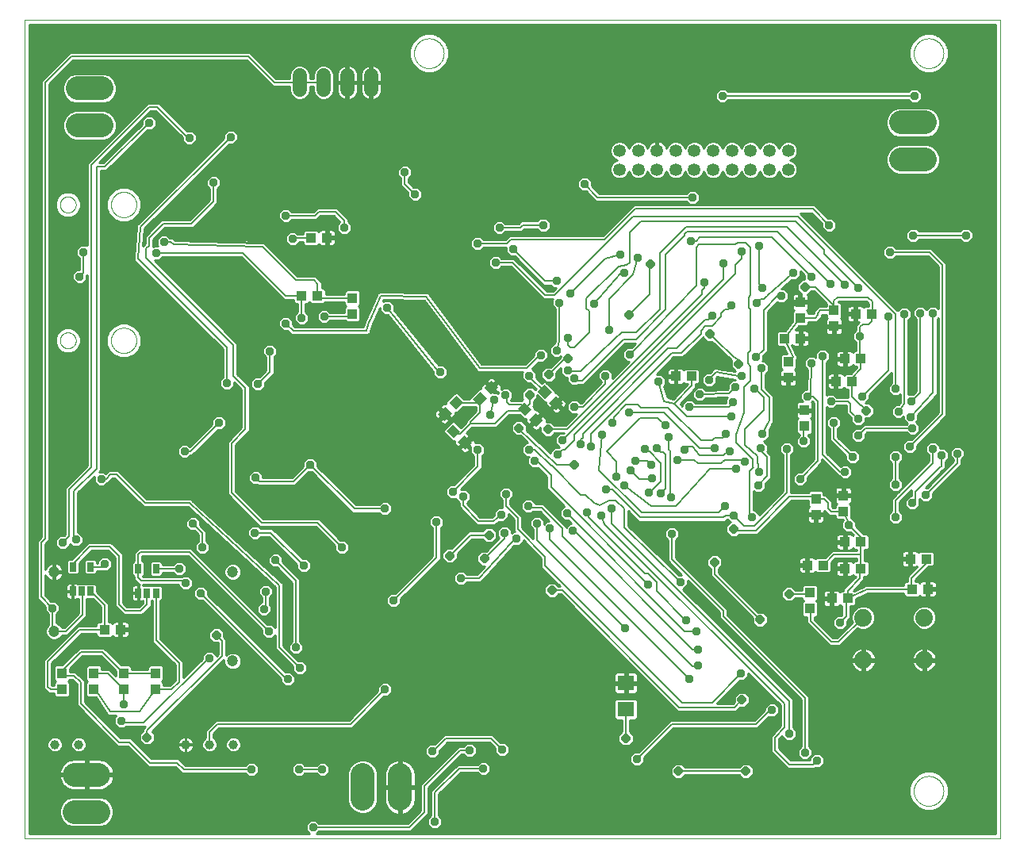
<source format=gbl>
G75*
%MOIN*%
%OFA0B0*%
%FSLAX25Y25*%
%IPPOS*%
%LPD*%
%AMOC8*
5,1,8,0,0,1.08239X$1,22.5*
%
%ADD10C,0.00000*%
%ADD11C,0.10039*%
%ADD12R,0.04331X0.03937*%
%ADD13R,0.03937X0.04331*%
%ADD14C,0.07400*%
%ADD15C,0.05315*%
%ADD16C,0.04724*%
%ADD17C,0.03900*%
%ADD18R,0.02717X0.03898*%
%ADD19R,0.07087X0.06299*%
%ADD20C,0.05906*%
%ADD21OC8,0.03400*%
%ADD22C,0.00800*%
%ADD23C,0.01000*%
%ADD24OC8,0.03762*%
D10*
X0001500Y0017369D02*
X0001500Y0361369D01*
X0411500Y0361369D01*
X0411500Y0017369D01*
X0001500Y0017369D01*
X0016422Y0226699D02*
X0016424Y0226814D01*
X0016430Y0226930D01*
X0016440Y0227045D01*
X0016454Y0227160D01*
X0016472Y0227274D01*
X0016494Y0227387D01*
X0016519Y0227500D01*
X0016549Y0227611D01*
X0016582Y0227722D01*
X0016619Y0227831D01*
X0016660Y0227939D01*
X0016705Y0228046D01*
X0016753Y0228151D01*
X0016805Y0228254D01*
X0016861Y0228355D01*
X0016920Y0228455D01*
X0016982Y0228552D01*
X0017048Y0228647D01*
X0017116Y0228740D01*
X0017188Y0228830D01*
X0017263Y0228918D01*
X0017342Y0229003D01*
X0017423Y0229085D01*
X0017506Y0229165D01*
X0017593Y0229241D01*
X0017682Y0229315D01*
X0017773Y0229385D01*
X0017867Y0229453D01*
X0017963Y0229517D01*
X0018062Y0229577D01*
X0018162Y0229634D01*
X0018264Y0229688D01*
X0018368Y0229738D01*
X0018474Y0229785D01*
X0018581Y0229828D01*
X0018690Y0229867D01*
X0018800Y0229902D01*
X0018911Y0229933D01*
X0019023Y0229961D01*
X0019136Y0229985D01*
X0019250Y0230005D01*
X0019365Y0230021D01*
X0019480Y0230033D01*
X0019595Y0230041D01*
X0019710Y0230045D01*
X0019826Y0230045D01*
X0019941Y0230041D01*
X0020056Y0230033D01*
X0020171Y0230021D01*
X0020286Y0230005D01*
X0020400Y0229985D01*
X0020513Y0229961D01*
X0020625Y0229933D01*
X0020736Y0229902D01*
X0020846Y0229867D01*
X0020955Y0229828D01*
X0021062Y0229785D01*
X0021168Y0229738D01*
X0021272Y0229688D01*
X0021374Y0229634D01*
X0021474Y0229577D01*
X0021573Y0229517D01*
X0021669Y0229453D01*
X0021763Y0229385D01*
X0021854Y0229315D01*
X0021943Y0229241D01*
X0022030Y0229165D01*
X0022113Y0229085D01*
X0022194Y0229003D01*
X0022273Y0228918D01*
X0022348Y0228830D01*
X0022420Y0228740D01*
X0022488Y0228647D01*
X0022554Y0228552D01*
X0022616Y0228455D01*
X0022675Y0228355D01*
X0022731Y0228254D01*
X0022783Y0228151D01*
X0022831Y0228046D01*
X0022876Y0227939D01*
X0022917Y0227831D01*
X0022954Y0227722D01*
X0022987Y0227611D01*
X0023017Y0227500D01*
X0023042Y0227387D01*
X0023064Y0227274D01*
X0023082Y0227160D01*
X0023096Y0227045D01*
X0023106Y0226930D01*
X0023112Y0226814D01*
X0023114Y0226699D01*
X0023112Y0226584D01*
X0023106Y0226468D01*
X0023096Y0226353D01*
X0023082Y0226238D01*
X0023064Y0226124D01*
X0023042Y0226011D01*
X0023017Y0225898D01*
X0022987Y0225787D01*
X0022954Y0225676D01*
X0022917Y0225567D01*
X0022876Y0225459D01*
X0022831Y0225352D01*
X0022783Y0225247D01*
X0022731Y0225144D01*
X0022675Y0225043D01*
X0022616Y0224943D01*
X0022554Y0224846D01*
X0022488Y0224751D01*
X0022420Y0224658D01*
X0022348Y0224568D01*
X0022273Y0224480D01*
X0022194Y0224395D01*
X0022113Y0224313D01*
X0022030Y0224233D01*
X0021943Y0224157D01*
X0021854Y0224083D01*
X0021763Y0224013D01*
X0021669Y0223945D01*
X0021573Y0223881D01*
X0021474Y0223821D01*
X0021374Y0223764D01*
X0021272Y0223710D01*
X0021168Y0223660D01*
X0021062Y0223613D01*
X0020955Y0223570D01*
X0020846Y0223531D01*
X0020736Y0223496D01*
X0020625Y0223465D01*
X0020513Y0223437D01*
X0020400Y0223413D01*
X0020286Y0223393D01*
X0020171Y0223377D01*
X0020056Y0223365D01*
X0019941Y0223357D01*
X0019826Y0223353D01*
X0019710Y0223353D01*
X0019595Y0223357D01*
X0019480Y0223365D01*
X0019365Y0223377D01*
X0019250Y0223393D01*
X0019136Y0223413D01*
X0019023Y0223437D01*
X0018911Y0223465D01*
X0018800Y0223496D01*
X0018690Y0223531D01*
X0018581Y0223570D01*
X0018474Y0223613D01*
X0018368Y0223660D01*
X0018264Y0223710D01*
X0018162Y0223764D01*
X0018062Y0223821D01*
X0017963Y0223881D01*
X0017867Y0223945D01*
X0017773Y0224013D01*
X0017682Y0224083D01*
X0017593Y0224157D01*
X0017506Y0224233D01*
X0017423Y0224313D01*
X0017342Y0224395D01*
X0017263Y0224480D01*
X0017188Y0224568D01*
X0017116Y0224658D01*
X0017048Y0224751D01*
X0016982Y0224846D01*
X0016920Y0224943D01*
X0016861Y0225043D01*
X0016805Y0225144D01*
X0016753Y0225247D01*
X0016705Y0225352D01*
X0016660Y0225459D01*
X0016619Y0225567D01*
X0016582Y0225676D01*
X0016549Y0225787D01*
X0016519Y0225898D01*
X0016494Y0226011D01*
X0016472Y0226124D01*
X0016454Y0226238D01*
X0016440Y0226353D01*
X0016430Y0226468D01*
X0016424Y0226584D01*
X0016422Y0226699D01*
X0037917Y0226699D02*
X0037919Y0226844D01*
X0037925Y0226989D01*
X0037935Y0227134D01*
X0037949Y0227279D01*
X0037967Y0227423D01*
X0037988Y0227566D01*
X0038014Y0227709D01*
X0038043Y0227851D01*
X0038077Y0227993D01*
X0038114Y0228133D01*
X0038155Y0228272D01*
X0038200Y0228410D01*
X0038249Y0228547D01*
X0038301Y0228683D01*
X0038357Y0228817D01*
X0038417Y0228949D01*
X0038480Y0229080D01*
X0038547Y0229208D01*
X0038617Y0229336D01*
X0038691Y0229461D01*
X0038768Y0229584D01*
X0038848Y0229704D01*
X0038932Y0229823D01*
X0039019Y0229939D01*
X0039109Y0230053D01*
X0039202Y0230165D01*
X0039298Y0230273D01*
X0039398Y0230379D01*
X0039499Y0230483D01*
X0039604Y0230583D01*
X0039712Y0230681D01*
X0039822Y0230776D01*
X0039934Y0230867D01*
X0040049Y0230956D01*
X0040167Y0231041D01*
X0040287Y0231123D01*
X0040409Y0231202D01*
X0040533Y0231278D01*
X0040659Y0231350D01*
X0040787Y0231418D01*
X0040917Y0231483D01*
X0041048Y0231545D01*
X0041181Y0231602D01*
X0041316Y0231657D01*
X0041452Y0231707D01*
X0041590Y0231754D01*
X0041728Y0231797D01*
X0041868Y0231836D01*
X0042009Y0231871D01*
X0042151Y0231903D01*
X0042293Y0231930D01*
X0042436Y0231954D01*
X0042580Y0231974D01*
X0042725Y0231990D01*
X0042869Y0232002D01*
X0043014Y0232010D01*
X0043159Y0232014D01*
X0043305Y0232014D01*
X0043450Y0232010D01*
X0043595Y0232002D01*
X0043739Y0231990D01*
X0043884Y0231974D01*
X0044028Y0231954D01*
X0044171Y0231930D01*
X0044313Y0231903D01*
X0044455Y0231871D01*
X0044596Y0231836D01*
X0044736Y0231797D01*
X0044874Y0231754D01*
X0045012Y0231707D01*
X0045148Y0231657D01*
X0045283Y0231602D01*
X0045416Y0231545D01*
X0045547Y0231483D01*
X0045677Y0231418D01*
X0045805Y0231350D01*
X0045931Y0231278D01*
X0046055Y0231202D01*
X0046177Y0231123D01*
X0046297Y0231041D01*
X0046415Y0230956D01*
X0046530Y0230867D01*
X0046642Y0230776D01*
X0046752Y0230681D01*
X0046860Y0230583D01*
X0046965Y0230483D01*
X0047066Y0230379D01*
X0047166Y0230273D01*
X0047262Y0230165D01*
X0047355Y0230053D01*
X0047445Y0229939D01*
X0047532Y0229823D01*
X0047616Y0229704D01*
X0047696Y0229584D01*
X0047773Y0229461D01*
X0047847Y0229336D01*
X0047917Y0229208D01*
X0047984Y0229080D01*
X0048047Y0228949D01*
X0048107Y0228817D01*
X0048163Y0228683D01*
X0048215Y0228547D01*
X0048264Y0228410D01*
X0048309Y0228272D01*
X0048350Y0228133D01*
X0048387Y0227993D01*
X0048421Y0227851D01*
X0048450Y0227709D01*
X0048476Y0227566D01*
X0048497Y0227423D01*
X0048515Y0227279D01*
X0048529Y0227134D01*
X0048539Y0226989D01*
X0048545Y0226844D01*
X0048547Y0226699D01*
X0048545Y0226554D01*
X0048539Y0226409D01*
X0048529Y0226264D01*
X0048515Y0226119D01*
X0048497Y0225975D01*
X0048476Y0225832D01*
X0048450Y0225689D01*
X0048421Y0225547D01*
X0048387Y0225405D01*
X0048350Y0225265D01*
X0048309Y0225126D01*
X0048264Y0224988D01*
X0048215Y0224851D01*
X0048163Y0224715D01*
X0048107Y0224581D01*
X0048047Y0224449D01*
X0047984Y0224318D01*
X0047917Y0224190D01*
X0047847Y0224062D01*
X0047773Y0223937D01*
X0047696Y0223814D01*
X0047616Y0223694D01*
X0047532Y0223575D01*
X0047445Y0223459D01*
X0047355Y0223345D01*
X0047262Y0223233D01*
X0047166Y0223125D01*
X0047066Y0223019D01*
X0046965Y0222915D01*
X0046860Y0222815D01*
X0046752Y0222717D01*
X0046642Y0222622D01*
X0046530Y0222531D01*
X0046415Y0222442D01*
X0046297Y0222357D01*
X0046177Y0222275D01*
X0046055Y0222196D01*
X0045931Y0222120D01*
X0045805Y0222048D01*
X0045677Y0221980D01*
X0045547Y0221915D01*
X0045416Y0221853D01*
X0045283Y0221796D01*
X0045148Y0221741D01*
X0045012Y0221691D01*
X0044874Y0221644D01*
X0044736Y0221601D01*
X0044596Y0221562D01*
X0044455Y0221527D01*
X0044313Y0221495D01*
X0044171Y0221468D01*
X0044028Y0221444D01*
X0043884Y0221424D01*
X0043739Y0221408D01*
X0043595Y0221396D01*
X0043450Y0221388D01*
X0043305Y0221384D01*
X0043159Y0221384D01*
X0043014Y0221388D01*
X0042869Y0221396D01*
X0042725Y0221408D01*
X0042580Y0221424D01*
X0042436Y0221444D01*
X0042293Y0221468D01*
X0042151Y0221495D01*
X0042009Y0221527D01*
X0041868Y0221562D01*
X0041728Y0221601D01*
X0041590Y0221644D01*
X0041452Y0221691D01*
X0041316Y0221741D01*
X0041181Y0221796D01*
X0041048Y0221853D01*
X0040917Y0221915D01*
X0040787Y0221980D01*
X0040659Y0222048D01*
X0040533Y0222120D01*
X0040409Y0222196D01*
X0040287Y0222275D01*
X0040167Y0222357D01*
X0040049Y0222442D01*
X0039934Y0222531D01*
X0039822Y0222622D01*
X0039712Y0222717D01*
X0039604Y0222815D01*
X0039499Y0222915D01*
X0039398Y0223019D01*
X0039298Y0223125D01*
X0039202Y0223233D01*
X0039109Y0223345D01*
X0039019Y0223459D01*
X0038932Y0223575D01*
X0038848Y0223694D01*
X0038768Y0223814D01*
X0038691Y0223937D01*
X0038617Y0224062D01*
X0038547Y0224190D01*
X0038480Y0224318D01*
X0038417Y0224449D01*
X0038357Y0224581D01*
X0038301Y0224715D01*
X0038249Y0224851D01*
X0038200Y0224988D01*
X0038155Y0225126D01*
X0038114Y0225265D01*
X0038077Y0225405D01*
X0038043Y0225547D01*
X0038014Y0225689D01*
X0037988Y0225832D01*
X0037967Y0225975D01*
X0037949Y0226119D01*
X0037935Y0226264D01*
X0037925Y0226409D01*
X0037919Y0226554D01*
X0037917Y0226699D01*
X0037917Y0283786D02*
X0037919Y0283931D01*
X0037925Y0284076D01*
X0037935Y0284221D01*
X0037949Y0284366D01*
X0037967Y0284510D01*
X0037988Y0284653D01*
X0038014Y0284796D01*
X0038043Y0284938D01*
X0038077Y0285080D01*
X0038114Y0285220D01*
X0038155Y0285359D01*
X0038200Y0285497D01*
X0038249Y0285634D01*
X0038301Y0285770D01*
X0038357Y0285904D01*
X0038417Y0286036D01*
X0038480Y0286167D01*
X0038547Y0286295D01*
X0038617Y0286423D01*
X0038691Y0286548D01*
X0038768Y0286671D01*
X0038848Y0286791D01*
X0038932Y0286910D01*
X0039019Y0287026D01*
X0039109Y0287140D01*
X0039202Y0287252D01*
X0039298Y0287360D01*
X0039398Y0287466D01*
X0039499Y0287570D01*
X0039604Y0287670D01*
X0039712Y0287768D01*
X0039822Y0287863D01*
X0039934Y0287954D01*
X0040049Y0288043D01*
X0040167Y0288128D01*
X0040287Y0288210D01*
X0040409Y0288289D01*
X0040533Y0288365D01*
X0040659Y0288437D01*
X0040787Y0288505D01*
X0040917Y0288570D01*
X0041048Y0288632D01*
X0041181Y0288689D01*
X0041316Y0288744D01*
X0041452Y0288794D01*
X0041590Y0288841D01*
X0041728Y0288884D01*
X0041868Y0288923D01*
X0042009Y0288958D01*
X0042151Y0288990D01*
X0042293Y0289017D01*
X0042436Y0289041D01*
X0042580Y0289061D01*
X0042725Y0289077D01*
X0042869Y0289089D01*
X0043014Y0289097D01*
X0043159Y0289101D01*
X0043305Y0289101D01*
X0043450Y0289097D01*
X0043595Y0289089D01*
X0043739Y0289077D01*
X0043884Y0289061D01*
X0044028Y0289041D01*
X0044171Y0289017D01*
X0044313Y0288990D01*
X0044455Y0288958D01*
X0044596Y0288923D01*
X0044736Y0288884D01*
X0044874Y0288841D01*
X0045012Y0288794D01*
X0045148Y0288744D01*
X0045283Y0288689D01*
X0045416Y0288632D01*
X0045547Y0288570D01*
X0045677Y0288505D01*
X0045805Y0288437D01*
X0045931Y0288365D01*
X0046055Y0288289D01*
X0046177Y0288210D01*
X0046297Y0288128D01*
X0046415Y0288043D01*
X0046530Y0287954D01*
X0046642Y0287863D01*
X0046752Y0287768D01*
X0046860Y0287670D01*
X0046965Y0287570D01*
X0047066Y0287466D01*
X0047166Y0287360D01*
X0047262Y0287252D01*
X0047355Y0287140D01*
X0047445Y0287026D01*
X0047532Y0286910D01*
X0047616Y0286791D01*
X0047696Y0286671D01*
X0047773Y0286548D01*
X0047847Y0286423D01*
X0047917Y0286295D01*
X0047984Y0286167D01*
X0048047Y0286036D01*
X0048107Y0285904D01*
X0048163Y0285770D01*
X0048215Y0285634D01*
X0048264Y0285497D01*
X0048309Y0285359D01*
X0048350Y0285220D01*
X0048387Y0285080D01*
X0048421Y0284938D01*
X0048450Y0284796D01*
X0048476Y0284653D01*
X0048497Y0284510D01*
X0048515Y0284366D01*
X0048529Y0284221D01*
X0048539Y0284076D01*
X0048545Y0283931D01*
X0048547Y0283786D01*
X0048545Y0283641D01*
X0048539Y0283496D01*
X0048529Y0283351D01*
X0048515Y0283206D01*
X0048497Y0283062D01*
X0048476Y0282919D01*
X0048450Y0282776D01*
X0048421Y0282634D01*
X0048387Y0282492D01*
X0048350Y0282352D01*
X0048309Y0282213D01*
X0048264Y0282075D01*
X0048215Y0281938D01*
X0048163Y0281802D01*
X0048107Y0281668D01*
X0048047Y0281536D01*
X0047984Y0281405D01*
X0047917Y0281277D01*
X0047847Y0281149D01*
X0047773Y0281024D01*
X0047696Y0280901D01*
X0047616Y0280781D01*
X0047532Y0280662D01*
X0047445Y0280546D01*
X0047355Y0280432D01*
X0047262Y0280320D01*
X0047166Y0280212D01*
X0047066Y0280106D01*
X0046965Y0280002D01*
X0046860Y0279902D01*
X0046752Y0279804D01*
X0046642Y0279709D01*
X0046530Y0279618D01*
X0046415Y0279529D01*
X0046297Y0279444D01*
X0046177Y0279362D01*
X0046055Y0279283D01*
X0045931Y0279207D01*
X0045805Y0279135D01*
X0045677Y0279067D01*
X0045547Y0279002D01*
X0045416Y0278940D01*
X0045283Y0278883D01*
X0045148Y0278828D01*
X0045012Y0278778D01*
X0044874Y0278731D01*
X0044736Y0278688D01*
X0044596Y0278649D01*
X0044455Y0278614D01*
X0044313Y0278582D01*
X0044171Y0278555D01*
X0044028Y0278531D01*
X0043884Y0278511D01*
X0043739Y0278495D01*
X0043595Y0278483D01*
X0043450Y0278475D01*
X0043305Y0278471D01*
X0043159Y0278471D01*
X0043014Y0278475D01*
X0042869Y0278483D01*
X0042725Y0278495D01*
X0042580Y0278511D01*
X0042436Y0278531D01*
X0042293Y0278555D01*
X0042151Y0278582D01*
X0042009Y0278614D01*
X0041868Y0278649D01*
X0041728Y0278688D01*
X0041590Y0278731D01*
X0041452Y0278778D01*
X0041316Y0278828D01*
X0041181Y0278883D01*
X0041048Y0278940D01*
X0040917Y0279002D01*
X0040787Y0279067D01*
X0040659Y0279135D01*
X0040533Y0279207D01*
X0040409Y0279283D01*
X0040287Y0279362D01*
X0040167Y0279444D01*
X0040049Y0279529D01*
X0039934Y0279618D01*
X0039822Y0279709D01*
X0039712Y0279804D01*
X0039604Y0279902D01*
X0039499Y0280002D01*
X0039398Y0280106D01*
X0039298Y0280212D01*
X0039202Y0280320D01*
X0039109Y0280432D01*
X0039019Y0280546D01*
X0038932Y0280662D01*
X0038848Y0280781D01*
X0038768Y0280901D01*
X0038691Y0281024D01*
X0038617Y0281149D01*
X0038547Y0281277D01*
X0038480Y0281405D01*
X0038417Y0281536D01*
X0038357Y0281668D01*
X0038301Y0281802D01*
X0038249Y0281938D01*
X0038200Y0282075D01*
X0038155Y0282213D01*
X0038114Y0282352D01*
X0038077Y0282492D01*
X0038043Y0282634D01*
X0038014Y0282776D01*
X0037988Y0282919D01*
X0037967Y0283062D01*
X0037949Y0283206D01*
X0037935Y0283351D01*
X0037925Y0283496D01*
X0037919Y0283641D01*
X0037917Y0283786D01*
X0016422Y0283786D02*
X0016424Y0283901D01*
X0016430Y0284017D01*
X0016440Y0284132D01*
X0016454Y0284247D01*
X0016472Y0284361D01*
X0016494Y0284474D01*
X0016519Y0284587D01*
X0016549Y0284698D01*
X0016582Y0284809D01*
X0016619Y0284918D01*
X0016660Y0285026D01*
X0016705Y0285133D01*
X0016753Y0285238D01*
X0016805Y0285341D01*
X0016861Y0285442D01*
X0016920Y0285542D01*
X0016982Y0285639D01*
X0017048Y0285734D01*
X0017116Y0285827D01*
X0017188Y0285917D01*
X0017263Y0286005D01*
X0017342Y0286090D01*
X0017423Y0286172D01*
X0017506Y0286252D01*
X0017593Y0286328D01*
X0017682Y0286402D01*
X0017773Y0286472D01*
X0017867Y0286540D01*
X0017963Y0286604D01*
X0018062Y0286664D01*
X0018162Y0286721D01*
X0018264Y0286775D01*
X0018368Y0286825D01*
X0018474Y0286872D01*
X0018581Y0286915D01*
X0018690Y0286954D01*
X0018800Y0286989D01*
X0018911Y0287020D01*
X0019023Y0287048D01*
X0019136Y0287072D01*
X0019250Y0287092D01*
X0019365Y0287108D01*
X0019480Y0287120D01*
X0019595Y0287128D01*
X0019710Y0287132D01*
X0019826Y0287132D01*
X0019941Y0287128D01*
X0020056Y0287120D01*
X0020171Y0287108D01*
X0020286Y0287092D01*
X0020400Y0287072D01*
X0020513Y0287048D01*
X0020625Y0287020D01*
X0020736Y0286989D01*
X0020846Y0286954D01*
X0020955Y0286915D01*
X0021062Y0286872D01*
X0021168Y0286825D01*
X0021272Y0286775D01*
X0021374Y0286721D01*
X0021474Y0286664D01*
X0021573Y0286604D01*
X0021669Y0286540D01*
X0021763Y0286472D01*
X0021854Y0286402D01*
X0021943Y0286328D01*
X0022030Y0286252D01*
X0022113Y0286172D01*
X0022194Y0286090D01*
X0022273Y0286005D01*
X0022348Y0285917D01*
X0022420Y0285827D01*
X0022488Y0285734D01*
X0022554Y0285639D01*
X0022616Y0285542D01*
X0022675Y0285442D01*
X0022731Y0285341D01*
X0022783Y0285238D01*
X0022831Y0285133D01*
X0022876Y0285026D01*
X0022917Y0284918D01*
X0022954Y0284809D01*
X0022987Y0284698D01*
X0023017Y0284587D01*
X0023042Y0284474D01*
X0023064Y0284361D01*
X0023082Y0284247D01*
X0023096Y0284132D01*
X0023106Y0284017D01*
X0023112Y0283901D01*
X0023114Y0283786D01*
X0023112Y0283671D01*
X0023106Y0283555D01*
X0023096Y0283440D01*
X0023082Y0283325D01*
X0023064Y0283211D01*
X0023042Y0283098D01*
X0023017Y0282985D01*
X0022987Y0282874D01*
X0022954Y0282763D01*
X0022917Y0282654D01*
X0022876Y0282546D01*
X0022831Y0282439D01*
X0022783Y0282334D01*
X0022731Y0282231D01*
X0022675Y0282130D01*
X0022616Y0282030D01*
X0022554Y0281933D01*
X0022488Y0281838D01*
X0022420Y0281745D01*
X0022348Y0281655D01*
X0022273Y0281567D01*
X0022194Y0281482D01*
X0022113Y0281400D01*
X0022030Y0281320D01*
X0021943Y0281244D01*
X0021854Y0281170D01*
X0021763Y0281100D01*
X0021669Y0281032D01*
X0021573Y0280968D01*
X0021474Y0280908D01*
X0021374Y0280851D01*
X0021272Y0280797D01*
X0021168Y0280747D01*
X0021062Y0280700D01*
X0020955Y0280657D01*
X0020846Y0280618D01*
X0020736Y0280583D01*
X0020625Y0280552D01*
X0020513Y0280524D01*
X0020400Y0280500D01*
X0020286Y0280480D01*
X0020171Y0280464D01*
X0020056Y0280452D01*
X0019941Y0280444D01*
X0019826Y0280440D01*
X0019710Y0280440D01*
X0019595Y0280444D01*
X0019480Y0280452D01*
X0019365Y0280464D01*
X0019250Y0280480D01*
X0019136Y0280500D01*
X0019023Y0280524D01*
X0018911Y0280552D01*
X0018800Y0280583D01*
X0018690Y0280618D01*
X0018581Y0280657D01*
X0018474Y0280700D01*
X0018368Y0280747D01*
X0018264Y0280797D01*
X0018162Y0280851D01*
X0018062Y0280908D01*
X0017963Y0280968D01*
X0017867Y0281032D01*
X0017773Y0281100D01*
X0017682Y0281170D01*
X0017593Y0281244D01*
X0017506Y0281320D01*
X0017423Y0281400D01*
X0017342Y0281482D01*
X0017263Y0281567D01*
X0017188Y0281655D01*
X0017116Y0281745D01*
X0017048Y0281838D01*
X0016982Y0281933D01*
X0016920Y0282030D01*
X0016861Y0282130D01*
X0016805Y0282231D01*
X0016753Y0282334D01*
X0016705Y0282439D01*
X0016660Y0282546D01*
X0016619Y0282654D01*
X0016582Y0282763D01*
X0016549Y0282874D01*
X0016519Y0282985D01*
X0016494Y0283098D01*
X0016472Y0283211D01*
X0016454Y0283325D01*
X0016440Y0283440D01*
X0016430Y0283555D01*
X0016424Y0283671D01*
X0016422Y0283786D01*
X0165250Y0347369D02*
X0165252Y0347527D01*
X0165258Y0347684D01*
X0165268Y0347842D01*
X0165282Y0347999D01*
X0165300Y0348155D01*
X0165321Y0348312D01*
X0165347Y0348467D01*
X0165377Y0348622D01*
X0165410Y0348776D01*
X0165448Y0348929D01*
X0165489Y0349082D01*
X0165534Y0349233D01*
X0165583Y0349383D01*
X0165636Y0349531D01*
X0165692Y0349679D01*
X0165753Y0349824D01*
X0165816Y0349969D01*
X0165884Y0350111D01*
X0165955Y0350252D01*
X0166029Y0350391D01*
X0166107Y0350528D01*
X0166189Y0350663D01*
X0166273Y0350796D01*
X0166362Y0350927D01*
X0166453Y0351055D01*
X0166548Y0351182D01*
X0166645Y0351305D01*
X0166746Y0351427D01*
X0166850Y0351545D01*
X0166957Y0351661D01*
X0167067Y0351774D01*
X0167179Y0351885D01*
X0167295Y0351992D01*
X0167413Y0352097D01*
X0167533Y0352199D01*
X0167656Y0352297D01*
X0167782Y0352393D01*
X0167910Y0352485D01*
X0168040Y0352574D01*
X0168172Y0352660D01*
X0168307Y0352742D01*
X0168444Y0352821D01*
X0168582Y0352896D01*
X0168722Y0352968D01*
X0168865Y0353036D01*
X0169008Y0353101D01*
X0169154Y0353162D01*
X0169301Y0353219D01*
X0169449Y0353273D01*
X0169599Y0353323D01*
X0169749Y0353369D01*
X0169901Y0353411D01*
X0170054Y0353450D01*
X0170208Y0353484D01*
X0170363Y0353515D01*
X0170518Y0353541D01*
X0170674Y0353564D01*
X0170831Y0353583D01*
X0170988Y0353598D01*
X0171145Y0353609D01*
X0171303Y0353616D01*
X0171461Y0353619D01*
X0171618Y0353618D01*
X0171776Y0353613D01*
X0171933Y0353604D01*
X0172091Y0353591D01*
X0172247Y0353574D01*
X0172404Y0353553D01*
X0172559Y0353529D01*
X0172714Y0353500D01*
X0172869Y0353467D01*
X0173022Y0353431D01*
X0173175Y0353390D01*
X0173326Y0353346D01*
X0173476Y0353298D01*
X0173625Y0353247D01*
X0173773Y0353191D01*
X0173919Y0353132D01*
X0174064Y0353069D01*
X0174207Y0353002D01*
X0174348Y0352932D01*
X0174487Y0352859D01*
X0174625Y0352782D01*
X0174761Y0352701D01*
X0174894Y0352617D01*
X0175025Y0352530D01*
X0175154Y0352439D01*
X0175281Y0352345D01*
X0175406Y0352248D01*
X0175527Y0352148D01*
X0175647Y0352045D01*
X0175763Y0351939D01*
X0175877Y0351830D01*
X0175989Y0351718D01*
X0176097Y0351604D01*
X0176202Y0351486D01*
X0176305Y0351366D01*
X0176404Y0351244D01*
X0176500Y0351119D01*
X0176593Y0350991D01*
X0176683Y0350862D01*
X0176769Y0350730D01*
X0176853Y0350596D01*
X0176932Y0350460D01*
X0177009Y0350322D01*
X0177081Y0350182D01*
X0177150Y0350040D01*
X0177216Y0349897D01*
X0177278Y0349752D01*
X0177336Y0349605D01*
X0177391Y0349457D01*
X0177442Y0349308D01*
X0177489Y0349157D01*
X0177532Y0349006D01*
X0177571Y0348853D01*
X0177607Y0348699D01*
X0177638Y0348545D01*
X0177666Y0348390D01*
X0177690Y0348234D01*
X0177710Y0348077D01*
X0177726Y0347920D01*
X0177738Y0347763D01*
X0177746Y0347606D01*
X0177750Y0347448D01*
X0177750Y0347290D01*
X0177746Y0347132D01*
X0177738Y0346975D01*
X0177726Y0346818D01*
X0177710Y0346661D01*
X0177690Y0346504D01*
X0177666Y0346348D01*
X0177638Y0346193D01*
X0177607Y0346039D01*
X0177571Y0345885D01*
X0177532Y0345732D01*
X0177489Y0345581D01*
X0177442Y0345430D01*
X0177391Y0345281D01*
X0177336Y0345133D01*
X0177278Y0344986D01*
X0177216Y0344841D01*
X0177150Y0344698D01*
X0177081Y0344556D01*
X0177009Y0344416D01*
X0176932Y0344278D01*
X0176853Y0344142D01*
X0176769Y0344008D01*
X0176683Y0343876D01*
X0176593Y0343747D01*
X0176500Y0343619D01*
X0176404Y0343494D01*
X0176305Y0343372D01*
X0176202Y0343252D01*
X0176097Y0343134D01*
X0175989Y0343020D01*
X0175877Y0342908D01*
X0175763Y0342799D01*
X0175647Y0342693D01*
X0175527Y0342590D01*
X0175406Y0342490D01*
X0175281Y0342393D01*
X0175154Y0342299D01*
X0175025Y0342208D01*
X0174894Y0342121D01*
X0174761Y0342037D01*
X0174625Y0341956D01*
X0174487Y0341879D01*
X0174348Y0341806D01*
X0174207Y0341736D01*
X0174064Y0341669D01*
X0173919Y0341606D01*
X0173773Y0341547D01*
X0173625Y0341491D01*
X0173476Y0341440D01*
X0173326Y0341392D01*
X0173175Y0341348D01*
X0173022Y0341307D01*
X0172869Y0341271D01*
X0172714Y0341238D01*
X0172559Y0341209D01*
X0172404Y0341185D01*
X0172247Y0341164D01*
X0172091Y0341147D01*
X0171933Y0341134D01*
X0171776Y0341125D01*
X0171618Y0341120D01*
X0171461Y0341119D01*
X0171303Y0341122D01*
X0171145Y0341129D01*
X0170988Y0341140D01*
X0170831Y0341155D01*
X0170674Y0341174D01*
X0170518Y0341197D01*
X0170363Y0341223D01*
X0170208Y0341254D01*
X0170054Y0341288D01*
X0169901Y0341327D01*
X0169749Y0341369D01*
X0169599Y0341415D01*
X0169449Y0341465D01*
X0169301Y0341519D01*
X0169154Y0341576D01*
X0169008Y0341637D01*
X0168865Y0341702D01*
X0168722Y0341770D01*
X0168582Y0341842D01*
X0168444Y0341917D01*
X0168307Y0341996D01*
X0168172Y0342078D01*
X0168040Y0342164D01*
X0167910Y0342253D01*
X0167782Y0342345D01*
X0167656Y0342441D01*
X0167533Y0342539D01*
X0167413Y0342641D01*
X0167295Y0342746D01*
X0167179Y0342853D01*
X0167067Y0342964D01*
X0166957Y0343077D01*
X0166850Y0343193D01*
X0166746Y0343311D01*
X0166645Y0343433D01*
X0166548Y0343556D01*
X0166453Y0343683D01*
X0166362Y0343811D01*
X0166273Y0343942D01*
X0166189Y0344075D01*
X0166107Y0344210D01*
X0166029Y0344347D01*
X0165955Y0344486D01*
X0165884Y0344627D01*
X0165816Y0344769D01*
X0165753Y0344914D01*
X0165692Y0345059D01*
X0165636Y0345207D01*
X0165583Y0345355D01*
X0165534Y0345505D01*
X0165489Y0345656D01*
X0165448Y0345809D01*
X0165410Y0345962D01*
X0165377Y0346116D01*
X0165347Y0346271D01*
X0165321Y0346426D01*
X0165300Y0346583D01*
X0165282Y0346739D01*
X0165268Y0346896D01*
X0165258Y0347054D01*
X0165252Y0347211D01*
X0165250Y0347369D01*
X0375250Y0347369D02*
X0375252Y0347527D01*
X0375258Y0347684D01*
X0375268Y0347842D01*
X0375282Y0347999D01*
X0375300Y0348155D01*
X0375321Y0348312D01*
X0375347Y0348467D01*
X0375377Y0348622D01*
X0375410Y0348776D01*
X0375448Y0348929D01*
X0375489Y0349082D01*
X0375534Y0349233D01*
X0375583Y0349383D01*
X0375636Y0349531D01*
X0375692Y0349679D01*
X0375753Y0349824D01*
X0375816Y0349969D01*
X0375884Y0350111D01*
X0375955Y0350252D01*
X0376029Y0350391D01*
X0376107Y0350528D01*
X0376189Y0350663D01*
X0376273Y0350796D01*
X0376362Y0350927D01*
X0376453Y0351055D01*
X0376548Y0351182D01*
X0376645Y0351305D01*
X0376746Y0351427D01*
X0376850Y0351545D01*
X0376957Y0351661D01*
X0377067Y0351774D01*
X0377179Y0351885D01*
X0377295Y0351992D01*
X0377413Y0352097D01*
X0377533Y0352199D01*
X0377656Y0352297D01*
X0377782Y0352393D01*
X0377910Y0352485D01*
X0378040Y0352574D01*
X0378172Y0352660D01*
X0378307Y0352742D01*
X0378444Y0352821D01*
X0378582Y0352896D01*
X0378722Y0352968D01*
X0378865Y0353036D01*
X0379008Y0353101D01*
X0379154Y0353162D01*
X0379301Y0353219D01*
X0379449Y0353273D01*
X0379599Y0353323D01*
X0379749Y0353369D01*
X0379901Y0353411D01*
X0380054Y0353450D01*
X0380208Y0353484D01*
X0380363Y0353515D01*
X0380518Y0353541D01*
X0380674Y0353564D01*
X0380831Y0353583D01*
X0380988Y0353598D01*
X0381145Y0353609D01*
X0381303Y0353616D01*
X0381461Y0353619D01*
X0381618Y0353618D01*
X0381776Y0353613D01*
X0381933Y0353604D01*
X0382091Y0353591D01*
X0382247Y0353574D01*
X0382404Y0353553D01*
X0382559Y0353529D01*
X0382714Y0353500D01*
X0382869Y0353467D01*
X0383022Y0353431D01*
X0383175Y0353390D01*
X0383326Y0353346D01*
X0383476Y0353298D01*
X0383625Y0353247D01*
X0383773Y0353191D01*
X0383919Y0353132D01*
X0384064Y0353069D01*
X0384207Y0353002D01*
X0384348Y0352932D01*
X0384487Y0352859D01*
X0384625Y0352782D01*
X0384761Y0352701D01*
X0384894Y0352617D01*
X0385025Y0352530D01*
X0385154Y0352439D01*
X0385281Y0352345D01*
X0385406Y0352248D01*
X0385527Y0352148D01*
X0385647Y0352045D01*
X0385763Y0351939D01*
X0385877Y0351830D01*
X0385989Y0351718D01*
X0386097Y0351604D01*
X0386202Y0351486D01*
X0386305Y0351366D01*
X0386404Y0351244D01*
X0386500Y0351119D01*
X0386593Y0350991D01*
X0386683Y0350862D01*
X0386769Y0350730D01*
X0386853Y0350596D01*
X0386932Y0350460D01*
X0387009Y0350322D01*
X0387081Y0350182D01*
X0387150Y0350040D01*
X0387216Y0349897D01*
X0387278Y0349752D01*
X0387336Y0349605D01*
X0387391Y0349457D01*
X0387442Y0349308D01*
X0387489Y0349157D01*
X0387532Y0349006D01*
X0387571Y0348853D01*
X0387607Y0348699D01*
X0387638Y0348545D01*
X0387666Y0348390D01*
X0387690Y0348234D01*
X0387710Y0348077D01*
X0387726Y0347920D01*
X0387738Y0347763D01*
X0387746Y0347606D01*
X0387750Y0347448D01*
X0387750Y0347290D01*
X0387746Y0347132D01*
X0387738Y0346975D01*
X0387726Y0346818D01*
X0387710Y0346661D01*
X0387690Y0346504D01*
X0387666Y0346348D01*
X0387638Y0346193D01*
X0387607Y0346039D01*
X0387571Y0345885D01*
X0387532Y0345732D01*
X0387489Y0345581D01*
X0387442Y0345430D01*
X0387391Y0345281D01*
X0387336Y0345133D01*
X0387278Y0344986D01*
X0387216Y0344841D01*
X0387150Y0344698D01*
X0387081Y0344556D01*
X0387009Y0344416D01*
X0386932Y0344278D01*
X0386853Y0344142D01*
X0386769Y0344008D01*
X0386683Y0343876D01*
X0386593Y0343747D01*
X0386500Y0343619D01*
X0386404Y0343494D01*
X0386305Y0343372D01*
X0386202Y0343252D01*
X0386097Y0343134D01*
X0385989Y0343020D01*
X0385877Y0342908D01*
X0385763Y0342799D01*
X0385647Y0342693D01*
X0385527Y0342590D01*
X0385406Y0342490D01*
X0385281Y0342393D01*
X0385154Y0342299D01*
X0385025Y0342208D01*
X0384894Y0342121D01*
X0384761Y0342037D01*
X0384625Y0341956D01*
X0384487Y0341879D01*
X0384348Y0341806D01*
X0384207Y0341736D01*
X0384064Y0341669D01*
X0383919Y0341606D01*
X0383773Y0341547D01*
X0383625Y0341491D01*
X0383476Y0341440D01*
X0383326Y0341392D01*
X0383175Y0341348D01*
X0383022Y0341307D01*
X0382869Y0341271D01*
X0382714Y0341238D01*
X0382559Y0341209D01*
X0382404Y0341185D01*
X0382247Y0341164D01*
X0382091Y0341147D01*
X0381933Y0341134D01*
X0381776Y0341125D01*
X0381618Y0341120D01*
X0381461Y0341119D01*
X0381303Y0341122D01*
X0381145Y0341129D01*
X0380988Y0341140D01*
X0380831Y0341155D01*
X0380674Y0341174D01*
X0380518Y0341197D01*
X0380363Y0341223D01*
X0380208Y0341254D01*
X0380054Y0341288D01*
X0379901Y0341327D01*
X0379749Y0341369D01*
X0379599Y0341415D01*
X0379449Y0341465D01*
X0379301Y0341519D01*
X0379154Y0341576D01*
X0379008Y0341637D01*
X0378865Y0341702D01*
X0378722Y0341770D01*
X0378582Y0341842D01*
X0378444Y0341917D01*
X0378307Y0341996D01*
X0378172Y0342078D01*
X0378040Y0342164D01*
X0377910Y0342253D01*
X0377782Y0342345D01*
X0377656Y0342441D01*
X0377533Y0342539D01*
X0377413Y0342641D01*
X0377295Y0342746D01*
X0377179Y0342853D01*
X0377067Y0342964D01*
X0376957Y0343077D01*
X0376850Y0343193D01*
X0376746Y0343311D01*
X0376645Y0343433D01*
X0376548Y0343556D01*
X0376453Y0343683D01*
X0376362Y0343811D01*
X0376273Y0343942D01*
X0376189Y0344075D01*
X0376107Y0344210D01*
X0376029Y0344347D01*
X0375955Y0344486D01*
X0375884Y0344627D01*
X0375816Y0344769D01*
X0375753Y0344914D01*
X0375692Y0345059D01*
X0375636Y0345207D01*
X0375583Y0345355D01*
X0375534Y0345505D01*
X0375489Y0345656D01*
X0375448Y0345809D01*
X0375410Y0345962D01*
X0375377Y0346116D01*
X0375347Y0346271D01*
X0375321Y0346426D01*
X0375300Y0346583D01*
X0375282Y0346739D01*
X0375268Y0346896D01*
X0375258Y0347054D01*
X0375252Y0347211D01*
X0375250Y0347369D01*
X0375250Y0037369D02*
X0375252Y0037527D01*
X0375258Y0037684D01*
X0375268Y0037842D01*
X0375282Y0037999D01*
X0375300Y0038155D01*
X0375321Y0038312D01*
X0375347Y0038467D01*
X0375377Y0038622D01*
X0375410Y0038776D01*
X0375448Y0038929D01*
X0375489Y0039082D01*
X0375534Y0039233D01*
X0375583Y0039383D01*
X0375636Y0039531D01*
X0375692Y0039679D01*
X0375753Y0039824D01*
X0375816Y0039969D01*
X0375884Y0040111D01*
X0375955Y0040252D01*
X0376029Y0040391D01*
X0376107Y0040528D01*
X0376189Y0040663D01*
X0376273Y0040796D01*
X0376362Y0040927D01*
X0376453Y0041055D01*
X0376548Y0041182D01*
X0376645Y0041305D01*
X0376746Y0041427D01*
X0376850Y0041545D01*
X0376957Y0041661D01*
X0377067Y0041774D01*
X0377179Y0041885D01*
X0377295Y0041992D01*
X0377413Y0042097D01*
X0377533Y0042199D01*
X0377656Y0042297D01*
X0377782Y0042393D01*
X0377910Y0042485D01*
X0378040Y0042574D01*
X0378172Y0042660D01*
X0378307Y0042742D01*
X0378444Y0042821D01*
X0378582Y0042896D01*
X0378722Y0042968D01*
X0378865Y0043036D01*
X0379008Y0043101D01*
X0379154Y0043162D01*
X0379301Y0043219D01*
X0379449Y0043273D01*
X0379599Y0043323D01*
X0379749Y0043369D01*
X0379901Y0043411D01*
X0380054Y0043450D01*
X0380208Y0043484D01*
X0380363Y0043515D01*
X0380518Y0043541D01*
X0380674Y0043564D01*
X0380831Y0043583D01*
X0380988Y0043598D01*
X0381145Y0043609D01*
X0381303Y0043616D01*
X0381461Y0043619D01*
X0381618Y0043618D01*
X0381776Y0043613D01*
X0381933Y0043604D01*
X0382091Y0043591D01*
X0382247Y0043574D01*
X0382404Y0043553D01*
X0382559Y0043529D01*
X0382714Y0043500D01*
X0382869Y0043467D01*
X0383022Y0043431D01*
X0383175Y0043390D01*
X0383326Y0043346D01*
X0383476Y0043298D01*
X0383625Y0043247D01*
X0383773Y0043191D01*
X0383919Y0043132D01*
X0384064Y0043069D01*
X0384207Y0043002D01*
X0384348Y0042932D01*
X0384487Y0042859D01*
X0384625Y0042782D01*
X0384761Y0042701D01*
X0384894Y0042617D01*
X0385025Y0042530D01*
X0385154Y0042439D01*
X0385281Y0042345D01*
X0385406Y0042248D01*
X0385527Y0042148D01*
X0385647Y0042045D01*
X0385763Y0041939D01*
X0385877Y0041830D01*
X0385989Y0041718D01*
X0386097Y0041604D01*
X0386202Y0041486D01*
X0386305Y0041366D01*
X0386404Y0041244D01*
X0386500Y0041119D01*
X0386593Y0040991D01*
X0386683Y0040862D01*
X0386769Y0040730D01*
X0386853Y0040596D01*
X0386932Y0040460D01*
X0387009Y0040322D01*
X0387081Y0040182D01*
X0387150Y0040040D01*
X0387216Y0039897D01*
X0387278Y0039752D01*
X0387336Y0039605D01*
X0387391Y0039457D01*
X0387442Y0039308D01*
X0387489Y0039157D01*
X0387532Y0039006D01*
X0387571Y0038853D01*
X0387607Y0038699D01*
X0387638Y0038545D01*
X0387666Y0038390D01*
X0387690Y0038234D01*
X0387710Y0038077D01*
X0387726Y0037920D01*
X0387738Y0037763D01*
X0387746Y0037606D01*
X0387750Y0037448D01*
X0387750Y0037290D01*
X0387746Y0037132D01*
X0387738Y0036975D01*
X0387726Y0036818D01*
X0387710Y0036661D01*
X0387690Y0036504D01*
X0387666Y0036348D01*
X0387638Y0036193D01*
X0387607Y0036039D01*
X0387571Y0035885D01*
X0387532Y0035732D01*
X0387489Y0035581D01*
X0387442Y0035430D01*
X0387391Y0035281D01*
X0387336Y0035133D01*
X0387278Y0034986D01*
X0387216Y0034841D01*
X0387150Y0034698D01*
X0387081Y0034556D01*
X0387009Y0034416D01*
X0386932Y0034278D01*
X0386853Y0034142D01*
X0386769Y0034008D01*
X0386683Y0033876D01*
X0386593Y0033747D01*
X0386500Y0033619D01*
X0386404Y0033494D01*
X0386305Y0033372D01*
X0386202Y0033252D01*
X0386097Y0033134D01*
X0385989Y0033020D01*
X0385877Y0032908D01*
X0385763Y0032799D01*
X0385647Y0032693D01*
X0385527Y0032590D01*
X0385406Y0032490D01*
X0385281Y0032393D01*
X0385154Y0032299D01*
X0385025Y0032208D01*
X0384894Y0032121D01*
X0384761Y0032037D01*
X0384625Y0031956D01*
X0384487Y0031879D01*
X0384348Y0031806D01*
X0384207Y0031736D01*
X0384064Y0031669D01*
X0383919Y0031606D01*
X0383773Y0031547D01*
X0383625Y0031491D01*
X0383476Y0031440D01*
X0383326Y0031392D01*
X0383175Y0031348D01*
X0383022Y0031307D01*
X0382869Y0031271D01*
X0382714Y0031238D01*
X0382559Y0031209D01*
X0382404Y0031185D01*
X0382247Y0031164D01*
X0382091Y0031147D01*
X0381933Y0031134D01*
X0381776Y0031125D01*
X0381618Y0031120D01*
X0381461Y0031119D01*
X0381303Y0031122D01*
X0381145Y0031129D01*
X0380988Y0031140D01*
X0380831Y0031155D01*
X0380674Y0031174D01*
X0380518Y0031197D01*
X0380363Y0031223D01*
X0380208Y0031254D01*
X0380054Y0031288D01*
X0379901Y0031327D01*
X0379749Y0031369D01*
X0379599Y0031415D01*
X0379449Y0031465D01*
X0379301Y0031519D01*
X0379154Y0031576D01*
X0379008Y0031637D01*
X0378865Y0031702D01*
X0378722Y0031770D01*
X0378582Y0031842D01*
X0378444Y0031917D01*
X0378307Y0031996D01*
X0378172Y0032078D01*
X0378040Y0032164D01*
X0377910Y0032253D01*
X0377782Y0032345D01*
X0377656Y0032441D01*
X0377533Y0032539D01*
X0377413Y0032641D01*
X0377295Y0032746D01*
X0377179Y0032853D01*
X0377067Y0032964D01*
X0376957Y0033077D01*
X0376850Y0033193D01*
X0376746Y0033311D01*
X0376645Y0033433D01*
X0376548Y0033556D01*
X0376453Y0033683D01*
X0376362Y0033811D01*
X0376273Y0033942D01*
X0376189Y0034075D01*
X0376107Y0034210D01*
X0376029Y0034347D01*
X0375955Y0034486D01*
X0375884Y0034627D01*
X0375816Y0034769D01*
X0375753Y0034914D01*
X0375692Y0035059D01*
X0375636Y0035207D01*
X0375583Y0035355D01*
X0375534Y0035505D01*
X0375489Y0035656D01*
X0375448Y0035809D01*
X0375410Y0035962D01*
X0375377Y0036116D01*
X0375347Y0036271D01*
X0375321Y0036426D01*
X0375300Y0036583D01*
X0375282Y0036739D01*
X0375268Y0036896D01*
X0375258Y0037054D01*
X0375252Y0037211D01*
X0375250Y0037369D01*
D11*
X0159295Y0034003D02*
X0159295Y0044042D01*
X0143705Y0044042D02*
X0143705Y0034003D01*
X0032661Y0028589D02*
X0022622Y0028589D01*
X0022622Y0044180D02*
X0032661Y0044180D01*
X0033843Y0317014D02*
X0023803Y0317014D01*
X0023803Y0332605D02*
X0033843Y0332605D01*
X0369945Y0318274D02*
X0379984Y0318274D01*
X0379984Y0302684D02*
X0369945Y0302684D01*
D12*
X0357524Y0237881D03*
X0350831Y0237881D03*
X0352957Y0219062D03*
X0346264Y0219062D03*
X0349256Y0209495D03*
X0342563Y0209495D03*
X0327602Y0227487D03*
X0320909Y0227487D03*
X0281933Y0211621D03*
X0275240Y0211621D03*
G36*
X0225068Y0197435D02*
X0222007Y0200496D01*
X0224790Y0203279D01*
X0227851Y0200218D01*
X0225068Y0197435D01*
G37*
G36*
X0220336Y0202167D02*
X0217275Y0205228D01*
X0220058Y0208011D01*
X0223119Y0204950D01*
X0220336Y0202167D01*
G37*
G36*
X0211632Y0200925D02*
X0214693Y0197864D01*
X0211910Y0195081D01*
X0208849Y0198142D01*
X0211632Y0200925D01*
G37*
G36*
X0216365Y0196192D02*
X0219426Y0193131D01*
X0216643Y0190348D01*
X0213582Y0193409D01*
X0216365Y0196192D01*
G37*
G36*
X0194724Y0206722D02*
X0197785Y0209783D01*
X0200568Y0207000D01*
X0197507Y0203939D01*
X0194724Y0206722D01*
G37*
G36*
X0189991Y0201989D02*
X0193052Y0205050D01*
X0195835Y0202267D01*
X0192774Y0199206D01*
X0189991Y0201989D01*
G37*
G36*
X0185843Y0200701D02*
X0182782Y0197640D01*
X0179999Y0200423D01*
X0183060Y0203484D01*
X0185843Y0200701D01*
G37*
G36*
X0181111Y0195968D02*
X0178050Y0192907D01*
X0175267Y0195690D01*
X0178328Y0198751D01*
X0181111Y0195968D01*
G37*
G36*
X0181632Y0191476D02*
X0184693Y0188415D01*
X0181910Y0185632D01*
X0178849Y0188693D01*
X0181632Y0191476D01*
G37*
G36*
X0186365Y0186743D02*
X0189426Y0183682D01*
X0186643Y0180899D01*
X0183582Y0183960D01*
X0186365Y0186743D01*
G37*
X0124689Y0245400D03*
X0117996Y0245400D03*
X0121933Y0269849D03*
X0128626Y0269849D03*
X0041854Y0105164D03*
X0035161Y0105164D03*
X0330516Y0132211D03*
X0337209Y0132211D03*
X0346264Y0130794D03*
X0352957Y0130794D03*
X0352957Y0142054D03*
X0346264Y0142054D03*
X0347445Y0118274D03*
X0340752Y0118274D03*
X0374453Y0122133D03*
X0381146Y0122133D03*
X0380516Y0134888D03*
X0373823Y0134888D03*
D13*
X0345634Y0154888D03*
X0345634Y0161581D03*
X0334138Y0160164D03*
X0334138Y0153471D03*
X0331579Y0120636D03*
X0331579Y0113944D03*
X0329256Y0190715D03*
X0329256Y0197408D03*
X0322484Y0210951D03*
X0322484Y0217644D03*
X0341697Y0232605D03*
X0341697Y0239298D03*
X0327563Y0236148D03*
X0327563Y0242841D03*
X0139256Y0244495D03*
X0139256Y0237802D03*
X0056618Y0086857D03*
X0056618Y0080164D03*
X0043232Y0080164D03*
X0043232Y0086857D03*
X0030634Y0086857D03*
X0030634Y0080164D03*
X0017248Y0080164D03*
X0017248Y0086857D03*
D14*
X0354054Y0092406D03*
X0354054Y0110206D03*
X0379654Y0110206D03*
X0379654Y0092406D03*
D15*
X0322445Y0298589D03*
X0314571Y0298589D03*
X0306697Y0298589D03*
X0298823Y0298589D03*
X0290949Y0298589D03*
X0283075Y0298589D03*
X0275201Y0298589D03*
X0275201Y0306463D03*
X0283075Y0306463D03*
X0290949Y0306463D03*
X0298823Y0306463D03*
X0306697Y0306463D03*
X0314571Y0306463D03*
X0322445Y0306463D03*
X0267327Y0306463D03*
X0267327Y0298589D03*
X0259453Y0298589D03*
X0259453Y0306463D03*
X0251579Y0306463D03*
X0251579Y0298589D03*
D16*
X0089020Y0129416D03*
X0089020Y0091936D03*
X0013980Y0104455D03*
X0013980Y0129416D03*
D17*
X0014256Y0056869D03*
X0024256Y0056869D03*
X0069256Y0056869D03*
X0079256Y0056869D03*
X0089256Y0056869D03*
D18*
X0056815Y0120558D03*
X0053075Y0120558D03*
X0049335Y0120558D03*
X0049335Y0130755D03*
X0056815Y0130755D03*
X0029256Y0131542D03*
X0021776Y0131542D03*
X0021776Y0121345D03*
X0025516Y0121345D03*
X0029256Y0121345D03*
D19*
X0254256Y0082723D03*
X0254256Y0071699D03*
D20*
X0147209Y0332133D02*
X0147209Y0338038D01*
X0137209Y0338038D02*
X0137209Y0332133D01*
X0127209Y0332133D02*
X0127209Y0338038D01*
X0117209Y0338038D02*
X0117209Y0332133D01*
D21*
X0088114Y0312251D03*
X0070791Y0311857D03*
X0053862Y0318156D03*
X0081028Y0292959D03*
X0060161Y0268156D03*
X0057012Y0263432D03*
X0026303Y0263825D03*
X0024728Y0253589D03*
X0054059Y0216975D03*
X0056618Y0208629D03*
X0086539Y0208707D03*
X0099492Y0208314D03*
X0114098Y0217369D03*
X0119689Y0212133D03*
X0104728Y0222211D03*
X0111343Y0233904D03*
X0118035Y0236266D03*
X0127484Y0236660D03*
X0117248Y0255755D03*
X0112130Y0263432D03*
X0114098Y0269337D03*
X0111343Y0279180D03*
X0128665Y0277211D03*
X0135752Y0274062D03*
X0161343Y0297290D03*
X0165673Y0288235D03*
X0170791Y0283117D03*
X0192051Y0267369D03*
X0199531Y0259495D03*
X0207012Y0265007D03*
X0201106Y0274062D03*
X0219610Y0275243D03*
X0236972Y0292329D03*
X0251894Y0262644D03*
X0259374Y0261463D03*
X0253469Y0255164D03*
X0240870Y0242172D03*
X0231028Y0246503D03*
X0226303Y0242566D03*
X0225122Y0251621D03*
X0247169Y0231148D03*
X0255831Y0220715D03*
X0245594Y0211857D03*
X0241539Y0209495D03*
X0232484Y0210676D03*
X0229846Y0214219D03*
X0225122Y0222487D03*
X0229846Y0227605D03*
X0218429Y0220518D03*
X0213705Y0211857D03*
X0207209Y0207881D03*
X0203705Y0203825D03*
X0199020Y0201896D03*
X0197169Y0195321D03*
X0192051Y0180755D03*
X0185791Y0161070D03*
X0181421Y0163038D03*
X0174728Y0150440D03*
X0153075Y0155951D03*
X0134965Y0139810D03*
X0119020Y0131936D03*
X0107012Y0134298D03*
X0098350Y0145912D03*
X0076303Y0139810D03*
X0066461Y0130755D03*
X0069217Y0124849D03*
X0075516Y0120518D03*
X0102091Y0113865D03*
X0102996Y0121227D03*
X0104256Y0104377D03*
X0115673Y0097684D03*
X0117248Y0089022D03*
X0112130Y0084298D03*
X0079138Y0093235D03*
X0043272Y0073865D03*
X0042209Y0066896D03*
X0013311Y0114219D03*
X0035358Y0132723D03*
X0023154Y0142959D03*
X0017642Y0141778D03*
X0033783Y0168550D03*
X0068823Y0179967D03*
X0077091Y0170912D03*
X0098744Y0168944D03*
X0097169Y0187054D03*
X0083390Y0192172D03*
X0120791Y0181542D03*
X0121579Y0174455D03*
X0072366Y0149652D03*
X0156618Y0117369D03*
X0184886Y0126818D03*
X0203272Y0145794D03*
X0208193Y0143353D03*
X0216815Y0149849D03*
X0222248Y0147762D03*
X0229453Y0153983D03*
X0231894Y0146621D03*
X0238075Y0154377D03*
X0244020Y0153077D03*
X0248350Y0155951D03*
X0245988Y0164219D03*
X0250358Y0169298D03*
X0253547Y0165755D03*
X0256303Y0172093D03*
X0258311Y0176070D03*
X0262248Y0181266D03*
X0267287Y0181463D03*
X0272366Y0186266D03*
X0270791Y0190991D03*
X0281028Y0198865D03*
X0285358Y0203983D03*
X0289413Y0210125D03*
X0300319Y0207133D03*
X0302917Y0211818D03*
X0308193Y0206345D03*
X0299413Y0200794D03*
X0298744Y0194928D03*
X0296382Y0187447D03*
X0291657Y0181542D03*
X0297957Y0179967D03*
X0304177Y0175755D03*
X0300713Y0172881D03*
X0310161Y0171306D03*
X0309768Y0165794D03*
X0307406Y0152408D03*
X0299531Y0153196D03*
X0295988Y0157133D03*
X0273154Y0160676D03*
X0268823Y0162408D03*
X0263902Y0162881D03*
X0265083Y0168865D03*
X0265004Y0174337D03*
X0275909Y0176424D03*
X0279059Y0180755D03*
X0255437Y0196503D03*
X0248744Y0192172D03*
X0244413Y0187054D03*
X0239689Y0181936D03*
X0235358Y0183117D03*
X0227484Y0184692D03*
X0225516Y0178786D03*
X0216067Y0176030D03*
X0213705Y0180755D03*
X0203862Y0162251D03*
X0201815Y0153589D03*
X0213311Y0157133D03*
X0232602Y0198865D03*
X0231146Y0205833D03*
X0268035Y0209495D03*
X0282209Y0221306D03*
X0290476Y0237054D03*
X0298744Y0241384D03*
X0309374Y0242566D03*
X0311736Y0248865D03*
X0319610Y0245321D03*
X0316461Y0236660D03*
X0332209Y0253589D03*
X0324728Y0255164D03*
X0310161Y0266581D03*
X0303075Y0264219D03*
X0295201Y0259101D03*
X0287327Y0251227D03*
X0281421Y0268550D03*
X0282209Y0286896D03*
X0294807Y0329573D03*
X0331421Y0287054D03*
X0339689Y0275243D03*
X0340083Y0250440D03*
X0346382Y0250046D03*
X0351894Y0248865D03*
X0364492Y0236660D03*
X0371185Y0237841D03*
X0377878Y0238235D03*
X0383390Y0238235D03*
X0365280Y0263825D03*
X0374965Y0270912D03*
X0397169Y0270912D03*
X0352681Y0228392D03*
X0336933Y0220125D03*
X0332209Y0216975D03*
X0330634Y0203196D03*
X0340476Y0201227D03*
X0341657Y0192172D03*
X0351894Y0193747D03*
X0351894Y0186660D03*
X0349531Y0177605D03*
X0346382Y0171306D03*
X0353469Y0163432D03*
X0367642Y0166188D03*
X0374728Y0158314D03*
X0367642Y0152408D03*
X0380240Y0161857D03*
X0373547Y0177211D03*
X0367642Y0177605D03*
X0373547Y0181936D03*
X0374728Y0189810D03*
X0373941Y0194534D03*
X0368823Y0196896D03*
X0374335Y0201227D03*
X0367642Y0206345D03*
X0353469Y0203196D03*
X0329059Y0184298D03*
X0321972Y0181148D03*
X0325949Y0173707D03*
X0327484Y0168550D03*
X0325516Y0155164D03*
X0347957Y0149259D03*
X0383390Y0181148D03*
X0386933Y0178392D03*
X0393626Y0179180D03*
X0390476Y0209888D03*
X0322366Y0196896D03*
X0311736Y0187447D03*
X0310949Y0181542D03*
X0311343Y0215007D03*
X0308980Y0219731D03*
X0273547Y0145321D03*
X0277091Y0125243D03*
X0263705Y0124062D03*
X0279531Y0109259D03*
X0283783Y0104377D03*
X0284571Y0096896D03*
X0284571Y0090203D03*
X0281028Y0084298D03*
X0302681Y0086660D03*
X0315673Y0071306D03*
X0322760Y0061463D03*
X0329453Y0053589D03*
X0334492Y0050046D03*
X0327484Y0026424D03*
X0349925Y0025636D03*
X0344138Y0108038D03*
X0305831Y0120125D03*
X0305437Y0133117D03*
X0253862Y0105833D03*
X0232602Y0106739D03*
X0202287Y0054770D03*
X0194413Y0046896D03*
X0188508Y0054377D03*
X0172760Y0053983D03*
X0173941Y0024455D03*
X0126697Y0046503D03*
X0116854Y0046503D03*
X0096776Y0046503D03*
X0122760Y0022093D03*
X0153075Y0079967D03*
X0258980Y0050833D03*
X0171579Y0201621D03*
X0176224Y0213274D03*
X0153902Y0240597D03*
X0189295Y0315400D03*
X0375516Y0329573D03*
D22*
X0294807Y0329573D01*
X0287720Y0285873D02*
X0331421Y0287054D01*
X0332996Y0281936D02*
X0258193Y0281936D01*
X0245201Y0268944D01*
X0205831Y0268944D01*
X0204256Y0267369D01*
X0192051Y0267369D01*
X0199531Y0259495D02*
X0206618Y0259495D01*
X0220398Y0245715D01*
X0224335Y0245715D01*
X0257406Y0278786D01*
X0326697Y0278786D01*
X0367642Y0237841D01*
X0367642Y0206345D01*
X0371185Y0200046D02*
X0368823Y0196896D01*
X0371185Y0200046D02*
X0371185Y0237841D01*
X0364492Y0236660D02*
X0364492Y0214219D01*
X0353469Y0203196D01*
X0353114Y0199377D02*
X0355280Y0197211D01*
X0353114Y0199377D02*
X0352996Y0199377D01*
X0349256Y0203117D01*
X0349256Y0209495D01*
X0349256Y0210794D01*
X0353075Y0214613D01*
X0353075Y0218944D01*
X0352957Y0219062D01*
X0352681Y0219337D01*
X0352681Y0228392D01*
X0352681Y0232329D01*
X0353862Y0233510D01*
X0356224Y0233510D01*
X0357524Y0234810D01*
X0357524Y0237881D01*
X0357799Y0238156D01*
X0357799Y0242959D01*
X0355831Y0244928D01*
X0343232Y0244928D01*
X0341697Y0243392D01*
X0341697Y0241384D01*
X0333823Y0249259D01*
X0329453Y0249259D01*
X0332209Y0253589D02*
X0315673Y0270125D01*
X0285358Y0270125D01*
X0283783Y0268550D01*
X0281421Y0268550D01*
X0278862Y0270676D02*
X0278862Y0271503D01*
X0279846Y0272487D01*
X0318035Y0272487D01*
X0340083Y0250440D01*
X0346382Y0250046D02*
X0321972Y0274455D01*
X0279453Y0274455D01*
X0268429Y0263432D01*
X0268429Y0239849D01*
X0258705Y0230125D01*
X0252484Y0230125D01*
X0249689Y0227329D01*
X0249650Y0227329D01*
X0235358Y0213825D01*
X0230240Y0213825D01*
X0229846Y0214219D01*
X0232484Y0210676D02*
X0233272Y0209888D01*
X0235752Y0209888D01*
X0253114Y0227251D01*
X0258508Y0227251D01*
X0270870Y0239613D01*
X0270870Y0262684D01*
X0278862Y0270676D01*
X0283783Y0265794D02*
X0284965Y0266975D01*
X0300319Y0266975D01*
X0301106Y0267762D01*
X0304650Y0267762D01*
X0306618Y0265794D01*
X0306618Y0245715D01*
X0305831Y0244928D01*
X0305831Y0240597D01*
X0306618Y0239810D01*
X0306618Y0222487D01*
X0305437Y0221306D01*
X0305437Y0216975D01*
X0306618Y0215794D01*
X0306618Y0209888D01*
X0303862Y0207133D01*
X0303862Y0196503D01*
X0300713Y0187054D01*
X0300713Y0183629D01*
X0307091Y0177251D01*
X0307091Y0177211D01*
X0307642Y0176660D01*
X0307642Y0173432D01*
X0307799Y0173274D01*
X0306224Y0171699D01*
X0306224Y0153589D01*
X0307406Y0152408D01*
X0308193Y0148865D02*
X0303862Y0148865D01*
X0299531Y0153196D01*
X0299492Y0153156D01*
X0296106Y0153156D01*
X0295240Y0152290D01*
X0260398Y0152290D01*
X0248469Y0164219D01*
X0245988Y0164219D01*
X0250358Y0169298D02*
X0250398Y0169337D01*
X0250398Y0175912D01*
X0246264Y0180046D01*
X0260280Y0194062D01*
X0267720Y0194062D01*
X0270791Y0190991D01*
X0272366Y0186266D02*
X0272366Y0180755D01*
X0272760Y0180361D01*
X0272760Y0161070D01*
X0273154Y0160676D01*
X0275909Y0157920D02*
X0275122Y0157133D01*
X0264886Y0157133D01*
X0253547Y0165755D01*
X0256303Y0171936D02*
X0259807Y0168432D01*
X0264650Y0168432D01*
X0265083Y0168865D01*
X0268823Y0167566D02*
X0264138Y0162881D01*
X0263902Y0162881D01*
X0268823Y0162408D02*
X0270909Y0164495D01*
X0270909Y0178865D01*
X0269925Y0179849D01*
X0268902Y0179849D01*
X0267287Y0181463D01*
X0264098Y0179967D02*
X0263547Y0179967D01*
X0262248Y0181266D01*
X0264098Y0179967D02*
X0268823Y0175243D01*
X0268823Y0167566D01*
X0265004Y0174337D02*
X0263272Y0176070D01*
X0258311Y0176070D01*
X0256303Y0172093D02*
X0256303Y0171936D01*
X0242878Y0172251D02*
X0244413Y0187054D01*
X0239689Y0187447D02*
X0239689Y0181936D01*
X0236146Y0185873D02*
X0235358Y0185085D01*
X0235358Y0183117D01*
X0236146Y0185873D02*
X0236146Y0187447D01*
X0271972Y0223274D01*
X0275516Y0223274D01*
X0287720Y0235479D01*
X0288902Y0235479D01*
X0290476Y0237054D01*
X0294413Y0236660D02*
X0290476Y0232723D01*
X0287720Y0232723D01*
X0285752Y0230755D01*
X0285752Y0229573D01*
X0277484Y0221306D01*
X0273547Y0221306D01*
X0239689Y0187447D01*
X0232602Y0187054D02*
X0232602Y0184692D01*
X0228665Y0180755D01*
X0227484Y0180755D01*
X0225516Y0178786D01*
X0225122Y0174455D02*
X0209374Y0189495D01*
X0209374Y0189888D01*
X0203862Y0189810D02*
X0201929Y0187876D01*
X0186504Y0183821D01*
X0184571Y0187447D02*
X0182878Y0187447D01*
X0181771Y0188554D01*
X0184571Y0187447D02*
X0188902Y0191778D01*
X0188902Y0192385D01*
X0192913Y0196397D01*
X0192913Y0202128D01*
X0191347Y0200562D01*
X0182921Y0200562D01*
X0178189Y0195829D02*
X0177370Y0195829D01*
X0171579Y0201621D01*
X0176224Y0213274D02*
X0174335Y0215007D01*
X0153902Y0240597D01*
X0151303Y0245440D02*
X0146854Y0235361D01*
X0146343Y0234534D01*
X0145201Y0230755D01*
X0114492Y0230755D01*
X0111343Y0233904D01*
X0118035Y0236266D02*
X0118035Y0245361D01*
X0117996Y0245400D01*
X0117917Y0245321D01*
X0111343Y0245321D01*
X0093232Y0263432D01*
X0057012Y0263432D01*
X0053862Y0266581D02*
X0052681Y0265400D01*
X0052681Y0261463D01*
X0089295Y0224849D01*
X0089295Y0211857D01*
X0094413Y0206739D01*
X0094413Y0189416D01*
X0088508Y0183510D01*
X0088508Y0162644D01*
X0101106Y0150046D01*
X0124728Y0150046D01*
X0134965Y0139810D01*
X0140083Y0155951D02*
X0121579Y0174455D01*
X0114492Y0167369D01*
X0100319Y0167369D01*
X0098744Y0168944D01*
X0098744Y0181542D02*
X0097169Y0187054D01*
X0098744Y0181542D02*
X0120791Y0181542D01*
X0099492Y0208314D02*
X0104728Y0213550D01*
X0104728Y0222211D01*
X0114098Y0217369D02*
X0114453Y0217369D01*
X0119689Y0212133D01*
X0127484Y0236660D02*
X0138114Y0236660D01*
X0139256Y0237802D01*
X0139256Y0244495D02*
X0125594Y0244495D01*
X0124689Y0245400D01*
X0124728Y0245440D01*
X0124728Y0250440D01*
X0123154Y0252014D01*
X0115673Y0252014D01*
X0101500Y0266188D01*
X0100319Y0266188D01*
X0064098Y0266975D01*
X0062917Y0268156D01*
X0060161Y0268156D01*
X0053862Y0269731D02*
X0053862Y0266581D01*
X0053862Y0269731D02*
X0059768Y0275636D01*
X0071579Y0275636D01*
X0081028Y0285085D01*
X0081028Y0292959D01*
X0070791Y0311857D02*
X0070398Y0311857D01*
X0057406Y0324849D01*
X0053862Y0324849D01*
X0029453Y0300440D01*
X0029453Y0173274D01*
X0020398Y0164219D01*
X0020398Y0144534D01*
X0017642Y0141778D01*
X0022366Y0143747D02*
X0023154Y0142959D01*
X0022366Y0143747D02*
X0022366Y0163432D01*
X0031815Y0172881D01*
X0031815Y0299652D01*
X0035358Y0299652D01*
X0053862Y0318156D01*
X0088114Y0312251D02*
X0050319Y0274455D01*
X0049138Y0261070D01*
X0086539Y0223668D01*
X0086539Y0208707D01*
X0083390Y0192172D02*
X0071185Y0179967D01*
X0068823Y0179967D01*
X0077091Y0171699D02*
X0077091Y0170912D01*
X0070791Y0158314D02*
X0108547Y0123865D01*
X0108547Y0097723D01*
X0117248Y0089022D01*
X0112130Y0084298D02*
X0111736Y0084298D01*
X0075516Y0120518D01*
X0069217Y0124849D02*
X0068429Y0125636D01*
X0050713Y0125636D01*
X0049335Y0127014D01*
X0049335Y0130755D01*
X0049335Y0136857D01*
X0050319Y0137841D01*
X0070791Y0137841D01*
X0104256Y0104377D01*
X0102091Y0113865D02*
X0102996Y0114770D01*
X0102996Y0121227D01*
X0115673Y0125636D02*
X0107012Y0134298D01*
X0105043Y0145912D02*
X0098350Y0145912D01*
X0105043Y0145912D02*
X0119020Y0131936D01*
X0115673Y0125636D02*
X0115673Y0097684D01*
X0084571Y0100440D02*
X0084571Y0094140D01*
X0053075Y0062644D01*
X0053075Y0059888D01*
X0045594Y0057920D02*
X0041264Y0057920D01*
X0025122Y0074062D01*
X0025122Y0083117D01*
X0022366Y0085873D01*
X0018232Y0085873D01*
X0017248Y0086857D01*
X0017248Y0087841D01*
X0025122Y0095715D01*
X0034374Y0095715D01*
X0043232Y0086857D01*
X0056618Y0086857D01*
X0056618Y0080164D02*
X0056815Y0079967D01*
X0063311Y0079967D01*
X0066461Y0083117D01*
X0066461Y0090991D01*
X0056815Y0100636D01*
X0056815Y0120558D01*
X0053075Y0120558D02*
X0053075Y0115794D01*
X0050319Y0113038D01*
X0044020Y0113038D01*
X0041264Y0115794D01*
X0041264Y0136266D01*
X0037327Y0140203D01*
X0029059Y0140203D01*
X0021776Y0132920D01*
X0021776Y0131542D01*
X0029256Y0131542D02*
X0034177Y0131542D01*
X0035358Y0132723D01*
X0029256Y0121345D02*
X0035161Y0115440D01*
X0035161Y0105164D01*
X0024728Y0105164D01*
X0011343Y0091778D01*
X0011343Y0081148D01*
X0012524Y0079967D01*
X0017051Y0079967D01*
X0017248Y0080164D01*
X0030634Y0080164D02*
X0031224Y0080164D01*
X0037524Y0070636D01*
X0049925Y0070636D01*
X0056618Y0080164D01*
X0043272Y0080125D02*
X0043272Y0073865D01*
X0043272Y0080125D02*
X0043232Y0080164D01*
X0036539Y0086857D01*
X0030634Y0086857D01*
X0018902Y0104455D02*
X0013980Y0104455D01*
X0013311Y0105125D01*
X0013311Y0114219D01*
X0008587Y0118944D01*
X0008587Y0141778D01*
X0010161Y0143353D01*
X0010161Y0335085D01*
X0021185Y0346109D01*
X0095594Y0346109D01*
X0106618Y0335085D01*
X0117209Y0335085D01*
X0127209Y0335085D01*
X0161343Y0297290D02*
X0161343Y0292566D01*
X0165673Y0288235D01*
X0170791Y0283117D02*
X0189295Y0301621D01*
X0189295Y0315400D01*
X0201146Y0274101D02*
X0201106Y0274062D01*
X0201146Y0274101D02*
X0209925Y0274101D01*
X0211067Y0275243D01*
X0219610Y0275243D01*
X0207012Y0265007D02*
X0220398Y0251621D01*
X0225122Y0251621D01*
X0231028Y0246503D02*
X0245594Y0261070D01*
X0251894Y0262644D01*
X0251106Y0257920D02*
X0254650Y0258314D01*
X0255831Y0259495D01*
X0255831Y0272093D01*
X0260555Y0276818D01*
X0325516Y0276818D01*
X0337720Y0264613D01*
X0337720Y0263038D01*
X0351894Y0248865D01*
X0341697Y0241384D02*
X0341697Y0239298D01*
X0336028Y0239298D01*
X0334965Y0238235D01*
X0334965Y0237447D01*
X0333783Y0236266D01*
X0327681Y0236266D01*
X0327563Y0236148D01*
X0326815Y0235400D01*
X0320909Y0227487D01*
X0324453Y0219613D01*
X0322484Y0217644D01*
X0332209Y0216975D02*
X0331815Y0204377D01*
X0330634Y0203196D01*
X0332996Y0203196D01*
X0334965Y0201227D01*
X0334965Y0176030D01*
X0327484Y0168550D01*
X0326461Y0173707D02*
X0325949Y0173707D01*
X0326461Y0173707D02*
X0326972Y0174219D01*
X0326972Y0179692D01*
X0326697Y0179967D01*
X0326303Y0181109D01*
X0319650Y0187762D01*
X0320043Y0194573D01*
X0322366Y0196896D01*
X0328744Y0196896D01*
X0329256Y0197408D01*
X0329256Y0190715D02*
X0329059Y0186975D01*
X0329059Y0184298D01*
X0321972Y0181148D02*
X0321972Y0162644D01*
X0308193Y0148865D01*
X0308980Y0146896D02*
X0299925Y0146896D01*
X0299531Y0147290D01*
X0308980Y0146896D02*
X0323075Y0160991D01*
X0333311Y0160991D01*
X0334138Y0160164D01*
X0337445Y0160164D01*
X0339295Y0158314D01*
X0339295Y0155951D01*
X0340476Y0154770D01*
X0345516Y0154770D01*
X0345634Y0154888D01*
X0348232Y0149534D01*
X0347957Y0149259D01*
X0352957Y0144259D01*
X0352957Y0142054D01*
X0352957Y0136660D01*
X0341657Y0136660D01*
X0337209Y0132211D01*
X0331579Y0120636D02*
X0331067Y0120125D01*
X0322760Y0120125D01*
X0331579Y0113944D02*
X0331815Y0113707D01*
X0331815Y0108707D01*
X0340476Y0100046D01*
X0343626Y0100046D01*
X0353786Y0110206D01*
X0354054Y0110206D01*
X0346776Y0110676D02*
X0346776Y0117605D01*
X0347445Y0118274D01*
X0347445Y0121581D01*
X0352681Y0126818D01*
X0352681Y0130518D01*
X0352957Y0130794D01*
X0352957Y0136660D01*
X0355437Y0122093D02*
X0347445Y0118274D01*
X0346776Y0110676D02*
X0344138Y0108038D01*
X0355437Y0122093D02*
X0364098Y0122093D01*
X0368783Y0122133D01*
X0374453Y0122133D01*
X0374335Y0122251D01*
X0374335Y0126818D01*
X0380516Y0132999D01*
X0380516Y0134888D01*
X0367642Y0152408D02*
X0367642Y0159495D01*
X0383390Y0175243D01*
X0383390Y0181148D01*
X0386933Y0178392D02*
X0386933Y0173668D01*
X0386539Y0173668D01*
X0375909Y0163038D01*
X0375909Y0159495D01*
X0374728Y0158314D01*
X0380240Y0161857D02*
X0393626Y0175243D01*
X0393626Y0179180D01*
X0390083Y0192566D02*
X0390476Y0209888D01*
X0383390Y0204770D02*
X0373941Y0194534D01*
X0374728Y0189810D02*
X0355043Y0189810D01*
X0351894Y0186660D01*
X0351894Y0193747D02*
X0348744Y0196896D01*
X0348744Y0200046D01*
X0347563Y0201227D01*
X0340476Y0201227D01*
X0341657Y0192172D02*
X0341657Y0185479D01*
X0349531Y0177605D01*
X0346382Y0171306D02*
X0344413Y0171306D01*
X0336933Y0178786D01*
X0336933Y0220125D01*
X0345988Y0219337D02*
X0345988Y0225636D01*
X0345988Y0219337D02*
X0346264Y0219062D01*
X0326264Y0241542D02*
X0327563Y0242841D01*
X0326264Y0241542D02*
X0322327Y0241542D01*
X0319020Y0238235D01*
X0317642Y0238235D01*
X0316461Y0237054D01*
X0316461Y0236660D01*
X0312130Y0239416D02*
X0318035Y0245321D01*
X0319610Y0245321D01*
X0313705Y0245321D02*
X0324728Y0255164D01*
X0311736Y0248865D02*
X0310161Y0250440D01*
X0310161Y0266581D01*
X0303075Y0264219D02*
X0303075Y0261070D01*
X0300319Y0258314D01*
X0300319Y0254770D01*
X0232602Y0187054D01*
X0229650Y0189416D02*
X0221579Y0189416D01*
X0227484Y0184692D02*
X0295201Y0252408D01*
X0295201Y0259101D01*
X0287327Y0251227D02*
X0287327Y0248865D01*
X0286185Y0247723D01*
X0286185Y0245951D01*
X0229650Y0189416D01*
X0232602Y0198865D02*
X0236224Y0198865D01*
X0245634Y0208274D01*
X0245634Y0211818D01*
X0245594Y0211857D01*
X0241539Y0209495D02*
X0239413Y0206581D01*
X0236146Y0206345D01*
X0233232Y0206345D01*
X0231146Y0205833D01*
X0229571Y0203424D01*
X0224929Y0200357D01*
X0220197Y0205089D02*
X0213705Y0211581D01*
X0213705Y0211857D01*
X0212524Y0215007D02*
X0192839Y0215007D01*
X0170358Y0245164D01*
X0151303Y0245440D01*
X0128665Y0263432D02*
X0128665Y0269810D01*
X0128626Y0269849D01*
X0128665Y0269888D01*
X0128665Y0277211D01*
X0125122Y0280755D02*
X0132209Y0280755D01*
X0135752Y0277211D01*
X0135752Y0274062D01*
X0125122Y0280755D02*
X0123547Y0279180D01*
X0111343Y0279180D01*
X0114610Y0269849D02*
X0114098Y0269337D01*
X0114610Y0269849D02*
X0121933Y0269849D01*
X0128665Y0263432D02*
X0112130Y0263432D01*
X0112130Y0259101D01*
X0117248Y0255755D01*
X0054059Y0216975D02*
X0054059Y0211188D01*
X0056618Y0208629D01*
X0040083Y0170518D02*
X0037720Y0170518D01*
X0035752Y0168550D01*
X0033783Y0168550D01*
X0040083Y0170518D02*
X0052287Y0158314D01*
X0070791Y0158314D01*
X0072366Y0149652D02*
X0076303Y0145715D01*
X0076303Y0139810D01*
X0066461Y0130755D02*
X0056815Y0130755D01*
X0025909Y0120951D02*
X0025909Y0111463D01*
X0018902Y0104455D01*
X0025909Y0120951D02*
X0025516Y0121345D01*
X0082209Y0102802D02*
X0084571Y0100440D01*
X0079138Y0093235D02*
X0078862Y0093235D01*
X0051618Y0065991D01*
X0043114Y0065991D01*
X0042209Y0066896D01*
X0045594Y0057920D02*
X0054256Y0049259D01*
X0065673Y0049259D01*
X0068429Y0046503D01*
X0096776Y0046503D01*
X0104650Y0054770D02*
X0114886Y0043353D01*
X0114886Y0039022D01*
X0116854Y0046503D02*
X0126697Y0046503D01*
X0138508Y0065400D02*
X0153075Y0079967D01*
X0138508Y0065400D02*
X0082602Y0065400D01*
X0079256Y0062054D01*
X0079256Y0056869D01*
X0122760Y0022093D02*
X0163311Y0022093D01*
X0169610Y0028392D01*
X0169610Y0039416D01*
X0184571Y0054377D01*
X0188508Y0054377D01*
X0184177Y0046896D02*
X0173941Y0036660D01*
X0173941Y0024455D01*
X0184177Y0046896D02*
X0194413Y0046896D01*
X0202287Y0054770D02*
X0197563Y0059495D01*
X0178665Y0059495D01*
X0173154Y0053983D01*
X0172760Y0053983D01*
X0158193Y0104770D02*
X0158193Y0105164D01*
X0155831Y0107526D01*
X0156618Y0117369D02*
X0174728Y0135479D01*
X0174728Y0150440D01*
X0185791Y0157447D02*
X0192366Y0150873D01*
X0198705Y0150873D01*
X0201815Y0153589D01*
X0203862Y0157133D02*
X0208980Y0152014D01*
X0208980Y0147329D01*
X0209138Y0147172D01*
X0209138Y0147133D01*
X0220398Y0135873D01*
X0220398Y0131936D01*
X0277878Y0074455D01*
X0290476Y0074455D01*
X0302681Y0086660D01*
X0303075Y0075636D02*
X0299925Y0072487D01*
X0276697Y0072487D01*
X0227484Y0121699D01*
X0223154Y0121699D01*
X0205831Y0141384D02*
X0192445Y0126818D01*
X0184886Y0126818D01*
X0180240Y0136266D02*
X0188902Y0144928D01*
X0196776Y0144928D01*
X0203272Y0145794D02*
X0203272Y0143550D01*
X0194807Y0135085D01*
X0205831Y0141384D02*
X0208193Y0143353D01*
X0216815Y0142881D02*
X0216815Y0149849D01*
X0222248Y0147762D02*
X0222248Y0143077D01*
X0281028Y0084298D01*
X0282209Y0089810D02*
X0284177Y0089810D01*
X0284571Y0090203D01*
X0282209Y0089810D02*
X0227484Y0144534D01*
X0227484Y0147684D01*
X0218823Y0156345D01*
X0214098Y0156345D01*
X0213311Y0157133D01*
X0203862Y0157133D02*
X0203862Y0162251D01*
X0192051Y0173668D02*
X0181421Y0163038D01*
X0185791Y0161070D02*
X0185791Y0157447D01*
X0192051Y0173668D02*
X0192051Y0180755D01*
X0188902Y0191778D02*
X0199138Y0191778D01*
X0204520Y0197160D01*
X0209945Y0197160D01*
X0211771Y0198003D01*
X0210122Y0199652D01*
X0205358Y0199652D01*
X0204177Y0200833D01*
X0204177Y0203353D01*
X0203705Y0203825D01*
X0205315Y0206861D02*
X0207209Y0207881D01*
X0213783Y0203904D02*
X0213783Y0200015D01*
X0211771Y0198003D01*
X0203075Y0189810D02*
X0208587Y0184298D01*
X0213705Y0180755D02*
X0216067Y0180755D01*
X0222760Y0174062D01*
X0223154Y0174062D01*
X0235358Y0161857D01*
X0237327Y0161857D01*
X0240870Y0158314D01*
X0243232Y0157526D01*
X0247169Y0159495D01*
X0249925Y0159495D01*
X0253469Y0155951D01*
X0253469Y0148077D01*
X0277091Y0125243D01*
X0267248Y0125243D02*
X0267248Y0121306D01*
X0279295Y0109259D01*
X0279531Y0109259D01*
X0279059Y0104377D02*
X0229453Y0153983D01*
X0231894Y0146621D02*
X0232484Y0146621D01*
X0282209Y0096896D01*
X0284571Y0096896D01*
X0283783Y0104377D02*
X0279059Y0104377D01*
X0295201Y0110676D02*
X0329453Y0076424D01*
X0329453Y0053589D01*
X0333035Y0048589D02*
X0322799Y0048589D01*
X0316815Y0054573D01*
X0316815Y0059849D01*
X0320988Y0064022D01*
X0320988Y0073983D01*
X0245398Y0149573D01*
X0244020Y0153077D01*
X0248350Y0155951D02*
X0248350Y0149652D01*
X0322760Y0075243D01*
X0322760Y0061463D01*
X0315673Y0071306D02*
X0314886Y0071306D01*
X0308980Y0065400D01*
X0273547Y0065400D01*
X0258980Y0050833D01*
X0254256Y0059495D02*
X0254256Y0071699D01*
X0276303Y0045715D02*
X0304650Y0045715D01*
X0327484Y0026424D02*
X0328272Y0025636D01*
X0349925Y0025636D01*
X0333035Y0048589D02*
X0334492Y0050046D01*
X0310634Y0109337D02*
X0291539Y0128432D01*
X0291539Y0133550D01*
X0305437Y0120518D02*
X0305831Y0120125D01*
X0295201Y0113038D02*
X0295201Y0110676D01*
X0295201Y0113038D02*
X0273547Y0134692D01*
X0273547Y0145321D01*
X0275909Y0157920D02*
X0289689Y0172881D01*
X0300713Y0172881D01*
X0304177Y0175755D02*
X0303508Y0176424D01*
X0295988Y0176424D01*
X0294807Y0175636D01*
X0294413Y0175243D01*
X0284571Y0175243D01*
X0282996Y0176424D01*
X0275909Y0176424D01*
X0279059Y0180755D02*
X0279453Y0181936D01*
X0282209Y0181936D01*
X0285358Y0178392D01*
X0295201Y0178392D01*
X0297169Y0179967D01*
X0297957Y0179967D01*
X0304256Y0182920D02*
X0309453Y0178117D01*
X0309453Y0175282D01*
X0310043Y0174298D01*
X0310043Y0171424D01*
X0310161Y0171306D01*
X0313705Y0169731D02*
X0309768Y0165794D01*
X0313705Y0169731D02*
X0313705Y0177605D01*
X0310949Y0180361D01*
X0310949Y0181542D01*
X0311736Y0187447D02*
X0314492Y0192959D01*
X0314492Y0202802D01*
X0311343Y0205951D01*
X0311343Y0215007D01*
X0308980Y0219731D02*
X0312130Y0222881D01*
X0312130Y0239416D01*
X0309374Y0242566D02*
X0310949Y0244140D01*
X0312130Y0244140D01*
X0313705Y0245321D01*
X0298744Y0241384D02*
X0297169Y0239810D01*
X0295988Y0239810D01*
X0294413Y0238235D01*
X0294413Y0236660D01*
X0289610Y0229377D02*
X0291933Y0227014D01*
X0299374Y0219967D01*
X0302524Y0217723D01*
X0301618Y0216818D01*
X0301657Y0211739D02*
X0302917Y0211818D01*
X0301657Y0211739D02*
X0292130Y0213314D01*
X0289413Y0210597D01*
X0289413Y0210125D01*
X0285358Y0203983D02*
X0297563Y0204377D01*
X0300319Y0207133D01*
X0299413Y0200794D02*
X0297484Y0198865D01*
X0281028Y0198865D01*
X0279846Y0194928D02*
X0274728Y0200046D01*
X0270398Y0201227D01*
X0268035Y0209495D01*
X0275240Y0211621D02*
X0275240Y0214337D01*
X0282209Y0221306D01*
X0281933Y0211621D02*
X0281933Y0207644D01*
X0274728Y0200046D01*
X0271972Y0198471D02*
X0260555Y0198471D01*
X0259374Y0199652D01*
X0254256Y0199652D01*
X0249138Y0194534D01*
X0249138Y0192566D01*
X0248744Y0192172D01*
X0255437Y0196503D02*
X0270398Y0196503D01*
X0285358Y0181542D01*
X0291657Y0181542D01*
X0290476Y0184692D02*
X0291657Y0185873D01*
X0294807Y0185873D01*
X0296382Y0187447D01*
X0290476Y0184692D02*
X0285752Y0184692D01*
X0271972Y0198471D01*
X0279846Y0194928D02*
X0298744Y0194928D01*
X0304256Y0189416D02*
X0304256Y0182920D01*
X0304256Y0189416D02*
X0312130Y0197290D01*
X0312130Y0202802D01*
X0308587Y0206345D01*
X0308193Y0206345D01*
X0264098Y0246109D02*
X0264098Y0258314D01*
X0264492Y0258707D01*
X0259374Y0261463D02*
X0257406Y0254377D01*
X0247169Y0244140D01*
X0247169Y0231148D01*
X0238902Y0229967D02*
X0238902Y0239022D01*
X0237720Y0240203D01*
X0237720Y0244534D01*
X0251106Y0257920D01*
X0251894Y0254770D02*
X0240870Y0242172D01*
X0238902Y0229967D02*
X0232602Y0223668D01*
X0231028Y0223668D01*
X0229846Y0224849D01*
X0229846Y0227605D01*
X0226303Y0226424D02*
X0225122Y0222487D01*
X0226303Y0226424D02*
X0226303Y0242566D01*
X0218429Y0220518D02*
X0218035Y0220518D01*
X0212524Y0215007D01*
X0221894Y0212408D02*
X0228587Y0219101D01*
X0230043Y0219101D01*
X0255831Y0220715D02*
X0256933Y0221621D01*
X0283783Y0249652D01*
X0283783Y0265794D01*
X0287720Y0285873D02*
X0286146Y0286266D01*
X0282209Y0286896D02*
X0242406Y0286896D01*
X0236972Y0292329D01*
X0251894Y0254770D02*
X0253469Y0255164D01*
X0264098Y0246109D02*
X0255437Y0237447D01*
X0199020Y0201896D02*
X0198744Y0200833D01*
X0197169Y0195321D01*
X0216067Y0176030D02*
X0216854Y0176030D01*
X0222760Y0170125D01*
X0222760Y0165007D01*
X0263705Y0124062D01*
X0267248Y0125243D02*
X0263705Y0128786D01*
X0262130Y0128786D01*
X0238508Y0152408D01*
X0238508Y0153944D01*
X0238075Y0154377D01*
X0242878Y0172251D02*
X0260752Y0154377D01*
X0293232Y0154377D01*
X0295988Y0157133D01*
X0325516Y0155164D02*
X0327209Y0153471D01*
X0334138Y0153471D01*
X0345634Y0161581D02*
X0351618Y0161581D01*
X0353469Y0163432D01*
X0367642Y0166188D02*
X0367642Y0177605D01*
X0373547Y0177211D02*
X0374728Y0177211D01*
X0390083Y0192566D01*
X0387327Y0195715D02*
X0387327Y0258314D01*
X0381815Y0263825D01*
X0365280Y0263825D01*
X0374965Y0270912D02*
X0397169Y0270912D01*
X0383390Y0238235D02*
X0383390Y0204770D01*
X0377878Y0204770D02*
X0374335Y0201227D01*
X0377878Y0204770D02*
X0377878Y0238235D01*
X0339689Y0275243D02*
X0332996Y0281936D01*
X0387327Y0195715D02*
X0373547Y0181936D01*
X0253862Y0105833D02*
X0216815Y0142881D01*
X0225122Y0174455D02*
X0232602Y0174455D01*
X0153075Y0155951D02*
X0140083Y0155951D01*
X0026303Y0255164D02*
X0024728Y0253589D01*
X0026303Y0255164D02*
X0026303Y0263825D01*
D23*
X0024233Y0265998D02*
X0011861Y0265998D01*
X0011861Y0265000D02*
X0023303Y0265000D01*
X0023303Y0265068D02*
X0023303Y0262583D01*
X0024603Y0261283D01*
X0024603Y0256589D01*
X0023486Y0256589D01*
X0021728Y0254832D01*
X0021728Y0252347D01*
X0023486Y0250589D01*
X0025971Y0250589D01*
X0027728Y0252347D01*
X0027728Y0254185D01*
X0027753Y0254209D01*
X0027753Y0173978D01*
X0019693Y0165919D01*
X0018698Y0164923D01*
X0018698Y0145238D01*
X0018238Y0144778D01*
X0016399Y0144778D01*
X0014642Y0143021D01*
X0014642Y0140536D01*
X0016399Y0138778D01*
X0018884Y0138778D01*
X0020642Y0140536D01*
X0020642Y0141228D01*
X0021911Y0139959D01*
X0024396Y0139959D01*
X0026154Y0141717D01*
X0026154Y0144202D01*
X0024396Y0145959D01*
X0024066Y0145959D01*
X0024066Y0162728D01*
X0030783Y0169445D01*
X0030783Y0167307D01*
X0032541Y0165550D01*
X0035026Y0165550D01*
X0036326Y0166850D01*
X0036456Y0166850D01*
X0038425Y0168818D01*
X0039379Y0168818D01*
X0050587Y0157609D01*
X0051583Y0156614D01*
X0070132Y0156614D01*
X0106847Y0123115D01*
X0106847Y0106028D01*
X0105499Y0107377D01*
X0103660Y0107377D01*
X0071495Y0139541D01*
X0049615Y0139541D01*
X0048619Y0138545D01*
X0047635Y0137561D01*
X0047635Y0134003D01*
X0047438Y0134003D01*
X0046676Y0133242D01*
X0046676Y0128267D01*
X0047438Y0127506D01*
X0047635Y0127506D01*
X0047635Y0126310D01*
X0049013Y0124932D01*
X0049938Y0124007D01*
X0049514Y0124007D01*
X0049514Y0120737D01*
X0049155Y0120737D01*
X0049155Y0120379D01*
X0046476Y0120379D01*
X0046476Y0118411D01*
X0046579Y0118030D01*
X0046776Y0117688D01*
X0047055Y0117409D01*
X0047397Y0117211D01*
X0047779Y0117109D01*
X0049155Y0117109D01*
X0049155Y0120378D01*
X0049514Y0120378D01*
X0049514Y0117109D01*
X0050890Y0117109D01*
X0051272Y0117211D01*
X0051375Y0117271D01*
X0051375Y0116498D01*
X0049615Y0114738D01*
X0044724Y0114738D01*
X0042964Y0116498D01*
X0042964Y0136971D01*
X0041968Y0137966D01*
X0038031Y0141903D01*
X0028355Y0141903D01*
X0027359Y0140908D01*
X0021242Y0134791D01*
X0019879Y0134791D01*
X0019117Y0134029D01*
X0019117Y0129055D01*
X0019879Y0128293D01*
X0023672Y0128293D01*
X0024434Y0129055D01*
X0024434Y0133174D01*
X0029763Y0138503D01*
X0036623Y0138503D01*
X0039564Y0135562D01*
X0039564Y0115090D01*
X0042320Y0112334D01*
X0043316Y0111338D01*
X0051023Y0111338D01*
X0053779Y0114094D01*
X0054775Y0115090D01*
X0054775Y0117309D01*
X0055115Y0117309D01*
X0055115Y0099932D01*
X0064761Y0090287D01*
X0064761Y0083821D01*
X0062607Y0081667D01*
X0059887Y0081667D01*
X0059887Y0082868D01*
X0059244Y0083510D01*
X0059887Y0084153D01*
X0059887Y0089561D01*
X0059125Y0090322D01*
X0054111Y0090322D01*
X0053350Y0089561D01*
X0053350Y0088557D01*
X0046501Y0088557D01*
X0046501Y0089561D01*
X0045739Y0090322D01*
X0042171Y0090322D01*
X0035078Y0097415D01*
X0024418Y0097415D01*
X0023422Y0096419D01*
X0017325Y0090322D01*
X0014741Y0090322D01*
X0013980Y0089561D01*
X0013980Y0084153D01*
X0014622Y0083510D01*
X0013980Y0082868D01*
X0013980Y0081667D01*
X0013228Y0081667D01*
X0013043Y0081852D01*
X0013043Y0091074D01*
X0025433Y0103464D01*
X0031696Y0103464D01*
X0031696Y0102657D01*
X0032458Y0101896D01*
X0037865Y0101896D01*
X0038399Y0102429D01*
X0038489Y0102274D01*
X0038768Y0101995D01*
X0039110Y0101798D01*
X0039491Y0101696D01*
X0041370Y0101696D01*
X0041370Y0104680D01*
X0042339Y0104680D01*
X0042339Y0105648D01*
X0045520Y0105648D01*
X0045520Y0107330D01*
X0045417Y0107711D01*
X0045220Y0108054D01*
X0044941Y0108333D01*
X0044599Y0108530D01*
X0044217Y0108633D01*
X0042339Y0108633D01*
X0042339Y0105648D01*
X0041370Y0105648D01*
X0041370Y0108633D01*
X0039491Y0108633D01*
X0039110Y0108530D01*
X0038768Y0108333D01*
X0038489Y0108054D01*
X0038399Y0107899D01*
X0037865Y0108433D01*
X0036861Y0108433D01*
X0036861Y0116144D01*
X0031914Y0121091D01*
X0031914Y0123832D01*
X0031153Y0124594D01*
X0023882Y0124594D01*
X0023713Y0124692D01*
X0023331Y0124794D01*
X0021955Y0124794D01*
X0021955Y0121524D01*
X0021596Y0121524D01*
X0021596Y0121166D01*
X0018917Y0121166D01*
X0018917Y0119199D01*
X0019020Y0118817D01*
X0019217Y0118475D01*
X0019496Y0118196D01*
X0019838Y0117999D01*
X0020220Y0117896D01*
X0021596Y0117896D01*
X0021596Y0121166D01*
X0021955Y0121166D01*
X0021955Y0117896D01*
X0023331Y0117896D01*
X0023713Y0117999D01*
X0023882Y0118096D01*
X0024209Y0118096D01*
X0024209Y0112167D01*
X0018197Y0106155D01*
X0017240Y0106155D01*
X0017085Y0106530D01*
X0016055Y0107560D01*
X0015011Y0107992D01*
X0015011Y0111676D01*
X0016311Y0112976D01*
X0016311Y0115462D01*
X0014554Y0117219D01*
X0012715Y0117219D01*
X0010287Y0119648D01*
X0010287Y0128241D01*
X0010558Y0127587D01*
X0010980Y0126954D01*
X0011518Y0126416D01*
X0012151Y0125993D01*
X0012854Y0125702D01*
X0013600Y0125554D01*
X0013693Y0125554D01*
X0013693Y0129128D01*
X0014268Y0129128D01*
X0014268Y0125554D01*
X0014361Y0125554D01*
X0015107Y0125702D01*
X0015810Y0125993D01*
X0016442Y0126416D01*
X0016980Y0126954D01*
X0017403Y0127587D01*
X0017694Y0128289D01*
X0017843Y0129036D01*
X0017842Y0129129D01*
X0014268Y0129129D01*
X0014268Y0129703D01*
X0017843Y0129703D01*
X0017843Y0129796D01*
X0017694Y0130543D01*
X0017403Y0131245D01*
X0016980Y0131878D01*
X0016442Y0132416D01*
X0015810Y0132839D01*
X0015107Y0133130D01*
X0014361Y0133278D01*
X0014268Y0133278D01*
X0014268Y0129703D01*
X0013693Y0129703D01*
X0013693Y0133278D01*
X0013600Y0133278D01*
X0012854Y0133130D01*
X0012151Y0132839D01*
X0011518Y0132416D01*
X0010980Y0131878D01*
X0010558Y0131245D01*
X0010287Y0130591D01*
X0010287Y0141074D01*
X0011861Y0142649D01*
X0011861Y0334381D01*
X0021889Y0344409D01*
X0094890Y0344409D01*
X0105914Y0333385D01*
X0112956Y0333385D01*
X0112956Y0331287D01*
X0113603Y0329724D01*
X0114800Y0328527D01*
X0116363Y0327880D01*
X0118055Y0327880D01*
X0119618Y0328527D01*
X0120814Y0329724D01*
X0121461Y0331287D01*
X0121461Y0333385D01*
X0122956Y0333385D01*
X0122956Y0331287D01*
X0123603Y0329724D01*
X0124800Y0328527D01*
X0126363Y0327880D01*
X0128055Y0327880D01*
X0129618Y0328527D01*
X0130814Y0329724D01*
X0131461Y0331287D01*
X0131461Y0338884D01*
X0130814Y0340447D01*
X0129618Y0341643D01*
X0128055Y0342291D01*
X0126363Y0342291D01*
X0124800Y0341643D01*
X0123603Y0340447D01*
X0122956Y0338884D01*
X0122956Y0336785D01*
X0121461Y0336785D01*
X0121461Y0338884D01*
X0120814Y0340447D01*
X0119618Y0341643D01*
X0118055Y0342291D01*
X0116363Y0342291D01*
X0114800Y0341643D01*
X0113603Y0340447D01*
X0112956Y0338884D01*
X0112956Y0336785D01*
X0107322Y0336785D01*
X0097294Y0346813D01*
X0096299Y0347809D01*
X0020481Y0347809D01*
X0009457Y0336785D01*
X0008461Y0335789D01*
X0008461Y0144057D01*
X0007882Y0143478D01*
X0006887Y0142482D01*
X0006887Y0118239D01*
X0010311Y0114815D01*
X0010311Y0112976D01*
X0011611Y0111676D01*
X0011611Y0107265D01*
X0010876Y0106530D01*
X0010318Y0105184D01*
X0010318Y0103727D01*
X0010876Y0102381D01*
X0011906Y0101351D01*
X0013252Y0100793D01*
X0014709Y0100793D01*
X0016055Y0101351D01*
X0017085Y0102381D01*
X0017240Y0102755D01*
X0019606Y0102755D01*
X0026614Y0109763D01*
X0027609Y0110759D01*
X0027609Y0118096D01*
X0030101Y0118096D01*
X0033461Y0114735D01*
X0033461Y0108433D01*
X0032458Y0108433D01*
X0031696Y0107671D01*
X0031696Y0106864D01*
X0024024Y0106864D01*
X0010638Y0093478D01*
X0009643Y0092482D01*
X0009643Y0080444D01*
X0010824Y0079263D01*
X0011819Y0078267D01*
X0013980Y0078267D01*
X0013980Y0077460D01*
X0014741Y0076699D01*
X0019755Y0076699D01*
X0020517Y0077460D01*
X0020517Y0082868D01*
X0019874Y0083510D01*
X0020517Y0084153D01*
X0020517Y0084173D01*
X0021662Y0084173D01*
X0023422Y0082413D01*
X0023422Y0073357D01*
X0024418Y0072362D01*
X0040560Y0056220D01*
X0044890Y0056220D01*
X0053552Y0047559D01*
X0064969Y0047559D01*
X0066729Y0045798D01*
X0067725Y0044803D01*
X0094233Y0044803D01*
X0095533Y0043503D01*
X0098018Y0043503D01*
X0099776Y0045260D01*
X0099776Y0047745D01*
X0098018Y0049503D01*
X0095533Y0049503D01*
X0094233Y0048203D01*
X0069133Y0048203D01*
X0066377Y0050958D01*
X0054960Y0050958D01*
X0047294Y0058624D01*
X0046299Y0059620D01*
X0041968Y0059620D01*
X0026822Y0074766D01*
X0026822Y0083821D01*
X0024066Y0086577D01*
X0023070Y0087573D01*
X0020517Y0087573D01*
X0020517Y0088706D01*
X0025826Y0094015D01*
X0033670Y0094015D01*
X0039964Y0087721D01*
X0039964Y0085837D01*
X0037244Y0088557D01*
X0033902Y0088557D01*
X0033902Y0089561D01*
X0033141Y0090322D01*
X0028127Y0090322D01*
X0027365Y0089561D01*
X0027365Y0084153D01*
X0028008Y0083510D01*
X0027365Y0082868D01*
X0027365Y0077460D01*
X0028127Y0076699D01*
X0031478Y0076699D01*
X0035824Y0070125D01*
X0035824Y0069932D01*
X0036200Y0069556D01*
X0036494Y0069111D01*
X0036683Y0069073D01*
X0036819Y0068936D01*
X0037352Y0068936D01*
X0037874Y0068830D01*
X0038035Y0068936D01*
X0040006Y0068936D01*
X0039209Y0068139D01*
X0039209Y0065654D01*
X0040966Y0063896D01*
X0043451Y0063896D01*
X0043846Y0064291D01*
X0052317Y0064291D01*
X0051375Y0063348D01*
X0051375Y0062687D01*
X0049894Y0061206D01*
X0049894Y0058571D01*
X0051757Y0056707D01*
X0054392Y0056707D01*
X0056256Y0058571D01*
X0056256Y0061206D01*
X0055148Y0062314D01*
X0085275Y0092440D01*
X0085357Y0092523D01*
X0085357Y0091207D01*
X0085915Y0089861D01*
X0086945Y0088831D01*
X0088291Y0088273D01*
X0089748Y0088273D01*
X0091094Y0088831D01*
X0092124Y0089861D01*
X0092682Y0091207D01*
X0092682Y0092664D01*
X0092124Y0094010D01*
X0091094Y0095040D01*
X0089748Y0095598D01*
X0088291Y0095598D01*
X0086945Y0095040D01*
X0086271Y0094366D01*
X0086271Y0101144D01*
X0085390Y0102025D01*
X0085390Y0104119D01*
X0083526Y0105983D01*
X0080891Y0105983D01*
X0079028Y0104119D01*
X0079028Y0101484D01*
X0080891Y0099621D01*
X0082871Y0099621D01*
X0082871Y0094845D01*
X0082138Y0094111D01*
X0082138Y0094478D01*
X0080380Y0096235D01*
X0077895Y0096235D01*
X0076138Y0094478D01*
X0076138Y0092915D01*
X0068161Y0084937D01*
X0068161Y0091695D01*
X0067165Y0092691D01*
X0058515Y0101341D01*
X0058515Y0117309D01*
X0058712Y0117309D01*
X0059473Y0118070D01*
X0059473Y0123045D01*
X0058712Y0123807D01*
X0051441Y0123807D01*
X0051272Y0123904D01*
X0051152Y0123936D01*
X0066217Y0123936D01*
X0066217Y0123606D01*
X0067974Y0121849D01*
X0070459Y0121849D01*
X0072217Y0123606D01*
X0072217Y0126092D01*
X0070459Y0127849D01*
X0067974Y0127849D01*
X0067461Y0127336D01*
X0051417Y0127336D01*
X0051239Y0127514D01*
X0051993Y0128267D01*
X0051993Y0133242D01*
X0051231Y0134003D01*
X0051035Y0134003D01*
X0051035Y0136141D01*
X0070087Y0136141D01*
X0101256Y0104972D01*
X0101256Y0103134D01*
X0103013Y0101377D01*
X0105499Y0101377D01*
X0106847Y0102725D01*
X0106847Y0097019D01*
X0114248Y0089618D01*
X0114248Y0087780D01*
X0116005Y0086022D01*
X0118491Y0086022D01*
X0120248Y0087780D01*
X0120248Y0090265D01*
X0118491Y0092022D01*
X0116652Y0092022D01*
X0110247Y0098427D01*
X0110247Y0123206D01*
X0110278Y0123239D01*
X0110247Y0123904D01*
X0110247Y0124569D01*
X0110215Y0124601D01*
X0110213Y0124646D01*
X0109722Y0125094D01*
X0109251Y0125565D01*
X0109206Y0125565D01*
X0071966Y0159543D01*
X0071495Y0160014D01*
X0071450Y0160014D01*
X0071417Y0160044D01*
X0070752Y0160014D01*
X0052992Y0160014D01*
X0040787Y0172218D01*
X0037016Y0172218D01*
X0036020Y0171223D01*
X0035687Y0170889D01*
X0035026Y0171550D01*
X0032888Y0171550D01*
X0033515Y0172176D01*
X0033515Y0297952D01*
X0036062Y0297952D01*
X0053266Y0315156D01*
X0055105Y0315156D01*
X0056862Y0316913D01*
X0056862Y0319399D01*
X0055105Y0321156D01*
X0052620Y0321156D01*
X0050862Y0319399D01*
X0050862Y0317560D01*
X0034654Y0301352D01*
X0032769Y0301352D01*
X0054566Y0323149D01*
X0056701Y0323149D01*
X0067791Y0312059D01*
X0067791Y0310614D01*
X0069549Y0308857D01*
X0072034Y0308857D01*
X0073791Y0310614D01*
X0073791Y0313100D01*
X0072034Y0314857D01*
X0069802Y0314857D01*
X0059105Y0325553D01*
X0058110Y0326549D01*
X0053158Y0326549D01*
X0028749Y0302140D01*
X0027753Y0301144D01*
X0027753Y0266618D01*
X0027546Y0266825D01*
X0025061Y0266825D01*
X0023303Y0265068D01*
X0023303Y0264001D02*
X0011861Y0264001D01*
X0011861Y0263003D02*
X0023303Y0263003D01*
X0023882Y0262004D02*
X0011861Y0262004D01*
X0011861Y0261005D02*
X0024603Y0261005D01*
X0024603Y0260007D02*
X0011861Y0260007D01*
X0011861Y0259008D02*
X0024603Y0259008D01*
X0024603Y0258010D02*
X0011861Y0258010D01*
X0011861Y0257011D02*
X0024603Y0257011D01*
X0022909Y0256013D02*
X0011861Y0256013D01*
X0011861Y0255014D02*
X0021911Y0255014D01*
X0021728Y0254016D02*
X0011861Y0254016D01*
X0011861Y0253017D02*
X0021728Y0253017D01*
X0022056Y0252019D02*
X0011861Y0252019D01*
X0011861Y0251020D02*
X0023055Y0251020D01*
X0026402Y0251020D02*
X0027753Y0251020D01*
X0027753Y0250022D02*
X0011861Y0250022D01*
X0011861Y0249023D02*
X0027753Y0249023D01*
X0027753Y0248025D02*
X0011861Y0248025D01*
X0011861Y0247026D02*
X0027753Y0247026D01*
X0027753Y0246028D02*
X0011861Y0246028D01*
X0011861Y0245029D02*
X0027753Y0245029D01*
X0027753Y0244031D02*
X0011861Y0244031D01*
X0011861Y0243032D02*
X0027753Y0243032D01*
X0027753Y0242034D02*
X0011861Y0242034D01*
X0011861Y0241035D02*
X0027753Y0241035D01*
X0027753Y0240037D02*
X0011861Y0240037D01*
X0011861Y0239038D02*
X0027753Y0239038D01*
X0027753Y0238040D02*
X0011861Y0238040D01*
X0011861Y0237041D02*
X0027753Y0237041D01*
X0027753Y0236043D02*
X0011861Y0236043D01*
X0011861Y0235044D02*
X0027753Y0235044D01*
X0027753Y0234046D02*
X0011861Y0234046D01*
X0011861Y0233047D02*
X0027753Y0233047D01*
X0027753Y0232049D02*
X0011861Y0232049D01*
X0011861Y0231050D02*
X0016557Y0231050D01*
X0016739Y0231232D02*
X0015235Y0229728D01*
X0014421Y0227763D01*
X0014421Y0225636D01*
X0015235Y0223671D01*
X0016739Y0222167D01*
X0018704Y0221353D01*
X0020831Y0221353D01*
X0022796Y0222167D01*
X0024300Y0223671D01*
X0025114Y0225636D01*
X0025114Y0227763D01*
X0024300Y0229728D01*
X0022796Y0231232D01*
X0020831Y0232046D01*
X0018704Y0232046D01*
X0016739Y0231232D01*
X0015559Y0230052D02*
X0011861Y0230052D01*
X0011861Y0229053D02*
X0014956Y0229053D01*
X0014542Y0228055D02*
X0011861Y0228055D01*
X0011861Y0227056D02*
X0014421Y0227056D01*
X0014421Y0226058D02*
X0011861Y0226058D01*
X0011861Y0225059D02*
X0014660Y0225059D01*
X0015074Y0224061D02*
X0011861Y0224061D01*
X0011861Y0223062D02*
X0015844Y0223062D01*
X0016989Y0222064D02*
X0011861Y0222064D01*
X0011861Y0221065D02*
X0027753Y0221065D01*
X0027753Y0220067D02*
X0011861Y0220067D01*
X0011861Y0219068D02*
X0027753Y0219068D01*
X0027753Y0218070D02*
X0011861Y0218070D01*
X0011861Y0217071D02*
X0027753Y0217071D01*
X0027753Y0216072D02*
X0011861Y0216072D01*
X0011861Y0215074D02*
X0027753Y0215074D01*
X0027753Y0214075D02*
X0011861Y0214075D01*
X0011861Y0213077D02*
X0027753Y0213077D01*
X0027753Y0212078D02*
X0011861Y0212078D01*
X0011861Y0211080D02*
X0027753Y0211080D01*
X0027753Y0210081D02*
X0011861Y0210081D01*
X0011861Y0209083D02*
X0027753Y0209083D01*
X0027753Y0208084D02*
X0011861Y0208084D01*
X0011861Y0207086D02*
X0027753Y0207086D01*
X0027753Y0206087D02*
X0011861Y0206087D01*
X0011861Y0205089D02*
X0027753Y0205089D01*
X0027753Y0204090D02*
X0011861Y0204090D01*
X0011861Y0203092D02*
X0027753Y0203092D01*
X0027753Y0202093D02*
X0011861Y0202093D01*
X0011861Y0201095D02*
X0027753Y0201095D01*
X0027753Y0200096D02*
X0011861Y0200096D01*
X0011861Y0199098D02*
X0027753Y0199098D01*
X0027753Y0198099D02*
X0011861Y0198099D01*
X0011861Y0197101D02*
X0027753Y0197101D01*
X0027753Y0196102D02*
X0011861Y0196102D01*
X0011861Y0195104D02*
X0027753Y0195104D01*
X0027753Y0194105D02*
X0011861Y0194105D01*
X0011861Y0193107D02*
X0027753Y0193107D01*
X0027753Y0192108D02*
X0011861Y0192108D01*
X0011861Y0191110D02*
X0027753Y0191110D01*
X0027753Y0190111D02*
X0011861Y0190111D01*
X0011861Y0189113D02*
X0027753Y0189113D01*
X0027753Y0188114D02*
X0011861Y0188114D01*
X0011861Y0187116D02*
X0027753Y0187116D01*
X0027753Y0186117D02*
X0011861Y0186117D01*
X0011861Y0185119D02*
X0027753Y0185119D01*
X0027753Y0184120D02*
X0011861Y0184120D01*
X0011861Y0183122D02*
X0027753Y0183122D01*
X0027753Y0182123D02*
X0011861Y0182123D01*
X0011861Y0181125D02*
X0027753Y0181125D01*
X0027753Y0180126D02*
X0011861Y0180126D01*
X0011861Y0179128D02*
X0027753Y0179128D01*
X0027753Y0178129D02*
X0011861Y0178129D01*
X0011861Y0177131D02*
X0027753Y0177131D01*
X0027753Y0176132D02*
X0011861Y0176132D01*
X0011861Y0175134D02*
X0027753Y0175134D01*
X0027753Y0174135D02*
X0011861Y0174135D01*
X0011861Y0173137D02*
X0026911Y0173137D01*
X0025912Y0172138D02*
X0011861Y0172138D01*
X0011861Y0171139D02*
X0024914Y0171139D01*
X0023915Y0170141D02*
X0011861Y0170141D01*
X0011861Y0169142D02*
X0022917Y0169142D01*
X0021918Y0168144D02*
X0011861Y0168144D01*
X0011861Y0167145D02*
X0020920Y0167145D01*
X0019921Y0166147D02*
X0011861Y0166147D01*
X0011861Y0165148D02*
X0018923Y0165148D01*
X0018698Y0164150D02*
X0011861Y0164150D01*
X0011861Y0163151D02*
X0018698Y0163151D01*
X0018698Y0162153D02*
X0011861Y0162153D01*
X0011861Y0161154D02*
X0018698Y0161154D01*
X0018698Y0160156D02*
X0011861Y0160156D01*
X0011861Y0159157D02*
X0018698Y0159157D01*
X0018698Y0158159D02*
X0011861Y0158159D01*
X0011861Y0157160D02*
X0018698Y0157160D01*
X0018698Y0156162D02*
X0011861Y0156162D01*
X0011861Y0155163D02*
X0018698Y0155163D01*
X0018698Y0154165D02*
X0011861Y0154165D01*
X0011861Y0153166D02*
X0018698Y0153166D01*
X0018698Y0152168D02*
X0011861Y0152168D01*
X0011861Y0151169D02*
X0018698Y0151169D01*
X0018698Y0150171D02*
X0011861Y0150171D01*
X0011861Y0149172D02*
X0018698Y0149172D01*
X0018698Y0148174D02*
X0011861Y0148174D01*
X0011861Y0147175D02*
X0018698Y0147175D01*
X0018698Y0146177D02*
X0011861Y0146177D01*
X0011861Y0145178D02*
X0018638Y0145178D01*
X0015801Y0144180D02*
X0011861Y0144180D01*
X0011861Y0143181D02*
X0014802Y0143181D01*
X0014642Y0142183D02*
X0011395Y0142183D01*
X0010397Y0141184D02*
X0014642Y0141184D01*
X0014992Y0140186D02*
X0010287Y0140186D01*
X0010287Y0139187D02*
X0015990Y0139187D01*
X0019293Y0139187D02*
X0025639Y0139187D01*
X0026637Y0140186D02*
X0024623Y0140186D01*
X0025621Y0141184D02*
X0027636Y0141184D01*
X0026154Y0142183D02*
X0074434Y0142183D01*
X0074603Y0142352D02*
X0073303Y0141052D01*
X0073303Y0138567D01*
X0075061Y0136810D01*
X0077546Y0136810D01*
X0079303Y0138567D01*
X0079303Y0141052D01*
X0078003Y0142352D01*
X0078003Y0146419D01*
X0075366Y0149056D01*
X0075366Y0150895D01*
X0073609Y0152652D01*
X0071123Y0152652D01*
X0069366Y0150895D01*
X0069366Y0148410D01*
X0071123Y0146652D01*
X0072962Y0146652D01*
X0074603Y0145011D01*
X0074603Y0142352D01*
X0074603Y0143181D02*
X0026154Y0143181D01*
X0026154Y0144180D02*
X0074603Y0144180D01*
X0074436Y0145178D02*
X0025177Y0145178D01*
X0024066Y0146177D02*
X0073437Y0146177D01*
X0070600Y0147175D02*
X0024066Y0147175D01*
X0024066Y0148174D02*
X0069602Y0148174D01*
X0069366Y0149172D02*
X0024066Y0149172D01*
X0024066Y0150171D02*
X0069366Y0150171D01*
X0069641Y0151169D02*
X0024066Y0151169D01*
X0024066Y0152168D02*
X0070639Y0152168D01*
X0072816Y0154165D02*
X0024066Y0154165D01*
X0024066Y0155163D02*
X0071722Y0155163D01*
X0070628Y0156162D02*
X0024066Y0156162D01*
X0024066Y0157160D02*
X0051037Y0157160D01*
X0050038Y0158159D02*
X0024066Y0158159D01*
X0024066Y0159157D02*
X0049040Y0159157D01*
X0048041Y0160156D02*
X0024066Y0160156D01*
X0024066Y0161154D02*
X0047042Y0161154D01*
X0046044Y0162153D02*
X0024066Y0162153D01*
X0024490Y0163151D02*
X0045045Y0163151D01*
X0044047Y0164150D02*
X0025488Y0164150D01*
X0026487Y0165148D02*
X0043048Y0165148D01*
X0042050Y0166147D02*
X0035623Y0166147D01*
X0036752Y0167145D02*
X0041051Y0167145D01*
X0040053Y0168144D02*
X0037750Y0168144D01*
X0035937Y0171139D02*
X0035436Y0171139D01*
X0036936Y0172138D02*
X0033477Y0172138D01*
X0033515Y0173137D02*
X0086808Y0173137D01*
X0086808Y0174135D02*
X0033515Y0174135D01*
X0033515Y0175134D02*
X0086808Y0175134D01*
X0086808Y0176132D02*
X0033515Y0176132D01*
X0033515Y0177131D02*
X0067417Y0177131D01*
X0067580Y0176967D02*
X0070065Y0176967D01*
X0071365Y0178267D01*
X0071889Y0178267D01*
X0082794Y0189172D01*
X0084632Y0189172D01*
X0086390Y0190929D01*
X0086390Y0193415D01*
X0084632Y0195172D01*
X0082147Y0195172D01*
X0080390Y0193415D01*
X0080390Y0191576D01*
X0070923Y0182109D01*
X0070065Y0182967D01*
X0067580Y0182967D01*
X0065823Y0181210D01*
X0065823Y0178725D01*
X0067580Y0176967D01*
X0066418Y0178129D02*
X0033515Y0178129D01*
X0033515Y0179128D02*
X0065823Y0179128D01*
X0065823Y0180126D02*
X0033515Y0180126D01*
X0033515Y0181125D02*
X0065823Y0181125D01*
X0066736Y0182123D02*
X0033515Y0182123D01*
X0033515Y0183122D02*
X0071935Y0183122D01*
X0072934Y0184120D02*
X0033515Y0184120D01*
X0033515Y0185119D02*
X0073932Y0185119D01*
X0074931Y0186117D02*
X0033515Y0186117D01*
X0033515Y0187116D02*
X0075929Y0187116D01*
X0076928Y0188114D02*
X0033515Y0188114D01*
X0033515Y0189113D02*
X0077926Y0189113D01*
X0078925Y0190111D02*
X0033515Y0190111D01*
X0033515Y0191110D02*
X0079923Y0191110D01*
X0080390Y0192108D02*
X0033515Y0192108D01*
X0033515Y0193107D02*
X0080390Y0193107D01*
X0081080Y0194105D02*
X0033515Y0194105D01*
X0033515Y0195104D02*
X0082079Y0195104D01*
X0084701Y0195104D02*
X0092713Y0195104D01*
X0092713Y0196102D02*
X0033515Y0196102D01*
X0033515Y0197101D02*
X0092713Y0197101D01*
X0092713Y0198099D02*
X0033515Y0198099D01*
X0033515Y0199098D02*
X0092713Y0199098D01*
X0092713Y0200096D02*
X0033515Y0200096D01*
X0033515Y0201095D02*
X0092713Y0201095D01*
X0092713Y0202093D02*
X0033515Y0202093D01*
X0033515Y0203092D02*
X0092713Y0203092D01*
X0092713Y0204090D02*
X0033515Y0204090D01*
X0033515Y0205089D02*
X0092713Y0205089D01*
X0092713Y0206035D02*
X0092713Y0190120D01*
X0087804Y0185210D01*
X0086808Y0184215D01*
X0086808Y0161940D01*
X0099406Y0149342D01*
X0100402Y0148346D01*
X0124024Y0148346D01*
X0131965Y0140406D01*
X0131965Y0138567D01*
X0133722Y0136810D01*
X0136207Y0136810D01*
X0137965Y0138567D01*
X0137965Y0141052D01*
X0136207Y0142810D01*
X0134369Y0142810D01*
X0125433Y0151746D01*
X0101810Y0151746D01*
X0090208Y0163348D01*
X0090208Y0182806D01*
X0096113Y0188712D01*
X0096113Y0207443D01*
X0095118Y0208439D01*
X0090995Y0212561D01*
X0090995Y0225553D01*
X0089999Y0226549D01*
X0056117Y0260432D01*
X0058254Y0260432D01*
X0059554Y0261732D01*
X0092528Y0261732D01*
X0109643Y0244617D01*
X0110638Y0243621D01*
X0114531Y0243621D01*
X0114531Y0242893D01*
X0115292Y0242132D01*
X0116335Y0242132D01*
X0116335Y0238809D01*
X0115035Y0237509D01*
X0115035Y0235024D01*
X0116793Y0233266D01*
X0119278Y0233266D01*
X0121035Y0235024D01*
X0121035Y0237509D01*
X0119735Y0238809D01*
X0119735Y0242132D01*
X0120700Y0242132D01*
X0121343Y0242774D01*
X0121985Y0242132D01*
X0127393Y0242132D01*
X0128056Y0242795D01*
X0135987Y0242795D01*
X0135987Y0241791D01*
X0136630Y0241148D01*
X0135987Y0240506D01*
X0135987Y0238360D01*
X0130027Y0238360D01*
X0128727Y0239660D01*
X0126242Y0239660D01*
X0124484Y0237903D01*
X0124484Y0235417D01*
X0126242Y0233660D01*
X0128727Y0233660D01*
X0130027Y0234960D01*
X0136125Y0234960D01*
X0136749Y0234336D01*
X0141763Y0234336D01*
X0142524Y0235098D01*
X0142524Y0240506D01*
X0141882Y0241148D01*
X0142524Y0241791D01*
X0142524Y0247199D01*
X0141763Y0247960D01*
X0136749Y0247960D01*
X0135987Y0247199D01*
X0135987Y0246195D01*
X0128154Y0246195D01*
X0128154Y0247907D01*
X0127393Y0248669D01*
X0126428Y0248669D01*
X0126428Y0251144D01*
X0125433Y0252140D01*
X0123858Y0253714D01*
X0116377Y0253714D01*
X0102204Y0267888D01*
X0100337Y0267888D01*
X0064818Y0268660D01*
X0063621Y0269856D01*
X0062704Y0269856D01*
X0061404Y0271156D01*
X0058919Y0271156D01*
X0057161Y0269399D01*
X0057161Y0266913D01*
X0057643Y0266432D01*
X0055769Y0266432D01*
X0055562Y0266225D01*
X0055562Y0269027D01*
X0060472Y0273936D01*
X0072283Y0273936D01*
X0073279Y0274932D01*
X0082728Y0284381D01*
X0082728Y0290417D01*
X0084028Y0291717D01*
X0084028Y0294202D01*
X0082270Y0295959D01*
X0079785Y0295959D01*
X0078028Y0294202D01*
X0078028Y0291717D01*
X0079328Y0290417D01*
X0079328Y0285789D01*
X0070875Y0277336D01*
X0059064Y0277336D01*
X0053158Y0271431D01*
X0052162Y0270435D01*
X0052162Y0267285D01*
X0051977Y0267100D01*
X0051318Y0266442D01*
X0051958Y0273690D01*
X0087518Y0309251D01*
X0089357Y0309251D01*
X0091114Y0311008D01*
X0091114Y0313493D01*
X0089357Y0315251D01*
X0086872Y0315251D01*
X0085114Y0313493D01*
X0085114Y0311655D01*
X0049170Y0275710D01*
X0048687Y0275306D01*
X0048680Y0275220D01*
X0048619Y0275160D01*
X0048619Y0274530D01*
X0047499Y0261835D01*
X0047438Y0261774D01*
X0047438Y0261144D01*
X0047382Y0260517D01*
X0047438Y0260451D01*
X0047438Y0260365D01*
X0047883Y0259920D01*
X0048287Y0259438D01*
X0048373Y0259430D01*
X0084839Y0222964D01*
X0084839Y0211250D01*
X0083539Y0209950D01*
X0083539Y0207465D01*
X0085297Y0205707D01*
X0087782Y0205707D01*
X0089539Y0207465D01*
X0089539Y0209209D01*
X0092713Y0206035D01*
X0092661Y0206087D02*
X0088162Y0206087D01*
X0089161Y0207086D02*
X0091662Y0207086D01*
X0090664Y0208084D02*
X0089539Y0208084D01*
X0089539Y0209083D02*
X0089665Y0209083D01*
X0092476Y0211080D02*
X0098016Y0211080D01*
X0098249Y0211314D02*
X0096492Y0209556D01*
X0096492Y0207071D01*
X0098249Y0205314D01*
X0100735Y0205314D01*
X0102492Y0207071D01*
X0102492Y0208909D01*
X0106428Y0212846D01*
X0106428Y0219669D01*
X0107728Y0220969D01*
X0107728Y0223454D01*
X0105971Y0225211D01*
X0103486Y0225211D01*
X0101728Y0223454D01*
X0101728Y0220969D01*
X0103028Y0219669D01*
X0103028Y0214254D01*
X0100088Y0211314D01*
X0098249Y0211314D01*
X0097017Y0210081D02*
X0093475Y0210081D01*
X0094473Y0209083D02*
X0096492Y0209083D01*
X0096492Y0208084D02*
X0095472Y0208084D01*
X0096113Y0207086D02*
X0096492Y0207086D01*
X0096113Y0206087D02*
X0097476Y0206087D01*
X0096113Y0205089D02*
X0191251Y0205089D01*
X0190253Y0204090D02*
X0184294Y0204090D01*
X0183599Y0204785D02*
X0182522Y0204785D01*
X0178698Y0200961D01*
X0178698Y0200206D01*
X0178525Y0200252D01*
X0178131Y0200252D01*
X0177749Y0200150D01*
X0177407Y0199953D01*
X0176079Y0198624D01*
X0178189Y0196514D01*
X0177504Y0195829D01*
X0178189Y0195144D01*
X0178874Y0195829D01*
X0180984Y0193719D01*
X0182312Y0195047D01*
X0182510Y0195389D01*
X0182612Y0195771D01*
X0182612Y0196166D01*
X0182566Y0196339D01*
X0183321Y0196339D01*
X0185844Y0198862D01*
X0191213Y0198862D01*
X0191213Y0197101D01*
X0184083Y0197101D01*
X0185081Y0198099D02*
X0191213Y0198099D01*
X0191213Y0197101D02*
X0188197Y0194085D01*
X0187202Y0193089D01*
X0187202Y0192482D01*
X0184834Y0190114D01*
X0182171Y0192777D01*
X0181094Y0192777D01*
X0177548Y0189232D01*
X0177548Y0188155D01*
X0181372Y0184331D01*
X0182127Y0184331D01*
X0182081Y0184158D01*
X0182081Y0183763D01*
X0182183Y0183382D01*
X0182381Y0183039D01*
X0183709Y0181711D01*
X0185819Y0183821D01*
X0186504Y0183136D01*
X0187189Y0183821D01*
X0189051Y0181959D01*
X0189051Y0179512D01*
X0190351Y0178212D01*
X0190351Y0174372D01*
X0182017Y0166038D01*
X0180179Y0166038D01*
X0178421Y0164281D01*
X0178421Y0161795D01*
X0180179Y0160038D01*
X0182664Y0160038D01*
X0182791Y0160165D01*
X0182791Y0159827D01*
X0184091Y0158527D01*
X0184091Y0156743D01*
X0190666Y0150169D01*
X0191662Y0149173D01*
X0198647Y0149173D01*
X0199293Y0149129D01*
X0199343Y0149173D01*
X0199409Y0149173D01*
X0199866Y0149630D01*
X0200964Y0150589D01*
X0203058Y0150589D01*
X0204815Y0152347D01*
X0204815Y0153776D01*
X0207280Y0151310D01*
X0207280Y0146625D01*
X0207438Y0146468D01*
X0207438Y0146428D01*
X0207513Y0146353D01*
X0206950Y0146353D01*
X0206272Y0145674D01*
X0206272Y0147037D01*
X0204514Y0148794D01*
X0202029Y0148794D01*
X0200272Y0147037D01*
X0200272Y0144551D01*
X0201070Y0143753D01*
X0195584Y0138266D01*
X0193489Y0138266D01*
X0191626Y0136403D01*
X0191626Y0133768D01*
X0193489Y0131904D01*
X0194810Y0131904D01*
X0191698Y0128518D01*
X0187428Y0128518D01*
X0186128Y0129818D01*
X0183643Y0129818D01*
X0181886Y0128060D01*
X0181886Y0125575D01*
X0183643Y0123818D01*
X0186128Y0123818D01*
X0187428Y0125118D01*
X0191782Y0125118D01*
X0191813Y0125089D01*
X0192481Y0125118D01*
X0193149Y0125118D01*
X0193179Y0125147D01*
X0193220Y0125149D01*
X0193672Y0125641D01*
X0194145Y0126113D01*
X0194145Y0126155D01*
X0207006Y0140151D01*
X0207248Y0140353D01*
X0209436Y0140353D01*
X0211193Y0142110D01*
X0211193Y0142673D01*
X0218698Y0135169D01*
X0218698Y0131231D01*
X0226530Y0123399D01*
X0225952Y0123399D01*
X0224471Y0124881D01*
X0221836Y0124881D01*
X0219972Y0123017D01*
X0219972Y0120382D01*
X0221836Y0118518D01*
X0224471Y0118518D01*
X0225952Y0119999D01*
X0226780Y0119999D01*
X0274997Y0071783D01*
X0275993Y0070787D01*
X0300629Y0070787D01*
X0302298Y0072455D01*
X0304392Y0072455D01*
X0306256Y0074319D01*
X0306256Y0076954D01*
X0304392Y0078818D01*
X0301757Y0078818D01*
X0299894Y0076954D01*
X0299894Y0074860D01*
X0299221Y0074187D01*
X0292612Y0074187D01*
X0302085Y0083660D01*
X0303924Y0083660D01*
X0305681Y0085417D01*
X0305681Y0086886D01*
X0319288Y0073279D01*
X0319288Y0064726D01*
X0316111Y0061549D01*
X0315115Y0060553D01*
X0315115Y0053869D01*
X0321099Y0047885D01*
X0322095Y0046889D01*
X0333740Y0046889D01*
X0333896Y0047046D01*
X0335735Y0047046D01*
X0337492Y0048803D01*
X0337492Y0051289D01*
X0335735Y0053046D01*
X0333249Y0053046D01*
X0331492Y0051289D01*
X0331492Y0050289D01*
X0323503Y0050289D01*
X0318515Y0055278D01*
X0318515Y0059145D01*
X0319760Y0060390D01*
X0319760Y0060221D01*
X0321517Y0058463D01*
X0324002Y0058463D01*
X0325760Y0060221D01*
X0325760Y0062706D01*
X0324460Y0064006D01*
X0324460Y0075947D01*
X0323464Y0076943D01*
X0278164Y0122243D01*
X0278333Y0122243D01*
X0280091Y0124000D01*
X0280091Y0125744D01*
X0293501Y0112334D01*
X0293501Y0109972D01*
X0327753Y0075720D01*
X0327753Y0056132D01*
X0326453Y0054832D01*
X0326453Y0052347D01*
X0328210Y0050589D01*
X0330695Y0050589D01*
X0332453Y0052347D01*
X0332453Y0054832D01*
X0331153Y0056132D01*
X0331153Y0077128D01*
X0296901Y0111380D01*
X0296901Y0113742D01*
X0295905Y0114738D01*
X0275247Y0135396D01*
X0275247Y0142779D01*
X0276547Y0144079D01*
X0276547Y0146564D01*
X0274790Y0148321D01*
X0272305Y0148321D01*
X0270547Y0146564D01*
X0270547Y0144079D01*
X0271847Y0142779D01*
X0271847Y0133987D01*
X0277592Y0128243D01*
X0276433Y0128243D01*
X0255168Y0148798D01*
X0255168Y0155115D01*
X0258698Y0151586D01*
X0259693Y0150590D01*
X0295944Y0150590D01*
X0296810Y0151456D01*
X0297028Y0151456D01*
X0298114Y0150371D01*
X0296350Y0148608D01*
X0296350Y0145972D01*
X0298214Y0144109D01*
X0300849Y0144109D01*
X0301937Y0145196D01*
X0309684Y0145196D01*
X0310680Y0146192D01*
X0323779Y0159291D01*
X0330869Y0159291D01*
X0330869Y0157460D01*
X0331403Y0156926D01*
X0331248Y0156837D01*
X0330969Y0156557D01*
X0330772Y0156215D01*
X0330669Y0155834D01*
X0330669Y0153955D01*
X0333653Y0153955D01*
X0333653Y0152987D01*
X0330669Y0152987D01*
X0330669Y0151108D01*
X0330772Y0150727D01*
X0330969Y0150385D01*
X0331248Y0150105D01*
X0331590Y0149908D01*
X0331972Y0149806D01*
X0333654Y0149806D01*
X0333654Y0152987D01*
X0334622Y0152987D01*
X0334622Y0153955D01*
X0337606Y0153955D01*
X0337606Y0155236D01*
X0338591Y0154251D01*
X0339772Y0153070D01*
X0342365Y0153070D01*
X0342365Y0152185D01*
X0343127Y0151423D01*
X0345426Y0151423D01*
X0345574Y0151118D01*
X0344957Y0150501D01*
X0344957Y0148016D01*
X0346714Y0146259D01*
X0348553Y0146259D01*
X0349871Y0144940D01*
X0349719Y0144788D01*
X0349629Y0144943D01*
X0349350Y0145223D01*
X0349008Y0145420D01*
X0348627Y0145522D01*
X0346748Y0145522D01*
X0346748Y0142538D01*
X0345780Y0142538D01*
X0345780Y0145522D01*
X0343901Y0145522D01*
X0343519Y0145420D01*
X0343177Y0145223D01*
X0342898Y0144943D01*
X0342701Y0144601D01*
X0342598Y0144220D01*
X0342598Y0142538D01*
X0345779Y0142538D01*
X0345779Y0141570D01*
X0342598Y0141570D01*
X0342598Y0139888D01*
X0342701Y0139506D01*
X0342898Y0139164D01*
X0343177Y0138885D01*
X0343519Y0138688D01*
X0343901Y0138585D01*
X0345780Y0138585D01*
X0345780Y0141569D01*
X0346748Y0141569D01*
X0346748Y0138585D01*
X0348627Y0138585D01*
X0349008Y0138688D01*
X0349350Y0138885D01*
X0349629Y0139164D01*
X0349719Y0139319D01*
X0350253Y0138785D01*
X0351257Y0138785D01*
X0351257Y0138360D01*
X0340953Y0138360D01*
X0339957Y0137364D01*
X0338073Y0135480D01*
X0334505Y0135480D01*
X0333971Y0134946D01*
X0333881Y0135101D01*
X0333602Y0135380D01*
X0333260Y0135578D01*
X0332879Y0135680D01*
X0331000Y0135680D01*
X0331000Y0132696D01*
X0330031Y0132696D01*
X0330031Y0135680D01*
X0328153Y0135680D01*
X0327771Y0135578D01*
X0327429Y0135380D01*
X0327150Y0135101D01*
X0326953Y0134759D01*
X0326850Y0134377D01*
X0326850Y0132696D01*
X0330031Y0132696D01*
X0330031Y0131727D01*
X0326850Y0131727D01*
X0326850Y0130045D01*
X0326953Y0129664D01*
X0327150Y0129322D01*
X0327429Y0129042D01*
X0327771Y0128845D01*
X0328153Y0128743D01*
X0330031Y0128743D01*
X0330031Y0131727D01*
X0331000Y0131727D01*
X0331000Y0128743D01*
X0332879Y0128743D01*
X0333260Y0128845D01*
X0333602Y0129042D01*
X0333881Y0129322D01*
X0333971Y0129477D01*
X0334505Y0128943D01*
X0339912Y0128943D01*
X0340674Y0129704D01*
X0340674Y0133272D01*
X0342362Y0134960D01*
X0351257Y0134960D01*
X0351257Y0134062D01*
X0350253Y0134062D01*
X0349719Y0133528D01*
X0349629Y0133683D01*
X0349350Y0133963D01*
X0349008Y0134160D01*
X0348627Y0134262D01*
X0346748Y0134262D01*
X0346748Y0131278D01*
X0345780Y0131278D01*
X0345780Y0134262D01*
X0343901Y0134262D01*
X0343519Y0134160D01*
X0343177Y0133963D01*
X0342898Y0133683D01*
X0342701Y0133341D01*
X0342598Y0132960D01*
X0342598Y0131278D01*
X0345779Y0131278D01*
X0345779Y0130310D01*
X0342598Y0130310D01*
X0342598Y0128628D01*
X0342701Y0128246D01*
X0342898Y0127904D01*
X0343177Y0127625D01*
X0343519Y0127428D01*
X0343901Y0127325D01*
X0345780Y0127325D01*
X0345780Y0130310D01*
X0346748Y0130310D01*
X0346748Y0127325D01*
X0348627Y0127325D01*
X0349008Y0127428D01*
X0349350Y0127625D01*
X0349629Y0127904D01*
X0349719Y0128059D01*
X0350253Y0127525D01*
X0350981Y0127525D01*
X0350981Y0127522D01*
X0345745Y0122285D01*
X0345745Y0121543D01*
X0344741Y0121543D01*
X0344207Y0121009D01*
X0344118Y0121164D01*
X0343838Y0121443D01*
X0343496Y0121641D01*
X0343115Y0121743D01*
X0341236Y0121743D01*
X0341236Y0118759D01*
X0340268Y0118759D01*
X0340268Y0121743D01*
X0338389Y0121743D01*
X0338008Y0121641D01*
X0337666Y0121443D01*
X0337386Y0121164D01*
X0337189Y0120822D01*
X0337087Y0120440D01*
X0337087Y0118759D01*
X0340268Y0118759D01*
X0340268Y0117790D01*
X0341236Y0117790D01*
X0341236Y0114806D01*
X0343115Y0114806D01*
X0343496Y0114908D01*
X0343838Y0115105D01*
X0344118Y0115385D01*
X0344207Y0115540D01*
X0344741Y0115006D01*
X0345076Y0115006D01*
X0345076Y0111380D01*
X0344734Y0111038D01*
X0342895Y0111038D01*
X0341138Y0109281D01*
X0341138Y0106795D01*
X0342895Y0105038D01*
X0345380Y0105038D01*
X0347138Y0106795D01*
X0347138Y0108634D01*
X0347480Y0108976D01*
X0348476Y0109972D01*
X0348476Y0115006D01*
X0350149Y0115006D01*
X0350910Y0115767D01*
X0350910Y0118046D01*
X0355822Y0120393D01*
X0363403Y0120393D01*
X0363409Y0120387D01*
X0364105Y0120393D01*
X0364803Y0120393D01*
X0364808Y0120399D01*
X0368790Y0120433D01*
X0370987Y0120433D01*
X0370987Y0119626D01*
X0371749Y0118864D01*
X0377157Y0118864D01*
X0377691Y0119398D01*
X0377780Y0119243D01*
X0378059Y0118964D01*
X0378401Y0118766D01*
X0378783Y0118664D01*
X0380661Y0118664D01*
X0380661Y0121648D01*
X0381630Y0121648D01*
X0381630Y0118664D01*
X0383509Y0118664D01*
X0383890Y0118766D01*
X0384232Y0118964D01*
X0384511Y0119243D01*
X0384709Y0119585D01*
X0384811Y0119967D01*
X0384811Y0121648D01*
X0381630Y0121648D01*
X0381630Y0122617D01*
X0380661Y0122617D01*
X0380661Y0125601D01*
X0378783Y0125601D01*
X0378401Y0125499D01*
X0378059Y0125301D01*
X0377780Y0125022D01*
X0377691Y0124867D01*
X0377157Y0125401D01*
X0376035Y0125401D01*
X0376035Y0126113D01*
X0381541Y0131620D01*
X0383220Y0131620D01*
X0383981Y0132381D01*
X0383981Y0137395D01*
X0383220Y0138157D01*
X0377812Y0138157D01*
X0377278Y0137623D01*
X0377188Y0137778D01*
X0376909Y0138057D01*
X0376567Y0138255D01*
X0376186Y0138357D01*
X0374307Y0138357D01*
X0374307Y0135373D01*
X0373339Y0135373D01*
X0373339Y0138357D01*
X0371460Y0138357D01*
X0371078Y0138255D01*
X0370736Y0138057D01*
X0370457Y0137778D01*
X0370260Y0137436D01*
X0370157Y0137054D01*
X0370157Y0135373D01*
X0373338Y0135373D01*
X0373338Y0134404D01*
X0370157Y0134404D01*
X0370157Y0132722D01*
X0370260Y0132341D01*
X0370457Y0131999D01*
X0370736Y0131720D01*
X0371078Y0131522D01*
X0371460Y0131420D01*
X0373339Y0131420D01*
X0373339Y0134404D01*
X0374307Y0134404D01*
X0374307Y0131420D01*
X0376186Y0131420D01*
X0376567Y0131522D01*
X0376728Y0131615D01*
X0372635Y0127522D01*
X0372635Y0125401D01*
X0371749Y0125401D01*
X0370987Y0124639D01*
X0370987Y0123833D01*
X0369479Y0123833D01*
X0369473Y0123838D01*
X0368776Y0123833D01*
X0368079Y0123833D01*
X0368073Y0123827D01*
X0364092Y0123793D01*
X0355728Y0123793D01*
X0355339Y0123931D01*
X0355052Y0123793D01*
X0354733Y0123793D01*
X0354441Y0123501D01*
X0350211Y0121480D01*
X0350149Y0121543D01*
X0349810Y0121543D01*
X0353385Y0125118D01*
X0354381Y0126113D01*
X0354381Y0127525D01*
X0355661Y0127525D01*
X0356422Y0128287D01*
X0356422Y0133301D01*
X0355661Y0134062D01*
X0354657Y0134062D01*
X0354657Y0138785D01*
X0355661Y0138785D01*
X0356422Y0139547D01*
X0356422Y0144561D01*
X0355661Y0145322D01*
X0354297Y0145322D01*
X0350957Y0148663D01*
X0350957Y0150501D01*
X0349199Y0152258D01*
X0348902Y0152258D01*
X0348902Y0157592D01*
X0348368Y0158126D01*
X0348523Y0158216D01*
X0348803Y0158495D01*
X0349000Y0158837D01*
X0349102Y0159218D01*
X0349102Y0161097D01*
X0346118Y0161097D01*
X0346118Y0162066D01*
X0345150Y0162066D01*
X0345150Y0165247D01*
X0343468Y0165247D01*
X0343086Y0165144D01*
X0342744Y0164947D01*
X0342465Y0164668D01*
X0342268Y0164326D01*
X0342165Y0163944D01*
X0342165Y0162066D01*
X0345150Y0162066D01*
X0345150Y0161097D01*
X0342165Y0161097D01*
X0342165Y0159218D01*
X0342268Y0158837D01*
X0342465Y0158495D01*
X0342744Y0158216D01*
X0342899Y0158126D01*
X0342365Y0157592D01*
X0342365Y0156470D01*
X0341181Y0156470D01*
X0340995Y0156656D01*
X0340995Y0159018D01*
X0339145Y0160868D01*
X0338149Y0161864D01*
X0337406Y0161864D01*
X0337406Y0162868D01*
X0336645Y0163629D01*
X0331631Y0163629D01*
X0330869Y0162868D01*
X0330869Y0162691D01*
X0323672Y0162691D01*
X0323672Y0178606D01*
X0324972Y0179906D01*
X0324972Y0182391D01*
X0323215Y0184148D01*
X0320730Y0184148D01*
X0318972Y0182391D01*
X0318972Y0179906D01*
X0320272Y0178606D01*
X0320272Y0163348D01*
X0310405Y0153482D01*
X0310405Y0153651D01*
X0308648Y0155408D01*
X0307924Y0155408D01*
X0307924Y0163395D01*
X0308525Y0162794D01*
X0311010Y0162794D01*
X0312768Y0164551D01*
X0312768Y0166390D01*
X0315405Y0169027D01*
X0315405Y0178309D01*
X0314409Y0179305D01*
X0314409Y0179305D01*
X0313682Y0180032D01*
X0313949Y0180299D01*
X0313949Y0182785D01*
X0312286Y0184447D01*
X0312979Y0184447D01*
X0314736Y0186205D01*
X0314736Y0188690D01*
X0314418Y0189009D01*
X0315889Y0191952D01*
X0316192Y0192255D01*
X0316192Y0192558D01*
X0316328Y0192829D01*
X0316192Y0193235D01*
X0316192Y0203506D01*
X0315196Y0204502D01*
X0313043Y0206656D01*
X0313043Y0212464D01*
X0314343Y0213764D01*
X0314343Y0216249D01*
X0312585Y0218007D01*
X0311499Y0218007D01*
X0311980Y0218488D01*
X0311980Y0220327D01*
X0313830Y0222176D01*
X0313830Y0238712D01*
X0317904Y0242786D01*
X0318368Y0242321D01*
X0320853Y0242321D01*
X0322610Y0244079D01*
X0322610Y0246564D01*
X0320853Y0248321D01*
X0319617Y0248321D01*
X0323921Y0252164D01*
X0325971Y0252164D01*
X0327728Y0253921D01*
X0327728Y0255665D01*
X0329209Y0254185D01*
X0329209Y0252440D01*
X0328135Y0252440D01*
X0326272Y0250576D01*
X0326272Y0247941D01*
X0328047Y0246165D01*
X0328047Y0243326D01*
X0327079Y0243326D01*
X0327079Y0246507D01*
X0325397Y0246507D01*
X0325016Y0246404D01*
X0324673Y0246207D01*
X0324394Y0245928D01*
X0324197Y0245586D01*
X0324094Y0245204D01*
X0324094Y0243325D01*
X0327079Y0243325D01*
X0327079Y0242357D01*
X0324094Y0242357D01*
X0324094Y0240478D01*
X0324197Y0240097D01*
X0324394Y0239755D01*
X0324673Y0239476D01*
X0324828Y0239386D01*
X0324294Y0238852D01*
X0324294Y0234865D01*
X0321227Y0230755D01*
X0318206Y0230755D01*
X0317444Y0229994D01*
X0317444Y0224980D01*
X0318206Y0224218D01*
X0320516Y0224218D01*
X0321915Y0221110D01*
X0319977Y0221110D01*
X0319216Y0220348D01*
X0319216Y0214940D01*
X0319750Y0214407D01*
X0319595Y0214317D01*
X0319315Y0214038D01*
X0319118Y0213696D01*
X0319016Y0213314D01*
X0319016Y0211436D01*
X0322000Y0211436D01*
X0322000Y0210467D01*
X0322969Y0210467D01*
X0322969Y0211436D01*
X0325953Y0211436D01*
X0325953Y0213314D01*
X0325851Y0213696D01*
X0325653Y0214038D01*
X0325374Y0214317D01*
X0325219Y0214407D01*
X0325753Y0214940D01*
X0325753Y0218334D01*
X0325793Y0218352D01*
X0325913Y0218669D01*
X0326153Y0218909D01*
X0326153Y0219301D01*
X0326292Y0219668D01*
X0326153Y0219978D01*
X0326153Y0220317D01*
X0325875Y0220595D01*
X0324049Y0224654D01*
X0324147Y0224752D01*
X0324237Y0224597D01*
X0324516Y0224318D01*
X0324858Y0224121D01*
X0325240Y0224018D01*
X0327118Y0224018D01*
X0327118Y0227003D01*
X0328087Y0227003D01*
X0328087Y0227971D01*
X0331268Y0227971D01*
X0331268Y0229653D01*
X0331165Y0230034D01*
X0330968Y0230376D01*
X0330689Y0230656D01*
X0330347Y0230853D01*
X0329965Y0230955D01*
X0328087Y0230955D01*
X0328087Y0227971D01*
X0327118Y0227971D01*
X0327118Y0230955D01*
X0325619Y0230955D01*
X0326908Y0232683D01*
X0330070Y0232683D01*
X0330831Y0233444D01*
X0330831Y0234566D01*
X0334488Y0234566D01*
X0335483Y0235562D01*
X0336665Y0236743D01*
X0336665Y0237531D01*
X0336732Y0237598D01*
X0338428Y0237598D01*
X0338428Y0236594D01*
X0338962Y0236060D01*
X0338807Y0235971D01*
X0338528Y0235691D01*
X0338331Y0235349D01*
X0338228Y0234968D01*
X0338228Y0233089D01*
X0341213Y0233089D01*
X0341213Y0232121D01*
X0342181Y0232121D01*
X0342181Y0233089D01*
X0345165Y0233089D01*
X0345165Y0234968D01*
X0345063Y0235349D01*
X0344866Y0235691D01*
X0344586Y0235971D01*
X0344431Y0236060D01*
X0344965Y0236594D01*
X0344965Y0242002D01*
X0344204Y0242763D01*
X0343472Y0242763D01*
X0343936Y0243228D01*
X0355127Y0243228D01*
X0356099Y0242255D01*
X0356099Y0241149D01*
X0354820Y0241149D01*
X0354286Y0240615D01*
X0354196Y0240770D01*
X0353917Y0241049D01*
X0353575Y0241247D01*
X0353194Y0241349D01*
X0351315Y0241349D01*
X0351315Y0238365D01*
X0350346Y0238365D01*
X0350346Y0237396D01*
X0347165Y0237396D01*
X0347165Y0235715D01*
X0347268Y0235333D01*
X0347465Y0234991D01*
X0347744Y0234712D01*
X0348086Y0234514D01*
X0348468Y0234412D01*
X0350346Y0234412D01*
X0350346Y0237396D01*
X0351315Y0237396D01*
X0351315Y0234412D01*
X0352360Y0234412D01*
X0351977Y0234029D01*
X0350981Y0233034D01*
X0350981Y0230935D01*
X0349681Y0229635D01*
X0349681Y0227150D01*
X0350981Y0225850D01*
X0350981Y0222330D01*
X0350253Y0222330D01*
X0349719Y0221796D01*
X0349629Y0221951D01*
X0349350Y0222230D01*
X0349008Y0222428D01*
X0348627Y0222530D01*
X0346748Y0222530D01*
X0346748Y0219546D01*
X0345780Y0219546D01*
X0345780Y0222530D01*
X0343901Y0222530D01*
X0343519Y0222428D01*
X0343177Y0222230D01*
X0342898Y0221951D01*
X0342701Y0221609D01*
X0342598Y0221228D01*
X0342598Y0219546D01*
X0345779Y0219546D01*
X0345779Y0218577D01*
X0342598Y0218577D01*
X0342598Y0216896D01*
X0342701Y0216514D01*
X0342898Y0216172D01*
X0343177Y0215893D01*
X0343519Y0215695D01*
X0343901Y0215593D01*
X0345780Y0215593D01*
X0345780Y0218577D01*
X0346748Y0218577D01*
X0346748Y0215593D01*
X0348627Y0215593D01*
X0349008Y0215695D01*
X0349350Y0215893D01*
X0349629Y0216172D01*
X0349719Y0216327D01*
X0350253Y0215793D01*
X0351375Y0215793D01*
X0351375Y0215317D01*
X0348821Y0212763D01*
X0346552Y0212763D01*
X0346018Y0212229D01*
X0345929Y0212384D01*
X0345649Y0212664D01*
X0345307Y0212861D01*
X0344926Y0212963D01*
X0343047Y0212963D01*
X0343047Y0209979D01*
X0342079Y0209979D01*
X0342079Y0212963D01*
X0340200Y0212963D01*
X0339819Y0212861D01*
X0339477Y0212664D01*
X0339197Y0212384D01*
X0339000Y0212042D01*
X0338898Y0211661D01*
X0338898Y0209979D01*
X0342079Y0209979D01*
X0342079Y0209010D01*
X0343047Y0209010D01*
X0343047Y0206026D01*
X0344926Y0206026D01*
X0345307Y0206128D01*
X0345649Y0206326D01*
X0345929Y0206605D01*
X0346018Y0206760D01*
X0346552Y0206226D01*
X0347556Y0206226D01*
X0347556Y0202927D01*
X0343019Y0202927D01*
X0341719Y0204227D01*
X0339234Y0204227D01*
X0338633Y0203626D01*
X0338633Y0217582D01*
X0339933Y0218882D01*
X0339933Y0221367D01*
X0338176Y0223125D01*
X0335690Y0223125D01*
X0333933Y0221367D01*
X0333933Y0219493D01*
X0333451Y0219975D01*
X0330966Y0219975D01*
X0329209Y0218218D01*
X0329209Y0215732D01*
X0330431Y0214510D01*
X0330171Y0206195D01*
X0329391Y0206195D01*
X0327634Y0204438D01*
X0327634Y0201953D01*
X0328513Y0201073D01*
X0327090Y0201073D01*
X0326708Y0200971D01*
X0326366Y0200774D01*
X0326087Y0200494D01*
X0325890Y0200152D01*
X0325787Y0199771D01*
X0325787Y0197892D01*
X0328772Y0197892D01*
X0328772Y0196924D01*
X0325787Y0196924D01*
X0325787Y0195045D01*
X0325890Y0194664D01*
X0326087Y0194322D01*
X0326366Y0194042D01*
X0326521Y0193953D01*
X0325987Y0193419D01*
X0325987Y0188011D01*
X0326749Y0187250D01*
X0327359Y0187250D01*
X0327359Y0187020D01*
X0327349Y0186831D01*
X0326059Y0185541D01*
X0326059Y0183055D01*
X0327816Y0181298D01*
X0330302Y0181298D01*
X0332059Y0183055D01*
X0332059Y0185541D01*
X0330759Y0186841D01*
X0330759Y0186930D01*
X0330776Y0187250D01*
X0331763Y0187250D01*
X0332524Y0188011D01*
X0332524Y0193419D01*
X0331990Y0193953D01*
X0332145Y0194042D01*
X0332425Y0194322D01*
X0332622Y0194664D01*
X0332724Y0195045D01*
X0332724Y0196924D01*
X0329740Y0196924D01*
X0329740Y0197892D01*
X0332724Y0197892D01*
X0332724Y0199771D01*
X0332622Y0200152D01*
X0332425Y0200494D01*
X0332300Y0200619D01*
X0332734Y0201053D01*
X0333265Y0200523D01*
X0333265Y0176734D01*
X0328080Y0171550D01*
X0326242Y0171550D01*
X0324484Y0169792D01*
X0324484Y0167307D01*
X0326242Y0165550D01*
X0328727Y0165550D01*
X0330484Y0167307D01*
X0330484Y0169146D01*
X0335669Y0174330D01*
X0336665Y0175326D01*
X0336665Y0176650D01*
X0342713Y0170602D01*
X0343709Y0169606D01*
X0343839Y0169606D01*
X0345139Y0168306D01*
X0347625Y0168306D01*
X0349382Y0170063D01*
X0349382Y0172548D01*
X0347625Y0174306D01*
X0345139Y0174306D01*
X0344478Y0173645D01*
X0338633Y0179490D01*
X0338633Y0198828D01*
X0339234Y0198227D01*
X0341719Y0198227D01*
X0343019Y0199527D01*
X0346859Y0199527D01*
X0347044Y0199342D01*
X0347044Y0196192D01*
X0348040Y0195196D01*
X0348894Y0194343D01*
X0348894Y0192504D01*
X0350651Y0190747D01*
X0353136Y0190747D01*
X0354894Y0192504D01*
X0354894Y0194030D01*
X0356597Y0194030D01*
X0358461Y0195894D01*
X0358461Y0198529D01*
X0356597Y0200392D01*
X0354908Y0200392D01*
X0356468Y0201953D01*
X0356468Y0203791D01*
X0365942Y0213265D01*
X0365942Y0208888D01*
X0364642Y0207588D01*
X0364642Y0205102D01*
X0366399Y0203345D01*
X0368884Y0203345D01*
X0369485Y0203946D01*
X0369485Y0200613D01*
X0368948Y0199896D01*
X0367580Y0199896D01*
X0365823Y0198139D01*
X0365823Y0195654D01*
X0367580Y0193896D01*
X0370065Y0193896D01*
X0370941Y0194772D01*
X0370941Y0193291D01*
X0372454Y0191778D01*
X0372186Y0191510D01*
X0354339Y0191510D01*
X0352490Y0189660D01*
X0350651Y0189660D01*
X0348894Y0187903D01*
X0348894Y0185417D01*
X0350651Y0183660D01*
X0353136Y0183660D01*
X0354894Y0185417D01*
X0354894Y0187256D01*
X0355747Y0188110D01*
X0372186Y0188110D01*
X0373486Y0186810D01*
X0375971Y0186810D01*
X0377728Y0188567D01*
X0377728Y0191052D01*
X0376215Y0192566D01*
X0376941Y0193291D01*
X0376941Y0195278D01*
X0384616Y0203592D01*
X0385090Y0204066D01*
X0385090Y0204106D01*
X0385117Y0204135D01*
X0385090Y0204804D01*
X0385090Y0235692D01*
X0385627Y0236229D01*
X0385627Y0196419D01*
X0374143Y0184936D01*
X0372305Y0184936D01*
X0370547Y0183178D01*
X0370547Y0180693D01*
X0372305Y0178936D01*
X0374790Y0178936D01*
X0376547Y0180693D01*
X0376547Y0182531D01*
X0388031Y0194015D01*
X0389027Y0195011D01*
X0389027Y0259018D01*
X0383515Y0264530D01*
X0382519Y0265525D01*
X0367822Y0265525D01*
X0366522Y0266825D01*
X0364037Y0266825D01*
X0362280Y0265068D01*
X0362280Y0262583D01*
X0364037Y0260825D01*
X0366522Y0260825D01*
X0367822Y0262125D01*
X0381111Y0262125D01*
X0385627Y0257609D01*
X0385627Y0240240D01*
X0384632Y0241235D01*
X0382147Y0241235D01*
X0380634Y0239722D01*
X0379121Y0241235D01*
X0376635Y0241235D01*
X0374878Y0239478D01*
X0374878Y0236992D01*
X0376178Y0235692D01*
X0376178Y0205474D01*
X0374930Y0204227D01*
X0373092Y0204227D01*
X0372885Y0204020D01*
X0372885Y0235299D01*
X0374185Y0236599D01*
X0374185Y0239084D01*
X0372428Y0240841D01*
X0369942Y0240841D01*
X0368494Y0239393D01*
X0368346Y0239541D01*
X0368346Y0239541D01*
X0328397Y0279490D01*
X0328397Y0279490D01*
X0327651Y0280236D01*
X0332292Y0280236D01*
X0336689Y0275839D01*
X0336689Y0274000D01*
X0338446Y0272243D01*
X0340932Y0272243D01*
X0342689Y0274000D01*
X0342689Y0276485D01*
X0340932Y0278243D01*
X0339093Y0278243D01*
X0334696Y0282640D01*
X0333700Y0283636D01*
X0257489Y0283636D01*
X0256493Y0282640D01*
X0256493Y0282640D01*
X0244497Y0270644D01*
X0205127Y0270644D01*
X0203552Y0269069D01*
X0194594Y0269069D01*
X0193294Y0270369D01*
X0190809Y0270369D01*
X0189051Y0268611D01*
X0189051Y0266126D01*
X0190809Y0264369D01*
X0193294Y0264369D01*
X0194594Y0265669D01*
X0204012Y0265669D01*
X0204012Y0263764D01*
X0205769Y0262007D01*
X0207608Y0262007D01*
X0219693Y0249921D01*
X0222579Y0249921D01*
X0223879Y0248621D01*
X0224836Y0248621D01*
X0223630Y0247415D01*
X0221102Y0247415D01*
X0208318Y0260199D01*
X0207322Y0261195D01*
X0202074Y0261195D01*
X0200774Y0262495D01*
X0198289Y0262495D01*
X0196531Y0260737D01*
X0196531Y0258252D01*
X0198289Y0256495D01*
X0200774Y0256495D01*
X0202074Y0257795D01*
X0205914Y0257795D01*
X0218698Y0245011D01*
X0219693Y0244015D01*
X0223510Y0244015D01*
X0223303Y0243808D01*
X0223303Y0241323D01*
X0224603Y0240023D01*
X0224603Y0226673D01*
X0224247Y0225487D01*
X0223879Y0225487D01*
X0222122Y0223729D01*
X0222122Y0221244D01*
X0223879Y0219487D01*
X0226365Y0219487D01*
X0226862Y0219984D01*
X0226862Y0219781D01*
X0222671Y0215589D01*
X0220576Y0215589D01*
X0218713Y0213726D01*
X0218713Y0211090D01*
X0220491Y0209312D01*
X0219519Y0209312D01*
X0218948Y0208742D01*
X0216705Y0210985D01*
X0216705Y0213100D01*
X0214947Y0214857D01*
X0214778Y0214857D01*
X0217440Y0217518D01*
X0219672Y0217518D01*
X0221429Y0219276D01*
X0221429Y0221761D01*
X0219672Y0223518D01*
X0217186Y0223518D01*
X0215429Y0221761D01*
X0215429Y0220316D01*
X0211819Y0216707D01*
X0193692Y0216707D01*
X0172066Y0245717D01*
X0172068Y0245844D01*
X0171655Y0246269D01*
X0171300Y0246745D01*
X0171175Y0246763D01*
X0171087Y0246854D01*
X0170494Y0246862D01*
X0169907Y0246948D01*
X0169805Y0246872D01*
X0151673Y0247134D01*
X0151345Y0247279D01*
X0150997Y0247144D01*
X0150624Y0247150D01*
X0150367Y0246900D01*
X0150032Y0246770D01*
X0149881Y0246429D01*
X0149614Y0246168D01*
X0149608Y0245810D01*
X0145347Y0236155D01*
X0145137Y0235817D01*
X0144919Y0235700D01*
X0144780Y0235239D01*
X0144526Y0234830D01*
X0144583Y0234589D01*
X0143938Y0232455D01*
X0115196Y0232455D01*
X0114343Y0233308D01*
X0114343Y0235147D01*
X0112585Y0236904D01*
X0110100Y0236904D01*
X0108343Y0235147D01*
X0108343Y0232662D01*
X0110100Y0230904D01*
X0111938Y0230904D01*
X0113788Y0229055D01*
X0144950Y0229055D01*
X0145383Y0228924D01*
X0145628Y0229055D01*
X0145905Y0229055D01*
X0146225Y0229375D01*
X0146625Y0229589D01*
X0146705Y0229854D01*
X0146901Y0230050D01*
X0146901Y0230503D01*
X0147905Y0233829D01*
X0148000Y0233982D01*
X0148125Y0234030D01*
X0148362Y0234566D01*
X0148670Y0235065D01*
X0148640Y0235196D01*
X0150902Y0240320D01*
X0150902Y0239354D01*
X0152659Y0237597D01*
X0154122Y0237597D01*
X0172660Y0214379D01*
X0172667Y0214229D01*
X0173089Y0213843D01*
X0173224Y0213672D01*
X0173224Y0212032D01*
X0174982Y0210274D01*
X0177467Y0210274D01*
X0179224Y0212032D01*
X0179224Y0214517D01*
X0177467Y0216274D01*
X0175498Y0216274D01*
X0156902Y0239564D01*
X0156902Y0241840D01*
X0155144Y0243597D01*
X0152659Y0243597D01*
X0152102Y0243041D01*
X0152404Y0243724D01*
X0169496Y0243476D01*
X0191139Y0214443D01*
X0191139Y0214302D01*
X0191549Y0213892D01*
X0191896Y0213426D01*
X0192035Y0213406D01*
X0192134Y0213307D01*
X0192715Y0213307D01*
X0193290Y0213223D01*
X0193402Y0213307D01*
X0210912Y0213307D01*
X0210705Y0213100D01*
X0210705Y0210614D01*
X0212462Y0208857D01*
X0214025Y0208857D01*
X0216544Y0206338D01*
X0216196Y0205990D01*
X0215101Y0207085D01*
X0212466Y0207085D01*
X0210602Y0205222D01*
X0210602Y0202587D01*
X0211028Y0202160D01*
X0210220Y0201352D01*
X0206062Y0201352D01*
X0205877Y0201537D01*
X0205877Y0201755D01*
X0206705Y0202583D01*
X0206705Y0205068D01*
X0204947Y0206825D01*
X0202462Y0206825D01*
X0201842Y0206205D01*
X0201967Y0206421D01*
X0202069Y0206803D01*
X0202069Y0207198D01*
X0201967Y0207579D01*
X0201769Y0207921D01*
X0200580Y0209110D01*
X0198331Y0206861D01*
X0197646Y0207546D01*
X0199895Y0209795D01*
X0198706Y0210984D01*
X0198364Y0211182D01*
X0197983Y0211284D01*
X0197588Y0211284D01*
X0197206Y0211182D01*
X0196864Y0210984D01*
X0195536Y0209656D01*
X0197646Y0207546D01*
X0196961Y0206861D01*
X0194851Y0208971D01*
X0193522Y0207643D01*
X0193325Y0207301D01*
X0193223Y0206919D01*
X0193223Y0206524D01*
X0193269Y0206351D01*
X0192514Y0206351D01*
X0188690Y0202528D01*
X0188690Y0202262D01*
X0186122Y0202262D01*
X0183599Y0204785D01*
X0181828Y0204090D02*
X0096113Y0204090D01*
X0096113Y0203092D02*
X0180829Y0203092D01*
X0179831Y0202093D02*
X0096113Y0202093D01*
X0096113Y0201095D02*
X0178832Y0201095D01*
X0177656Y0200096D02*
X0096113Y0200096D01*
X0096113Y0199098D02*
X0176552Y0199098D01*
X0176604Y0198099D02*
X0096113Y0198099D01*
X0096113Y0197101D02*
X0174555Y0197101D01*
X0174065Y0196611D02*
X0173868Y0196269D01*
X0173766Y0195887D01*
X0173766Y0195493D01*
X0173868Y0195111D01*
X0174065Y0194769D01*
X0175255Y0193580D01*
X0177504Y0195829D01*
X0175394Y0197939D01*
X0174065Y0196611D01*
X0173823Y0196102D02*
X0096113Y0196102D01*
X0096113Y0195104D02*
X0173872Y0195104D01*
X0174729Y0194105D02*
X0096113Y0194105D01*
X0096113Y0193107D02*
X0176151Y0193107D01*
X0175939Y0192895D02*
X0177129Y0191706D01*
X0177471Y0191508D01*
X0177852Y0191406D01*
X0178247Y0191406D01*
X0178629Y0191508D01*
X0178971Y0191706D01*
X0180299Y0193034D01*
X0178189Y0195144D01*
X0175939Y0192895D01*
X0176726Y0192108D02*
X0096113Y0192108D01*
X0096113Y0191110D02*
X0179427Y0191110D01*
X0179373Y0192108D02*
X0180425Y0192108D01*
X0180226Y0193107D02*
X0187219Y0193107D01*
X0186827Y0192108D02*
X0182840Y0192108D01*
X0183838Y0191110D02*
X0185829Y0191110D01*
X0188640Y0189113D02*
X0206193Y0189113D01*
X0206193Y0188571D02*
X0206193Y0191206D01*
X0208056Y0193070D01*
X0210692Y0193070D01*
X0212555Y0191206D01*
X0212555Y0188807D01*
X0222516Y0179295D01*
X0222516Y0180029D01*
X0224273Y0181786D01*
X0226112Y0181786D01*
X0226129Y0181804D01*
X0224484Y0183449D01*
X0224484Y0185934D01*
X0226242Y0187692D01*
X0228080Y0187692D01*
X0228105Y0187716D01*
X0224377Y0187716D01*
X0222896Y0186235D01*
X0220261Y0186235D01*
X0218398Y0188098D01*
X0218398Y0189980D01*
X0217564Y0189147D01*
X0217222Y0188949D01*
X0216841Y0188847D01*
X0216446Y0188847D01*
X0216064Y0188949D01*
X0215722Y0189147D01*
X0214394Y0190475D01*
X0216504Y0192585D01*
X0215819Y0193270D01*
X0213709Y0191160D01*
X0212381Y0192488D01*
X0212183Y0192830D01*
X0212081Y0193212D01*
X0212081Y0193607D01*
X0212127Y0193780D01*
X0211372Y0193780D01*
X0209721Y0195431D01*
X0209642Y0195460D01*
X0205224Y0195460D01*
X0200838Y0191074D01*
X0199842Y0190078D01*
X0189606Y0190078D01*
X0187379Y0187852D01*
X0188614Y0186616D01*
X0186504Y0184506D01*
X0187189Y0183821D01*
X0189299Y0185931D01*
X0190627Y0184603D01*
X0190825Y0184261D01*
X0190927Y0183880D01*
X0190927Y0183755D01*
X0193294Y0183755D01*
X0195051Y0181997D01*
X0195051Y0179512D01*
X0193751Y0178212D01*
X0193751Y0172964D01*
X0184857Y0164070D01*
X0187034Y0164070D01*
X0188791Y0162312D01*
X0188791Y0159827D01*
X0187491Y0158527D01*
X0187491Y0158152D01*
X0193070Y0152573D01*
X0198067Y0152573D01*
X0198815Y0153226D01*
X0198815Y0154832D01*
X0200572Y0156589D01*
X0202162Y0156589D01*
X0202162Y0159708D01*
X0200862Y0161008D01*
X0200862Y0163493D01*
X0202620Y0165251D01*
X0205105Y0165251D01*
X0206862Y0163493D01*
X0206862Y0161008D01*
X0205562Y0159708D01*
X0205562Y0157837D01*
X0209684Y0153714D01*
X0210680Y0152719D01*
X0210680Y0148034D01*
X0210838Y0147876D01*
X0210838Y0147837D01*
X0215115Y0143559D01*
X0215115Y0147306D01*
X0213815Y0148606D01*
X0213815Y0151092D01*
X0215572Y0152849D01*
X0218058Y0152849D01*
X0219815Y0151092D01*
X0219815Y0149572D01*
X0221005Y0150762D01*
X0222001Y0150762D01*
X0218119Y0154645D01*
X0215066Y0154645D01*
X0214554Y0154133D01*
X0212068Y0154133D01*
X0210311Y0155890D01*
X0210311Y0158375D01*
X0212068Y0160133D01*
X0214554Y0160133D01*
X0216311Y0158375D01*
X0216311Y0158045D01*
X0219527Y0158045D01*
X0228188Y0149384D01*
X0229184Y0148388D01*
X0229184Y0148154D01*
X0230651Y0149621D01*
X0231411Y0149621D01*
X0230049Y0150983D01*
X0228210Y0150983D01*
X0226453Y0152740D01*
X0226453Y0155226D01*
X0228210Y0156983D01*
X0228379Y0156983D01*
X0221060Y0164302D01*
X0221060Y0169420D01*
X0217380Y0173100D01*
X0217310Y0173030D01*
X0214824Y0173030D01*
X0213067Y0174788D01*
X0213067Y0177273D01*
X0213549Y0177755D01*
X0212462Y0177755D01*
X0210705Y0179512D01*
X0210705Y0181997D01*
X0212462Y0183755D01*
X0212923Y0183755D01*
X0209831Y0186707D01*
X0208056Y0186707D01*
X0206193Y0188571D01*
X0206650Y0188114D02*
X0187642Y0188114D01*
X0188115Y0187116D02*
X0207648Y0187116D01*
X0210449Y0186117D02*
X0188115Y0186117D01*
X0188486Y0185119D02*
X0187117Y0185119D01*
X0186890Y0184120D02*
X0187488Y0184120D01*
X0187889Y0183122D02*
X0186519Y0183122D01*
X0186504Y0183136D02*
X0188753Y0180887D01*
X0187564Y0179698D01*
X0187222Y0179500D01*
X0186841Y0179398D01*
X0186446Y0179398D01*
X0186064Y0179500D01*
X0185722Y0179698D01*
X0184394Y0181026D01*
X0186504Y0183136D01*
X0186489Y0183122D02*
X0185120Y0183122D01*
X0185491Y0182123D02*
X0184121Y0182123D01*
X0183297Y0182123D02*
X0090208Y0182123D01*
X0090208Y0181125D02*
X0184492Y0181125D01*
X0185294Y0180126D02*
X0090208Y0180126D01*
X0090208Y0179128D02*
X0189436Y0179128D01*
X0189051Y0180126D02*
X0187992Y0180126D01*
X0188516Y0181125D02*
X0189051Y0181125D01*
X0188887Y0182123D02*
X0187517Y0182123D01*
X0190863Y0184120D02*
X0212540Y0184120D01*
X0211829Y0183122D02*
X0193927Y0183122D01*
X0194925Y0182123D02*
X0210831Y0182123D01*
X0210705Y0181125D02*
X0195051Y0181125D01*
X0195051Y0180126D02*
X0210705Y0180126D01*
X0211089Y0179128D02*
X0194667Y0179128D01*
X0193751Y0178129D02*
X0212088Y0178129D01*
X0213067Y0177131D02*
X0193751Y0177131D01*
X0193751Y0176132D02*
X0213067Y0176132D01*
X0213067Y0175134D02*
X0193751Y0175134D01*
X0193751Y0174135D02*
X0213719Y0174135D01*
X0214718Y0173137D02*
X0193751Y0173137D01*
X0192925Y0172138D02*
X0218342Y0172138D01*
X0219341Y0171139D02*
X0191927Y0171139D01*
X0190928Y0170141D02*
X0220339Y0170141D01*
X0221060Y0169142D02*
X0189930Y0169142D01*
X0188931Y0168144D02*
X0221060Y0168144D01*
X0221060Y0167145D02*
X0187933Y0167145D01*
X0186934Y0166147D02*
X0221060Y0166147D01*
X0221060Y0165148D02*
X0205207Y0165148D01*
X0206206Y0164150D02*
X0221212Y0164150D01*
X0222211Y0163151D02*
X0206862Y0163151D01*
X0206862Y0162153D02*
X0223209Y0162153D01*
X0224208Y0161154D02*
X0206862Y0161154D01*
X0206010Y0160156D02*
X0225206Y0160156D01*
X0226205Y0159157D02*
X0215529Y0159157D01*
X0216311Y0158159D02*
X0227203Y0158159D01*
X0228202Y0157160D02*
X0220412Y0157160D01*
X0221410Y0156162D02*
X0227389Y0156162D01*
X0226453Y0155163D02*
X0222409Y0155163D01*
X0223407Y0154165D02*
X0226453Y0154165D01*
X0226453Y0153166D02*
X0224406Y0153166D01*
X0225404Y0152168D02*
X0227025Y0152168D01*
X0226403Y0151169D02*
X0228024Y0151169D01*
X0227401Y0150171D02*
X0230861Y0150171D01*
X0230203Y0149172D02*
X0228400Y0149172D01*
X0229184Y0148174D02*
X0229204Y0148174D01*
X0221595Y0151169D02*
X0219737Y0151169D01*
X0219815Y0150171D02*
X0220414Y0150171D01*
X0220596Y0152168D02*
X0218739Y0152168D01*
X0219598Y0153166D02*
X0210233Y0153166D01*
X0210680Y0152168D02*
X0214891Y0152168D01*
X0213893Y0151169D02*
X0210680Y0151169D01*
X0210680Y0150171D02*
X0213815Y0150171D01*
X0213815Y0149172D02*
X0210680Y0149172D01*
X0210680Y0148174D02*
X0214248Y0148174D01*
X0215115Y0147175D02*
X0211499Y0147175D01*
X0212498Y0146177D02*
X0215115Y0146177D01*
X0215115Y0145178D02*
X0213496Y0145178D01*
X0214495Y0144180D02*
X0215115Y0144180D01*
X0212682Y0141184D02*
X0210267Y0141184D01*
X0211193Y0142183D02*
X0211683Y0142183D01*
X0213681Y0140186D02*
X0207048Y0140186D01*
X0206120Y0139187D02*
X0214679Y0139187D01*
X0215678Y0138189D02*
X0205203Y0138189D01*
X0204285Y0137190D02*
X0216676Y0137190D01*
X0217675Y0136192D02*
X0203368Y0136192D01*
X0202450Y0135193D02*
X0218673Y0135193D01*
X0218698Y0134195D02*
X0201532Y0134195D01*
X0200615Y0133196D02*
X0218698Y0133196D01*
X0218698Y0132198D02*
X0199697Y0132198D01*
X0198780Y0131199D02*
X0218730Y0131199D01*
X0219729Y0130201D02*
X0197862Y0130201D01*
X0196945Y0129202D02*
X0220727Y0129202D01*
X0221726Y0128203D02*
X0196027Y0128203D01*
X0195110Y0127205D02*
X0222724Y0127205D01*
X0223723Y0126206D02*
X0194192Y0126206D01*
X0193275Y0125208D02*
X0224721Y0125208D01*
X0225142Y0124209D02*
X0225720Y0124209D01*
X0221165Y0124209D02*
X0186520Y0124209D01*
X0183251Y0124209D02*
X0165863Y0124209D01*
X0164864Y0123211D02*
X0220166Y0123211D01*
X0219972Y0122212D02*
X0163866Y0122212D01*
X0162867Y0121214D02*
X0219972Y0121214D01*
X0220139Y0120215D02*
X0161869Y0120215D01*
X0160870Y0119217D02*
X0221137Y0119217D01*
X0225170Y0119217D02*
X0227563Y0119217D01*
X0228561Y0118218D02*
X0159872Y0118218D01*
X0159618Y0117965D02*
X0176428Y0134775D01*
X0176428Y0147897D01*
X0177728Y0149197D01*
X0177728Y0151682D01*
X0175971Y0153440D01*
X0173486Y0153440D01*
X0171728Y0151682D01*
X0171728Y0149197D01*
X0173028Y0147897D01*
X0173028Y0136183D01*
X0157214Y0120369D01*
X0155375Y0120369D01*
X0153618Y0118611D01*
X0153618Y0116126D01*
X0155375Y0114369D01*
X0157861Y0114369D01*
X0159618Y0116126D01*
X0159618Y0117965D01*
X0159618Y0117220D02*
X0229560Y0117220D01*
X0230558Y0116221D02*
X0159618Y0116221D01*
X0158715Y0115223D02*
X0231557Y0115223D01*
X0232555Y0114224D02*
X0117373Y0114224D01*
X0117373Y0113226D02*
X0233554Y0113226D01*
X0234552Y0112227D02*
X0117373Y0112227D01*
X0117373Y0111229D02*
X0235551Y0111229D01*
X0236549Y0110230D02*
X0117373Y0110230D01*
X0117373Y0109232D02*
X0237548Y0109232D01*
X0238546Y0108233D02*
X0117373Y0108233D01*
X0117373Y0107235D02*
X0239545Y0107235D01*
X0240543Y0106236D02*
X0117373Y0106236D01*
X0117373Y0105238D02*
X0241542Y0105238D01*
X0242540Y0104239D02*
X0117373Y0104239D01*
X0117373Y0103241D02*
X0243539Y0103241D01*
X0244537Y0102242D02*
X0117373Y0102242D01*
X0117373Y0101244D02*
X0245536Y0101244D01*
X0246534Y0100245D02*
X0117373Y0100245D01*
X0117373Y0100226D02*
X0117373Y0126341D01*
X0110012Y0133702D01*
X0110012Y0135541D01*
X0108254Y0137298D01*
X0105769Y0137298D01*
X0104012Y0135541D01*
X0104012Y0133055D01*
X0105769Y0131298D01*
X0107608Y0131298D01*
X0113973Y0124932D01*
X0113973Y0100226D01*
X0112673Y0098926D01*
X0112673Y0096441D01*
X0114431Y0094684D01*
X0116916Y0094684D01*
X0118673Y0096441D01*
X0118673Y0098926D01*
X0117373Y0100226D01*
X0118353Y0099247D02*
X0247533Y0099247D01*
X0248531Y0098248D02*
X0118673Y0098248D01*
X0118673Y0097250D02*
X0249530Y0097250D01*
X0250528Y0096251D02*
X0118483Y0096251D01*
X0117485Y0095253D02*
X0251527Y0095253D01*
X0252525Y0094254D02*
X0114420Y0094254D01*
X0113862Y0095253D02*
X0113422Y0095253D01*
X0112863Y0096251D02*
X0112423Y0096251D01*
X0112673Y0097250D02*
X0111425Y0097250D01*
X0110426Y0098248D02*
X0112673Y0098248D01*
X0112994Y0099247D02*
X0110247Y0099247D01*
X0110247Y0100245D02*
X0113973Y0100245D01*
X0113973Y0101244D02*
X0110247Y0101244D01*
X0110247Y0102242D02*
X0113973Y0102242D01*
X0113973Y0103241D02*
X0110247Y0103241D01*
X0110247Y0104239D02*
X0113973Y0104239D01*
X0113973Y0105238D02*
X0110247Y0105238D01*
X0110247Y0106236D02*
X0113973Y0106236D01*
X0113973Y0107235D02*
X0110247Y0107235D01*
X0110247Y0108233D02*
X0113973Y0108233D01*
X0113973Y0109232D02*
X0110247Y0109232D01*
X0110247Y0110230D02*
X0113973Y0110230D01*
X0113973Y0111229D02*
X0110247Y0111229D01*
X0110247Y0112227D02*
X0113973Y0112227D01*
X0113973Y0113226D02*
X0110247Y0113226D01*
X0110247Y0114224D02*
X0113973Y0114224D01*
X0113973Y0115223D02*
X0110247Y0115223D01*
X0110247Y0116221D02*
X0113973Y0116221D01*
X0113973Y0117220D02*
X0110247Y0117220D01*
X0110247Y0118218D02*
X0113973Y0118218D01*
X0113973Y0119217D02*
X0110247Y0119217D01*
X0110247Y0120215D02*
X0113973Y0120215D01*
X0113973Y0121214D02*
X0110247Y0121214D01*
X0110247Y0122212D02*
X0113973Y0122212D01*
X0113973Y0123211D02*
X0110252Y0123211D01*
X0110247Y0124209D02*
X0113973Y0124209D01*
X0113698Y0125208D02*
X0109608Y0125208D01*
X0108503Y0126206D02*
X0112699Y0126206D01*
X0111701Y0127205D02*
X0107409Y0127205D01*
X0106314Y0128203D02*
X0110702Y0128203D01*
X0109704Y0129202D02*
X0105220Y0129202D01*
X0104125Y0130201D02*
X0108705Y0130201D01*
X0107706Y0131199D02*
X0103031Y0131199D01*
X0101937Y0132198D02*
X0104870Y0132198D01*
X0104012Y0133196D02*
X0100842Y0133196D01*
X0099748Y0134195D02*
X0104012Y0134195D01*
X0104012Y0135193D02*
X0098654Y0135193D01*
X0097559Y0136192D02*
X0104663Y0136192D01*
X0105661Y0137190D02*
X0096465Y0137190D01*
X0095371Y0138189D02*
X0110363Y0138189D01*
X0111361Y0137190D02*
X0108362Y0137190D01*
X0109361Y0136192D02*
X0112360Y0136192D01*
X0113358Y0135193D02*
X0110012Y0135193D01*
X0110012Y0134195D02*
X0114357Y0134195D01*
X0115355Y0133196D02*
X0110518Y0133196D01*
X0111516Y0132198D02*
X0116020Y0132198D01*
X0116020Y0132531D02*
X0116020Y0130693D01*
X0117777Y0128936D01*
X0120262Y0128936D01*
X0122020Y0130693D01*
X0122020Y0133178D01*
X0120262Y0134936D01*
X0118424Y0134936D01*
X0105747Y0147612D01*
X0100893Y0147612D01*
X0099593Y0148912D01*
X0097108Y0148912D01*
X0095350Y0147155D01*
X0095350Y0144669D01*
X0097108Y0142912D01*
X0099593Y0142912D01*
X0100893Y0144212D01*
X0104339Y0144212D01*
X0116020Y0132531D01*
X0116020Y0131199D02*
X0112515Y0131199D01*
X0113513Y0130201D02*
X0116512Y0130201D01*
X0117511Y0129202D02*
X0114512Y0129202D01*
X0115510Y0128203D02*
X0165049Y0128203D01*
X0164050Y0127205D02*
X0116509Y0127205D01*
X0117373Y0126206D02*
X0163052Y0126206D01*
X0162053Y0125208D02*
X0117373Y0125208D01*
X0117373Y0124209D02*
X0161055Y0124209D01*
X0160056Y0123211D02*
X0117373Y0123211D01*
X0117373Y0122212D02*
X0159058Y0122212D01*
X0158059Y0121214D02*
X0117373Y0121214D01*
X0117373Y0120215D02*
X0155222Y0120215D01*
X0154224Y0119217D02*
X0117373Y0119217D01*
X0117373Y0118218D02*
X0153618Y0118218D01*
X0153618Y0117220D02*
X0117373Y0117220D01*
X0117373Y0116221D02*
X0153618Y0116221D01*
X0154521Y0115223D02*
X0117373Y0115223D01*
X0106847Y0115223D02*
X0104975Y0115223D01*
X0105091Y0115107D02*
X0104696Y0115502D01*
X0104696Y0118684D01*
X0105996Y0119984D01*
X0105996Y0122470D01*
X0104239Y0124227D01*
X0101753Y0124227D01*
X0099996Y0122470D01*
X0099996Y0119984D01*
X0101296Y0118684D01*
X0101296Y0116865D01*
X0100848Y0116865D01*
X0099091Y0115107D01*
X0099091Y0112622D01*
X0100848Y0110865D01*
X0103333Y0110865D01*
X0105091Y0112622D01*
X0105091Y0115107D01*
X0105091Y0114224D02*
X0106847Y0114224D01*
X0106847Y0113226D02*
X0105091Y0113226D01*
X0104696Y0112227D02*
X0106847Y0112227D01*
X0106847Y0111229D02*
X0103697Y0111229D01*
X0101805Y0109232D02*
X0106847Y0109232D01*
X0106847Y0110230D02*
X0100806Y0110230D01*
X0100484Y0111229D02*
X0099808Y0111229D01*
X0099485Y0112227D02*
X0098809Y0112227D01*
X0099091Y0113226D02*
X0097811Y0113226D01*
X0096812Y0114224D02*
X0099091Y0114224D01*
X0099206Y0115223D02*
X0095814Y0115223D01*
X0094815Y0116221D02*
X0100204Y0116221D01*
X0101296Y0117220D02*
X0093817Y0117220D01*
X0092818Y0118218D02*
X0101296Y0118218D01*
X0100764Y0119217D02*
X0091820Y0119217D01*
X0090821Y0120215D02*
X0099996Y0120215D01*
X0099996Y0121214D02*
X0089823Y0121214D01*
X0088824Y0122212D02*
X0099996Y0122212D01*
X0100737Y0123211D02*
X0087826Y0123211D01*
X0086827Y0124209D02*
X0101736Y0124209D01*
X0104256Y0124209D02*
X0105647Y0124209D01*
X0105255Y0123211D02*
X0106742Y0123211D01*
X0106847Y0122212D02*
X0105996Y0122212D01*
X0105996Y0121214D02*
X0106847Y0121214D01*
X0106847Y0120215D02*
X0105996Y0120215D01*
X0105229Y0119217D02*
X0106847Y0119217D01*
X0106847Y0118218D02*
X0104696Y0118218D01*
X0104696Y0117220D02*
X0106847Y0117220D01*
X0106847Y0116221D02*
X0104696Y0116221D01*
X0104553Y0125208D02*
X0085829Y0125208D01*
X0084830Y0126206D02*
X0087198Y0126206D01*
X0086945Y0126311D02*
X0088291Y0125754D01*
X0089748Y0125754D01*
X0091094Y0126311D01*
X0092124Y0127341D01*
X0092682Y0128688D01*
X0092682Y0130144D01*
X0092124Y0131490D01*
X0091094Y0132521D01*
X0089748Y0133078D01*
X0088291Y0133078D01*
X0086945Y0132521D01*
X0085915Y0131490D01*
X0085357Y0130144D01*
X0085357Y0128688D01*
X0085915Y0127341D01*
X0086945Y0126311D01*
X0086052Y0127205D02*
X0083832Y0127205D01*
X0082833Y0128203D02*
X0085558Y0128203D01*
X0085357Y0129202D02*
X0081835Y0129202D01*
X0080836Y0130201D02*
X0085381Y0130201D01*
X0085794Y0131199D02*
X0079838Y0131199D01*
X0078839Y0132198D02*
X0086622Y0132198D01*
X0079023Y0127205D02*
X0071103Y0127205D01*
X0072102Y0126206D02*
X0080022Y0126206D01*
X0081020Y0125208D02*
X0072217Y0125208D01*
X0072217Y0124209D02*
X0082019Y0124209D01*
X0083017Y0123211D02*
X0077066Y0123211D01*
X0076758Y0123518D02*
X0074273Y0123518D01*
X0072516Y0121761D01*
X0072516Y0119276D01*
X0074273Y0117518D01*
X0076112Y0117518D01*
X0109130Y0084500D01*
X0109130Y0083055D01*
X0110887Y0081298D01*
X0113373Y0081298D01*
X0115130Y0083055D01*
X0115130Y0085541D01*
X0113373Y0087298D01*
X0111140Y0087298D01*
X0078516Y0119922D01*
X0078516Y0121761D01*
X0076758Y0123518D01*
X0078064Y0122212D02*
X0084016Y0122212D01*
X0085014Y0121214D02*
X0078516Y0121214D01*
X0078516Y0120215D02*
X0086013Y0120215D01*
X0087011Y0119217D02*
X0079221Y0119217D01*
X0080220Y0118218D02*
X0088010Y0118218D01*
X0089008Y0117220D02*
X0081218Y0117220D01*
X0082217Y0116221D02*
X0090007Y0116221D01*
X0091005Y0115223D02*
X0083215Y0115223D01*
X0084214Y0114224D02*
X0092004Y0114224D01*
X0093003Y0113226D02*
X0085212Y0113226D01*
X0086211Y0112227D02*
X0094001Y0112227D01*
X0095000Y0111229D02*
X0087209Y0111229D01*
X0088208Y0110230D02*
X0095998Y0110230D01*
X0096997Y0109232D02*
X0089206Y0109232D01*
X0090205Y0108233D02*
X0097995Y0108233D01*
X0098994Y0107235D02*
X0091203Y0107235D01*
X0092202Y0106236D02*
X0099992Y0106236D01*
X0100991Y0105238D02*
X0093200Y0105238D01*
X0094199Y0104239D02*
X0101256Y0104239D01*
X0101256Y0103241D02*
X0095198Y0103241D01*
X0096196Y0102242D02*
X0102148Y0102242D01*
X0099192Y0099247D02*
X0106847Y0099247D01*
X0106847Y0100245D02*
X0098193Y0100245D01*
X0097195Y0101244D02*
X0106847Y0101244D01*
X0106847Y0102242D02*
X0106364Y0102242D01*
X0106639Y0106236D02*
X0106847Y0106236D01*
X0106847Y0107235D02*
X0105640Y0107235D01*
X0106847Y0108233D02*
X0102803Y0108233D01*
X0100190Y0098248D02*
X0106847Y0098248D01*
X0106847Y0097250D02*
X0101189Y0097250D01*
X0102187Y0096251D02*
X0107615Y0096251D01*
X0108614Y0095253D02*
X0103186Y0095253D01*
X0104184Y0094254D02*
X0109612Y0094254D01*
X0110611Y0093256D02*
X0105183Y0093256D01*
X0106181Y0092257D02*
X0111609Y0092257D01*
X0112608Y0091259D02*
X0107180Y0091259D01*
X0108178Y0090260D02*
X0113606Y0090260D01*
X0114248Y0089262D02*
X0109177Y0089262D01*
X0110175Y0088263D02*
X0114248Y0088263D01*
X0114763Y0087265D02*
X0113406Y0087265D01*
X0114404Y0086266D02*
X0115762Y0086266D01*
X0115130Y0085268D02*
X0249213Y0085268D01*
X0249213Y0086070D02*
X0249213Y0083223D01*
X0253756Y0083223D01*
X0253756Y0087373D01*
X0250515Y0087373D01*
X0250134Y0087270D01*
X0249792Y0087073D01*
X0249512Y0086794D01*
X0249315Y0086452D01*
X0249213Y0086070D01*
X0249265Y0086266D02*
X0118734Y0086266D01*
X0119733Y0087265D02*
X0250123Y0087265D01*
X0249213Y0084269D02*
X0115130Y0084269D01*
X0115130Y0083270D02*
X0249213Y0083270D01*
X0249213Y0082223D02*
X0249213Y0079376D01*
X0249315Y0078994D01*
X0249512Y0078652D01*
X0249792Y0078373D01*
X0250134Y0078176D01*
X0250515Y0078073D01*
X0253756Y0078073D01*
X0253756Y0082223D01*
X0254756Y0082223D01*
X0254756Y0083223D01*
X0259299Y0083223D01*
X0259299Y0086070D01*
X0259197Y0086452D01*
X0258999Y0086794D01*
X0258720Y0087073D01*
X0258378Y0087270D01*
X0257997Y0087373D01*
X0254756Y0087373D01*
X0254756Y0083223D01*
X0253756Y0083223D01*
X0253756Y0082223D01*
X0249213Y0082223D01*
X0249213Y0081273D02*
X0156011Y0081273D01*
X0156075Y0081210D02*
X0154317Y0082967D01*
X0151832Y0082967D01*
X0150075Y0081210D01*
X0150075Y0079371D01*
X0137804Y0067100D01*
X0081898Y0067100D01*
X0080902Y0066104D01*
X0077556Y0062758D01*
X0077556Y0059682D01*
X0077415Y0059624D01*
X0076501Y0058710D01*
X0076006Y0057515D01*
X0076006Y0056222D01*
X0076501Y0055028D01*
X0077415Y0054114D01*
X0078609Y0053619D01*
X0079902Y0053619D01*
X0081097Y0054114D01*
X0082011Y0055028D01*
X0082506Y0056222D01*
X0082506Y0057515D01*
X0082011Y0058710D01*
X0081097Y0059624D01*
X0080956Y0059682D01*
X0080956Y0061350D01*
X0083307Y0063700D01*
X0139212Y0063700D01*
X0152479Y0076967D01*
X0154317Y0076967D01*
X0156075Y0078725D01*
X0156075Y0081210D01*
X0156075Y0080275D02*
X0249213Y0080275D01*
X0249239Y0079276D02*
X0156075Y0079276D01*
X0155628Y0078278D02*
X0249957Y0078278D01*
X0250174Y0076149D02*
X0249413Y0075388D01*
X0249413Y0068011D01*
X0250174Y0067250D01*
X0252556Y0067250D01*
X0252556Y0062293D01*
X0251075Y0060812D01*
X0251075Y0058177D01*
X0252938Y0056314D01*
X0255574Y0056314D01*
X0257437Y0058177D01*
X0257437Y0060812D01*
X0255956Y0062293D01*
X0255956Y0067250D01*
X0258338Y0067250D01*
X0259099Y0068011D01*
X0259099Y0075388D01*
X0258338Y0076149D01*
X0250174Y0076149D01*
X0249413Y0075282D02*
X0150794Y0075282D01*
X0149796Y0074284D02*
X0249413Y0074284D01*
X0249413Y0073285D02*
X0148797Y0073285D01*
X0147799Y0072287D02*
X0249413Y0072287D01*
X0249413Y0071288D02*
X0146800Y0071288D01*
X0145802Y0070290D02*
X0249413Y0070290D01*
X0249413Y0069291D02*
X0144803Y0069291D01*
X0143805Y0068293D02*
X0249413Y0068293D01*
X0250130Y0067294D02*
X0142806Y0067294D01*
X0141808Y0066296D02*
X0252556Y0066296D01*
X0252556Y0065297D02*
X0140809Y0065297D01*
X0139811Y0064299D02*
X0252556Y0064299D01*
X0252556Y0063300D02*
X0082907Y0063300D01*
X0081908Y0062302D02*
X0252556Y0062302D01*
X0251566Y0061303D02*
X0080956Y0061303D01*
X0080956Y0060305D02*
X0177071Y0060305D01*
X0176965Y0060199D02*
X0176965Y0060199D01*
X0177961Y0061195D01*
X0198267Y0061195D01*
X0199263Y0060199D01*
X0201692Y0057770D01*
X0203530Y0057770D01*
X0205287Y0056013D01*
X0205287Y0053528D01*
X0203530Y0051770D01*
X0201045Y0051770D01*
X0199287Y0053528D01*
X0199287Y0055366D01*
X0196859Y0057795D01*
X0179370Y0057795D01*
X0175760Y0054185D01*
X0175760Y0052740D01*
X0174002Y0050983D01*
X0171517Y0050983D01*
X0169760Y0052740D01*
X0169760Y0055226D01*
X0171517Y0056983D01*
X0173749Y0056983D01*
X0176965Y0060199D01*
X0176073Y0059306D02*
X0091415Y0059306D01*
X0091097Y0059624D02*
X0089902Y0060119D01*
X0088609Y0060119D01*
X0087415Y0059624D01*
X0086501Y0058710D01*
X0086006Y0057515D01*
X0086006Y0056222D01*
X0086501Y0055028D01*
X0087415Y0054114D01*
X0088609Y0053619D01*
X0089902Y0053619D01*
X0091097Y0054114D01*
X0092011Y0055028D01*
X0092506Y0056222D01*
X0092506Y0057515D01*
X0092011Y0058710D01*
X0091097Y0059624D01*
X0092178Y0058308D02*
X0175074Y0058308D01*
X0174076Y0057309D02*
X0092506Y0057309D01*
X0092506Y0056311D02*
X0170845Y0056311D01*
X0169846Y0055312D02*
X0092129Y0055312D01*
X0091297Y0054314D02*
X0169760Y0054314D01*
X0169760Y0053315D02*
X0052603Y0053315D01*
X0051605Y0054314D02*
X0066932Y0054314D01*
X0067057Y0054189D02*
X0067622Y0053811D01*
X0068250Y0053551D01*
X0068916Y0053419D01*
X0069131Y0053419D01*
X0069131Y0056744D01*
X0065806Y0056744D01*
X0065806Y0056529D01*
X0065938Y0055862D01*
X0066199Y0055235D01*
X0066576Y0054669D01*
X0067057Y0054189D01*
X0066166Y0055312D02*
X0050606Y0055312D01*
X0049608Y0056311D02*
X0065849Y0056311D01*
X0065806Y0056994D02*
X0069131Y0056994D01*
X0069131Y0060319D01*
X0068916Y0060319D01*
X0068250Y0060186D01*
X0067622Y0059926D01*
X0067057Y0059549D01*
X0066576Y0059068D01*
X0066199Y0058503D01*
X0065938Y0057875D01*
X0065806Y0057209D01*
X0065806Y0056994D01*
X0065826Y0057309D02*
X0054994Y0057309D01*
X0055993Y0058308D02*
X0066118Y0058308D01*
X0066814Y0059306D02*
X0056256Y0059306D01*
X0056256Y0060305D02*
X0068846Y0060305D01*
X0069131Y0060305D02*
X0069381Y0060305D01*
X0069381Y0060319D02*
X0069596Y0060319D01*
X0070262Y0060186D01*
X0070890Y0059926D01*
X0071455Y0059549D01*
X0071936Y0059068D01*
X0072313Y0058503D01*
X0072573Y0057875D01*
X0072706Y0057209D01*
X0072706Y0056994D01*
X0069381Y0056994D01*
X0069131Y0056994D01*
X0069131Y0056744D01*
X0069381Y0056744D01*
X0069381Y0056994D01*
X0069381Y0060319D01*
X0069666Y0060305D02*
X0077556Y0060305D01*
X0077556Y0061303D02*
X0056159Y0061303D01*
X0055160Y0062302D02*
X0077556Y0062302D01*
X0078098Y0063300D02*
X0056135Y0063300D01*
X0057133Y0064299D02*
X0079097Y0064299D01*
X0080095Y0065297D02*
X0058132Y0065297D01*
X0059130Y0066296D02*
X0081094Y0066296D01*
X0081415Y0059306D02*
X0087097Y0059306D01*
X0086334Y0058308D02*
X0082178Y0058308D01*
X0082506Y0057309D02*
X0086006Y0057309D01*
X0086006Y0056311D02*
X0082506Y0056311D01*
X0082129Y0055312D02*
X0086383Y0055312D01*
X0087215Y0054314D02*
X0081297Y0054314D01*
X0077215Y0054314D02*
X0071580Y0054314D01*
X0071455Y0054189D02*
X0071936Y0054669D01*
X0072313Y0055235D01*
X0072573Y0055862D01*
X0072706Y0056529D01*
X0072706Y0056744D01*
X0069381Y0056744D01*
X0069381Y0053419D01*
X0069596Y0053419D01*
X0070262Y0053551D01*
X0070890Y0053811D01*
X0071455Y0054189D01*
X0072345Y0055312D02*
X0076383Y0055312D01*
X0076006Y0056311D02*
X0072662Y0056311D01*
X0072686Y0057309D02*
X0076006Y0057309D01*
X0076334Y0058308D02*
X0072394Y0058308D01*
X0071697Y0059306D02*
X0077097Y0059306D01*
X0069381Y0059306D02*
X0069131Y0059306D01*
X0069131Y0058308D02*
X0069381Y0058308D01*
X0069381Y0057309D02*
X0069131Y0057309D01*
X0069131Y0056311D02*
X0069381Y0056311D01*
X0069381Y0055312D02*
X0069131Y0055312D01*
X0069131Y0054314D02*
X0069381Y0054314D01*
X0067016Y0050320D02*
X0142346Y0050320D01*
X0142448Y0050362D02*
X0140125Y0049400D01*
X0138347Y0047622D01*
X0137385Y0045299D01*
X0137385Y0032746D01*
X0138347Y0030423D01*
X0140125Y0028645D01*
X0142448Y0027683D01*
X0144962Y0027683D01*
X0147285Y0028645D01*
X0149062Y0030423D01*
X0150024Y0032746D01*
X0150024Y0045299D01*
X0149062Y0047622D01*
X0147285Y0049400D01*
X0144962Y0050362D01*
X0142448Y0050362D01*
X0145063Y0050320D02*
X0157534Y0050320D01*
X0157195Y0050229D02*
X0156405Y0049902D01*
X0155665Y0049475D01*
X0154987Y0048954D01*
X0154383Y0048350D01*
X0153863Y0047672D01*
X0153435Y0046932D01*
X0153108Y0046142D01*
X0152887Y0045317D01*
X0152776Y0044469D01*
X0152776Y0039522D01*
X0158795Y0039522D01*
X0158795Y0038522D01*
X0152776Y0038522D01*
X0152776Y0033575D01*
X0152887Y0032728D01*
X0153108Y0031902D01*
X0153435Y0031113D01*
X0153863Y0030373D01*
X0154383Y0029695D01*
X0154987Y0029090D01*
X0155665Y0028570D01*
X0156405Y0028143D01*
X0157195Y0027816D01*
X0158021Y0027594D01*
X0158795Y0027492D01*
X0158795Y0038522D01*
X0159795Y0038522D01*
X0159795Y0027492D01*
X0160570Y0027594D01*
X0161395Y0027816D01*
X0162185Y0028143D01*
X0162925Y0028570D01*
X0163603Y0029090D01*
X0164208Y0029695D01*
X0164728Y0030373D01*
X0165155Y0031113D01*
X0165482Y0031902D01*
X0165703Y0032728D01*
X0165815Y0033575D01*
X0165815Y0038522D01*
X0159795Y0038522D01*
X0159795Y0039522D01*
X0158795Y0039522D01*
X0158795Y0050552D01*
X0158021Y0050450D01*
X0157195Y0050229D01*
X0158795Y0050320D02*
X0159795Y0050320D01*
X0159795Y0050552D02*
X0159795Y0039522D01*
X0165815Y0039522D01*
X0165815Y0044469D01*
X0165703Y0045317D01*
X0165482Y0046142D01*
X0165155Y0046932D01*
X0164728Y0047672D01*
X0164208Y0048350D01*
X0163603Y0048954D01*
X0162925Y0049475D01*
X0162185Y0049902D01*
X0161395Y0050229D01*
X0160570Y0050450D01*
X0159795Y0050552D01*
X0159795Y0049321D02*
X0158795Y0049321D01*
X0158795Y0048323D02*
X0159795Y0048323D01*
X0159795Y0047324D02*
X0158795Y0047324D01*
X0158795Y0046326D02*
X0159795Y0046326D01*
X0159795Y0045327D02*
X0158795Y0045327D01*
X0158795Y0044329D02*
X0159795Y0044329D01*
X0159795Y0043330D02*
X0158795Y0043330D01*
X0158795Y0042332D02*
X0159795Y0042332D01*
X0159795Y0041333D02*
X0158795Y0041333D01*
X0158795Y0040334D02*
X0159795Y0040334D01*
X0159795Y0039336D02*
X0167910Y0039336D01*
X0167910Y0040120D02*
X0167910Y0029097D01*
X0162607Y0023793D01*
X0125302Y0023793D01*
X0124002Y0025093D01*
X0121517Y0025093D01*
X0119760Y0023336D01*
X0119760Y0020851D01*
X0121242Y0019369D01*
X0003500Y0019369D01*
X0003500Y0359369D01*
X0409500Y0359369D01*
X0409500Y0019369D01*
X0124278Y0019369D01*
X0125302Y0020393D01*
X0164015Y0020393D01*
X0165011Y0021389D01*
X0170314Y0026692D01*
X0171310Y0027688D01*
X0171310Y0038712D01*
X0185275Y0052677D01*
X0185965Y0052677D01*
X0187265Y0051377D01*
X0189751Y0051377D01*
X0191508Y0053134D01*
X0191508Y0055619D01*
X0189751Y0057377D01*
X0187265Y0057377D01*
X0185965Y0056077D01*
X0183867Y0056077D01*
X0182871Y0055081D01*
X0167910Y0040120D01*
X0168125Y0040334D02*
X0165815Y0040334D01*
X0165815Y0041333D02*
X0169123Y0041333D01*
X0170122Y0042332D02*
X0165815Y0042332D01*
X0165815Y0043330D02*
X0171120Y0043330D01*
X0172119Y0044329D02*
X0165815Y0044329D01*
X0165701Y0045327D02*
X0173117Y0045327D01*
X0174116Y0046326D02*
X0165406Y0046326D01*
X0164929Y0047324D02*
X0175114Y0047324D01*
X0176113Y0048323D02*
X0164229Y0048323D01*
X0163125Y0049321D02*
X0177111Y0049321D01*
X0178110Y0050320D02*
X0161057Y0050320D01*
X0155465Y0049321D02*
X0147363Y0049321D01*
X0148361Y0048323D02*
X0154362Y0048323D01*
X0153662Y0047324D02*
X0149186Y0047324D01*
X0149599Y0046326D02*
X0153184Y0046326D01*
X0152890Y0045327D02*
X0150013Y0045327D01*
X0150024Y0044329D02*
X0152776Y0044329D01*
X0152776Y0043330D02*
X0150024Y0043330D01*
X0150024Y0042332D02*
X0152776Y0042332D01*
X0152776Y0041333D02*
X0150024Y0041333D01*
X0150024Y0040334D02*
X0152776Y0040334D01*
X0152776Y0038337D02*
X0150024Y0038337D01*
X0150024Y0037339D02*
X0152776Y0037339D01*
X0152776Y0036340D02*
X0150024Y0036340D01*
X0150024Y0035342D02*
X0152776Y0035342D01*
X0152776Y0034343D02*
X0150024Y0034343D01*
X0150024Y0033345D02*
X0152806Y0033345D01*
X0152989Y0032346D02*
X0149859Y0032346D01*
X0149445Y0031348D02*
X0153338Y0031348D01*
X0153881Y0030349D02*
X0148989Y0030349D01*
X0147990Y0029351D02*
X0154727Y0029351D01*
X0156042Y0028352D02*
X0146578Y0028352D01*
X0140831Y0028352D02*
X0038981Y0028352D01*
X0038981Y0027354D02*
X0166168Y0027354D01*
X0167166Y0028352D02*
X0162548Y0028352D01*
X0163864Y0029351D02*
X0167910Y0029351D01*
X0167910Y0030349D02*
X0164710Y0030349D01*
X0165253Y0031348D02*
X0167910Y0031348D01*
X0167910Y0032346D02*
X0165601Y0032346D01*
X0165785Y0033345D02*
X0167910Y0033345D01*
X0167910Y0034343D02*
X0165815Y0034343D01*
X0165815Y0035342D02*
X0167910Y0035342D01*
X0167910Y0036340D02*
X0165815Y0036340D01*
X0165815Y0037339D02*
X0167910Y0037339D01*
X0167910Y0038337D02*
X0165815Y0038337D01*
X0171310Y0038337D02*
X0173214Y0038337D01*
X0173237Y0038360D02*
X0172241Y0037364D01*
X0172241Y0026998D01*
X0170941Y0025698D01*
X0170941Y0023213D01*
X0172698Y0021455D01*
X0175184Y0021455D01*
X0176941Y0023213D01*
X0176941Y0025698D01*
X0175641Y0026998D01*
X0175641Y0035956D01*
X0184881Y0045196D01*
X0191871Y0045196D01*
X0193171Y0043896D01*
X0195656Y0043896D01*
X0197413Y0045654D01*
X0197413Y0048139D01*
X0195656Y0049896D01*
X0193171Y0049896D01*
X0191871Y0048596D01*
X0183473Y0048596D01*
X0173237Y0038360D01*
X0174213Y0039336D02*
X0171934Y0039336D01*
X0172933Y0040334D02*
X0175211Y0040334D01*
X0176210Y0041333D02*
X0173931Y0041333D01*
X0174930Y0042332D02*
X0177208Y0042332D01*
X0178207Y0043330D02*
X0175928Y0043330D01*
X0176927Y0044329D02*
X0179205Y0044329D01*
X0180204Y0045327D02*
X0177925Y0045327D01*
X0178924Y0046326D02*
X0181202Y0046326D01*
X0182201Y0047324D02*
X0179922Y0047324D01*
X0180921Y0048323D02*
X0183199Y0048323D01*
X0181920Y0049321D02*
X0192596Y0049321D01*
X0190691Y0052317D02*
X0200498Y0052317D01*
X0199500Y0053315D02*
X0191508Y0053315D01*
X0191508Y0054314D02*
X0199287Y0054314D01*
X0199287Y0055312D02*
X0191508Y0055312D01*
X0190816Y0056311D02*
X0198343Y0056311D01*
X0197344Y0057309D02*
X0189818Y0057309D01*
X0187198Y0057309D02*
X0178884Y0057309D01*
X0177885Y0056311D02*
X0186199Y0056311D01*
X0183102Y0055312D02*
X0176887Y0055312D01*
X0175888Y0054314D02*
X0182104Y0054314D01*
X0181105Y0053315D02*
X0175760Y0053315D01*
X0175336Y0052317D02*
X0180107Y0052317D01*
X0179108Y0051318D02*
X0174338Y0051318D01*
X0171182Y0051318D02*
X0054600Y0051318D01*
X0053602Y0052317D02*
X0170183Y0052317D01*
X0182918Y0050320D02*
X0255980Y0050320D01*
X0255980Y0049591D02*
X0257738Y0047833D01*
X0260223Y0047833D01*
X0261980Y0049591D01*
X0261980Y0051429D01*
X0274251Y0063700D01*
X0309684Y0063700D01*
X0310680Y0064696D01*
X0314360Y0068376D01*
X0314431Y0068306D01*
X0316916Y0068306D01*
X0318673Y0070063D01*
X0318673Y0072548D01*
X0316916Y0074306D01*
X0314431Y0074306D01*
X0312673Y0072548D01*
X0312673Y0071497D01*
X0308276Y0067100D01*
X0272843Y0067100D01*
X0271847Y0066104D01*
X0259576Y0053833D01*
X0257738Y0053833D01*
X0255980Y0052076D01*
X0255980Y0049591D01*
X0256250Y0049321D02*
X0196231Y0049321D01*
X0197230Y0048323D02*
X0257248Y0048323D01*
X0255980Y0051318D02*
X0183917Y0051318D01*
X0184915Y0052317D02*
X0186325Y0052317D01*
X0184014Y0044329D02*
X0192738Y0044329D01*
X0196088Y0044329D02*
X0273191Y0044329D01*
X0273122Y0044398D02*
X0274985Y0042534D01*
X0277621Y0042534D01*
X0279102Y0044015D01*
X0301851Y0044015D01*
X0303332Y0042534D01*
X0305967Y0042534D01*
X0307831Y0044398D01*
X0307831Y0047033D01*
X0305967Y0048896D01*
X0303332Y0048896D01*
X0301851Y0047415D01*
X0279102Y0047415D01*
X0277621Y0048896D01*
X0274985Y0048896D01*
X0273122Y0047033D01*
X0273122Y0044398D01*
X0273122Y0045327D02*
X0197087Y0045327D01*
X0197413Y0046326D02*
X0273122Y0046326D01*
X0273413Y0047324D02*
X0197413Y0047324D01*
X0204076Y0052317D02*
X0256221Y0052317D01*
X0257220Y0053315D02*
X0205075Y0053315D01*
X0205287Y0054314D02*
X0260057Y0054314D01*
X0261055Y0055312D02*
X0205287Y0055312D01*
X0204990Y0056311D02*
X0262054Y0056311D01*
X0263052Y0057309D02*
X0256569Y0057309D01*
X0257437Y0058308D02*
X0264051Y0058308D01*
X0265049Y0059306D02*
X0257437Y0059306D01*
X0257437Y0060305D02*
X0266048Y0060305D01*
X0267046Y0061303D02*
X0256946Y0061303D01*
X0255956Y0062302D02*
X0268045Y0062302D01*
X0269043Y0063300D02*
X0255956Y0063300D01*
X0255956Y0064299D02*
X0270042Y0064299D01*
X0271040Y0065297D02*
X0255956Y0065297D01*
X0255956Y0066296D02*
X0272039Y0066296D01*
X0273851Y0063300D02*
X0317862Y0063300D01*
X0316863Y0062302D02*
X0272853Y0062302D01*
X0271854Y0061303D02*
X0315865Y0061303D01*
X0315115Y0060305D02*
X0270856Y0060305D01*
X0269857Y0059306D02*
X0315115Y0059306D01*
X0315115Y0058308D02*
X0268859Y0058308D01*
X0267860Y0057309D02*
X0315115Y0057309D01*
X0315115Y0056311D02*
X0266862Y0056311D01*
X0265863Y0055312D02*
X0315115Y0055312D01*
X0315115Y0054314D02*
X0264865Y0054314D01*
X0263866Y0053315D02*
X0315669Y0053315D01*
X0316668Y0052317D02*
X0262868Y0052317D01*
X0261980Y0051318D02*
X0317666Y0051318D01*
X0318665Y0050320D02*
X0261980Y0050320D01*
X0261711Y0049321D02*
X0319663Y0049321D01*
X0320662Y0048323D02*
X0306541Y0048323D01*
X0307539Y0047324D02*
X0321660Y0047324D01*
X0323473Y0050320D02*
X0331492Y0050320D01*
X0331522Y0051318D02*
X0331424Y0051318D01*
X0332423Y0052317D02*
X0332520Y0052317D01*
X0332453Y0053315D02*
X0409500Y0053315D01*
X0409500Y0052317D02*
X0336464Y0052317D01*
X0337463Y0051318D02*
X0409500Y0051318D01*
X0409500Y0050320D02*
X0337492Y0050320D01*
X0337492Y0049321D02*
X0409500Y0049321D01*
X0409500Y0048323D02*
X0337011Y0048323D01*
X0336013Y0047324D02*
X0409500Y0047324D01*
X0409500Y0046326D02*
X0307831Y0046326D01*
X0307831Y0045327D02*
X0379155Y0045327D01*
X0379859Y0045619D02*
X0376827Y0044363D01*
X0374506Y0042042D01*
X0373250Y0039010D01*
X0373250Y0035728D01*
X0374506Y0032695D01*
X0376827Y0030375D01*
X0379859Y0029119D01*
X0383141Y0029119D01*
X0386173Y0030375D01*
X0388494Y0032695D01*
X0389750Y0035728D01*
X0389750Y0039010D01*
X0388494Y0042042D01*
X0386173Y0044363D01*
X0383141Y0045619D01*
X0379859Y0045619D01*
X0376793Y0044329D02*
X0307762Y0044329D01*
X0306763Y0043330D02*
X0375794Y0043330D01*
X0374796Y0042332D02*
X0182017Y0042332D01*
X0183015Y0043330D02*
X0274190Y0043330D01*
X0278417Y0043330D02*
X0302536Y0043330D01*
X0302758Y0048323D02*
X0278194Y0048323D01*
X0274412Y0048323D02*
X0260712Y0048323D01*
X0251943Y0057309D02*
X0203991Y0057309D01*
X0201154Y0058308D02*
X0251075Y0058308D01*
X0251075Y0059306D02*
X0200156Y0059306D01*
X0199157Y0060305D02*
X0251075Y0060305D01*
X0258382Y0067294D02*
X0308470Y0067294D01*
X0309469Y0068293D02*
X0259099Y0068293D01*
X0259099Y0069291D02*
X0310467Y0069291D01*
X0311466Y0070290D02*
X0259099Y0070290D01*
X0259099Y0071288D02*
X0275491Y0071288D01*
X0274493Y0072287D02*
X0259099Y0072287D01*
X0259099Y0073285D02*
X0273494Y0073285D01*
X0272496Y0074284D02*
X0259099Y0074284D01*
X0259099Y0075282D02*
X0271497Y0075282D01*
X0270499Y0076281D02*
X0151793Y0076281D01*
X0154630Y0077279D02*
X0269500Y0077279D01*
X0268502Y0078278D02*
X0258555Y0078278D01*
X0258720Y0078373D02*
X0258999Y0078652D01*
X0259197Y0078994D01*
X0259299Y0079376D01*
X0259299Y0082223D01*
X0254756Y0082223D01*
X0254756Y0078073D01*
X0257997Y0078073D01*
X0258378Y0078176D01*
X0258720Y0078373D01*
X0259273Y0079276D02*
X0267503Y0079276D01*
X0266505Y0080275D02*
X0259299Y0080275D01*
X0259299Y0081273D02*
X0265506Y0081273D01*
X0264508Y0082272D02*
X0254756Y0082272D01*
X0254756Y0083270D02*
X0253756Y0083270D01*
X0253756Y0082272D02*
X0155013Y0082272D01*
X0151137Y0082272D02*
X0114347Y0082272D01*
X0109913Y0082272D02*
X0075107Y0082272D01*
X0076105Y0083270D02*
X0109130Y0083270D01*
X0109130Y0084269D02*
X0077104Y0084269D01*
X0078102Y0085268D02*
X0108362Y0085268D01*
X0107364Y0086266D02*
X0079101Y0086266D01*
X0080099Y0087265D02*
X0106365Y0087265D01*
X0105367Y0088263D02*
X0081098Y0088263D01*
X0082096Y0089262D02*
X0086515Y0089262D01*
X0085750Y0090260D02*
X0083095Y0090260D01*
X0084093Y0091259D02*
X0085357Y0091259D01*
X0085357Y0092257D02*
X0085092Y0092257D01*
X0086271Y0095253D02*
X0087458Y0095253D01*
X0086271Y0096251D02*
X0097379Y0096251D01*
X0098377Y0095253D02*
X0090582Y0095253D01*
X0091880Y0094254D02*
X0099376Y0094254D01*
X0100374Y0093256D02*
X0092437Y0093256D01*
X0092682Y0092257D02*
X0101373Y0092257D01*
X0102371Y0091259D02*
X0092682Y0091259D01*
X0092290Y0090260D02*
X0103370Y0090260D01*
X0104368Y0089262D02*
X0091525Y0089262D01*
X0096380Y0097250D02*
X0086271Y0097250D01*
X0086271Y0098248D02*
X0095382Y0098248D01*
X0094383Y0099247D02*
X0086271Y0099247D01*
X0086271Y0100245D02*
X0093385Y0100245D01*
X0092386Y0101244D02*
X0086171Y0101244D01*
X0085390Y0102242D02*
X0091388Y0102242D01*
X0090389Y0103241D02*
X0085390Y0103241D01*
X0085270Y0104239D02*
X0089391Y0104239D01*
X0088392Y0105238D02*
X0084271Y0105238D01*
X0086395Y0107235D02*
X0058515Y0107235D01*
X0058515Y0108233D02*
X0085397Y0108233D01*
X0084398Y0109232D02*
X0058515Y0109232D01*
X0058515Y0110230D02*
X0083400Y0110230D01*
X0082401Y0111229D02*
X0058515Y0111229D01*
X0058515Y0112227D02*
X0081403Y0112227D01*
X0080404Y0113226D02*
X0058515Y0113226D01*
X0058515Y0114224D02*
X0079406Y0114224D01*
X0078407Y0115223D02*
X0058515Y0115223D01*
X0058515Y0116221D02*
X0077409Y0116221D01*
X0076410Y0117220D02*
X0058515Y0117220D01*
X0059473Y0118218D02*
X0073573Y0118218D01*
X0072575Y0119217D02*
X0059473Y0119217D01*
X0059473Y0120215D02*
X0072516Y0120215D01*
X0072516Y0121214D02*
X0059473Y0121214D01*
X0059473Y0122212D02*
X0067611Y0122212D01*
X0066612Y0123211D02*
X0059307Y0123211D01*
X0055115Y0117220D02*
X0054775Y0117220D01*
X0054775Y0116221D02*
X0055115Y0116221D01*
X0055115Y0115223D02*
X0054775Y0115223D01*
X0055115Y0114224D02*
X0053909Y0114224D01*
X0052911Y0113226D02*
X0055115Y0113226D01*
X0055115Y0112227D02*
X0051912Y0112227D01*
X0055115Y0111229D02*
X0036861Y0111229D01*
X0036861Y0112227D02*
X0042426Y0112227D01*
X0041428Y0113226D02*
X0036861Y0113226D01*
X0036861Y0114224D02*
X0040429Y0114224D01*
X0039564Y0115223D02*
X0036861Y0115223D01*
X0036784Y0116221D02*
X0039564Y0116221D01*
X0039564Y0117220D02*
X0035785Y0117220D01*
X0034787Y0118218D02*
X0039564Y0118218D01*
X0039564Y0119217D02*
X0033788Y0119217D01*
X0032790Y0120215D02*
X0039564Y0120215D01*
X0039564Y0121214D02*
X0031914Y0121214D01*
X0031914Y0122212D02*
X0039564Y0122212D01*
X0039564Y0123211D02*
X0031914Y0123211D01*
X0031537Y0124209D02*
X0039564Y0124209D01*
X0039564Y0125208D02*
X0010287Y0125208D01*
X0010287Y0126206D02*
X0011832Y0126206D01*
X0010813Y0127205D02*
X0010287Y0127205D01*
X0010287Y0128203D02*
X0010302Y0128203D01*
X0010287Y0131199D02*
X0010538Y0131199D01*
X0010287Y0132198D02*
X0011300Y0132198D01*
X0010287Y0133196D02*
X0013187Y0133196D01*
X0013693Y0133196D02*
X0014268Y0133196D01*
X0014774Y0133196D02*
X0019117Y0133196D01*
X0019117Y0132198D02*
X0016661Y0132198D01*
X0017422Y0131199D02*
X0019117Y0131199D01*
X0019117Y0130201D02*
X0017762Y0130201D01*
X0019117Y0129202D02*
X0014268Y0129202D01*
X0014268Y0130201D02*
X0013693Y0130201D01*
X0013693Y0131199D02*
X0014268Y0131199D01*
X0014268Y0132198D02*
X0013693Y0132198D01*
X0010287Y0134195D02*
X0019283Y0134195D01*
X0021645Y0135193D02*
X0010287Y0135193D01*
X0010287Y0136192D02*
X0022643Y0136192D01*
X0023642Y0137190D02*
X0010287Y0137190D01*
X0010287Y0138189D02*
X0024640Y0138189D01*
X0027451Y0136192D02*
X0038934Y0136192D01*
X0039564Y0135193D02*
X0037131Y0135193D01*
X0036601Y0135723D02*
X0034116Y0135723D01*
X0032358Y0133966D01*
X0032358Y0133242D01*
X0031914Y0133242D01*
X0031914Y0134029D01*
X0031153Y0134791D01*
X0027359Y0134791D01*
X0026598Y0134029D01*
X0026598Y0129055D01*
X0027359Y0128293D01*
X0031153Y0128293D01*
X0031914Y0129055D01*
X0031914Y0129842D01*
X0033997Y0129842D01*
X0034116Y0129723D01*
X0036601Y0129723D01*
X0038358Y0131480D01*
X0038358Y0133966D01*
X0036601Y0135723D01*
X0037936Y0137190D02*
X0028450Y0137190D01*
X0029448Y0138189D02*
X0036937Y0138189D01*
X0039749Y0140186D02*
X0073303Y0140186D01*
X0073303Y0139187D02*
X0071850Y0139187D01*
X0072848Y0138189D02*
X0073682Y0138189D01*
X0073847Y0137190D02*
X0074680Y0137190D01*
X0074845Y0136192D02*
X0092515Y0136192D01*
X0091420Y0137190D02*
X0077926Y0137190D01*
X0078925Y0138189D02*
X0090326Y0138189D01*
X0089232Y0139187D02*
X0079303Y0139187D01*
X0079303Y0140186D02*
X0088137Y0140186D01*
X0087043Y0141184D02*
X0079171Y0141184D01*
X0078173Y0142183D02*
X0085949Y0142183D01*
X0084854Y0143181D02*
X0078003Y0143181D01*
X0078003Y0144180D02*
X0083760Y0144180D01*
X0082666Y0145178D02*
X0078003Y0145178D01*
X0078003Y0146177D02*
X0081571Y0146177D01*
X0080477Y0147175D02*
X0077247Y0147175D01*
X0076249Y0148174D02*
X0079382Y0148174D01*
X0078288Y0149172D02*
X0075366Y0149172D01*
X0075366Y0150171D02*
X0077194Y0150171D01*
X0076099Y0151169D02*
X0075092Y0151169D01*
X0075005Y0152168D02*
X0074093Y0152168D01*
X0073911Y0153166D02*
X0024066Y0153166D01*
X0027485Y0166147D02*
X0031944Y0166147D01*
X0030945Y0167145D02*
X0028484Y0167145D01*
X0029483Y0168144D02*
X0030783Y0168144D01*
X0030783Y0169142D02*
X0030481Y0169142D01*
X0040867Y0172138D02*
X0086808Y0172138D01*
X0086808Y0171139D02*
X0041866Y0171139D01*
X0042864Y0170141D02*
X0086808Y0170141D01*
X0086808Y0169142D02*
X0043863Y0169142D01*
X0044861Y0168144D02*
X0086808Y0168144D01*
X0086808Y0167145D02*
X0045860Y0167145D01*
X0046858Y0166147D02*
X0086808Y0166147D01*
X0086808Y0165148D02*
X0047857Y0165148D01*
X0048855Y0164150D02*
X0086808Y0164150D01*
X0086808Y0163151D02*
X0049854Y0163151D01*
X0050852Y0162153D02*
X0086808Y0162153D01*
X0087594Y0161154D02*
X0051851Y0161154D01*
X0052849Y0160156D02*
X0088592Y0160156D01*
X0089591Y0159157D02*
X0072389Y0159157D01*
X0073483Y0158159D02*
X0090589Y0158159D01*
X0091588Y0157160D02*
X0074578Y0157160D01*
X0075672Y0156162D02*
X0092586Y0156162D01*
X0093585Y0155163D02*
X0076766Y0155163D01*
X0077861Y0154165D02*
X0094583Y0154165D01*
X0095582Y0153166D02*
X0078955Y0153166D01*
X0080049Y0152168D02*
X0096580Y0152168D01*
X0097579Y0151169D02*
X0081144Y0151169D01*
X0082238Y0150171D02*
X0098577Y0150171D01*
X0099576Y0149172D02*
X0083332Y0149172D01*
X0084427Y0148174D02*
X0096369Y0148174D01*
X0095371Y0147175D02*
X0085521Y0147175D01*
X0086616Y0146177D02*
X0095350Y0146177D01*
X0095350Y0145178D02*
X0087710Y0145178D01*
X0088804Y0144180D02*
X0095840Y0144180D01*
X0096839Y0143181D02*
X0089899Y0143181D01*
X0090993Y0142183D02*
X0106369Y0142183D01*
X0107367Y0141184D02*
X0092087Y0141184D01*
X0093182Y0140186D02*
X0108366Y0140186D01*
X0109364Y0139187D02*
X0094276Y0139187D01*
X0093609Y0135193D02*
X0075844Y0135193D01*
X0076842Y0134195D02*
X0094704Y0134195D01*
X0095798Y0133196D02*
X0077841Y0133196D01*
X0075029Y0131199D02*
X0069461Y0131199D01*
X0069461Y0131997D02*
X0067703Y0133755D01*
X0065218Y0133755D01*
X0063918Y0132455D01*
X0059473Y0132455D01*
X0059473Y0133242D01*
X0058712Y0134003D01*
X0054918Y0134003D01*
X0054157Y0133242D01*
X0054157Y0128267D01*
X0054918Y0127506D01*
X0058712Y0127506D01*
X0059473Y0128267D01*
X0059473Y0129055D01*
X0063918Y0129055D01*
X0065218Y0127755D01*
X0067703Y0127755D01*
X0069461Y0129512D01*
X0069461Y0131997D01*
X0069260Y0132198D02*
X0074031Y0132198D01*
X0073032Y0133196D02*
X0068262Y0133196D01*
X0069461Y0130201D02*
X0076028Y0130201D01*
X0077026Y0129202D02*
X0069151Y0129202D01*
X0068152Y0128203D02*
X0078025Y0128203D01*
X0072034Y0134195D02*
X0051035Y0134195D01*
X0051035Y0135193D02*
X0071035Y0135193D01*
X0073435Y0141184D02*
X0038750Y0141184D01*
X0040747Y0139187D02*
X0049261Y0139187D01*
X0048262Y0138189D02*
X0041746Y0138189D01*
X0042744Y0137190D02*
X0047635Y0137190D01*
X0047635Y0136192D02*
X0042964Y0136192D01*
X0042964Y0135193D02*
X0047635Y0135193D01*
X0047635Y0134195D02*
X0042964Y0134195D01*
X0042964Y0133196D02*
X0046676Y0133196D01*
X0046676Y0132198D02*
X0042964Y0132198D01*
X0042964Y0131199D02*
X0046676Y0131199D01*
X0046676Y0130201D02*
X0042964Y0130201D01*
X0042964Y0129202D02*
X0046676Y0129202D01*
X0046740Y0128203D02*
X0042964Y0128203D01*
X0042964Y0127205D02*
X0047635Y0127205D01*
X0047738Y0126206D02*
X0042964Y0126206D01*
X0042964Y0125208D02*
X0048737Y0125208D01*
X0049155Y0124007D02*
X0047779Y0124007D01*
X0047397Y0123904D01*
X0047055Y0123707D01*
X0046776Y0123428D01*
X0046579Y0123086D01*
X0046476Y0122704D01*
X0046476Y0120737D01*
X0049155Y0120737D01*
X0049155Y0124007D01*
X0049735Y0124209D02*
X0042964Y0124209D01*
X0042964Y0123211D02*
X0046651Y0123211D01*
X0046476Y0122212D02*
X0042964Y0122212D01*
X0042964Y0121214D02*
X0046476Y0121214D01*
X0046476Y0120215D02*
X0042964Y0120215D01*
X0042964Y0119217D02*
X0046476Y0119217D01*
X0046528Y0118218D02*
X0042964Y0118218D01*
X0042964Y0117220D02*
X0047382Y0117220D01*
X0049155Y0117220D02*
X0049514Y0117220D01*
X0049514Y0118218D02*
X0049155Y0118218D01*
X0049155Y0119217D02*
X0049514Y0119217D01*
X0049514Y0120215D02*
X0049155Y0120215D01*
X0049155Y0121214D02*
X0049514Y0121214D01*
X0049514Y0122212D02*
X0049155Y0122212D01*
X0049155Y0123211D02*
X0049514Y0123211D01*
X0051287Y0117220D02*
X0051375Y0117220D01*
X0051098Y0116221D02*
X0043241Y0116221D01*
X0044239Y0115223D02*
X0050100Y0115223D01*
X0055115Y0110230D02*
X0036861Y0110230D01*
X0036861Y0109232D02*
X0055115Y0109232D01*
X0055115Y0108233D02*
X0045040Y0108233D01*
X0045520Y0107235D02*
X0055115Y0107235D01*
X0055115Y0106236D02*
X0045520Y0106236D01*
X0045520Y0104680D02*
X0042339Y0104680D01*
X0042339Y0101696D01*
X0044217Y0101696D01*
X0044599Y0101798D01*
X0044941Y0101995D01*
X0045220Y0102274D01*
X0045417Y0102617D01*
X0045520Y0102998D01*
X0045520Y0104680D01*
X0045520Y0104239D02*
X0055115Y0104239D01*
X0055115Y0103241D02*
X0045520Y0103241D01*
X0045188Y0102242D02*
X0055115Y0102242D01*
X0055115Y0101244D02*
X0023212Y0101244D01*
X0024211Y0102242D02*
X0032111Y0102242D01*
X0031696Y0103241D02*
X0025209Y0103241D01*
X0022398Y0105238D02*
X0022088Y0105238D01*
X0021399Y0104239D02*
X0021090Y0104239D01*
X0020401Y0103241D02*
X0020091Y0103241D01*
X0019402Y0102242D02*
X0016946Y0102242D01*
X0015796Y0101244D02*
X0018404Y0101244D01*
X0017405Y0100245D02*
X0003500Y0100245D01*
X0003500Y0099247D02*
X0016407Y0099247D01*
X0015408Y0098248D02*
X0003500Y0098248D01*
X0003500Y0097250D02*
X0014410Y0097250D01*
X0013411Y0096251D02*
X0003500Y0096251D01*
X0003500Y0095253D02*
X0012413Y0095253D01*
X0011414Y0094254D02*
X0003500Y0094254D01*
X0003500Y0093256D02*
X0010416Y0093256D01*
X0009643Y0092257D02*
X0003500Y0092257D01*
X0003500Y0091259D02*
X0009643Y0091259D01*
X0009643Y0090260D02*
X0003500Y0090260D01*
X0003500Y0089262D02*
X0009643Y0089262D01*
X0009643Y0088263D02*
X0003500Y0088263D01*
X0003500Y0087265D02*
X0009643Y0087265D01*
X0009643Y0086266D02*
X0003500Y0086266D01*
X0003500Y0085268D02*
X0009643Y0085268D01*
X0009643Y0084269D02*
X0003500Y0084269D01*
X0003500Y0083270D02*
X0009643Y0083270D01*
X0009643Y0082272D02*
X0003500Y0082272D01*
X0003500Y0081273D02*
X0009643Y0081273D01*
X0009812Y0080275D02*
X0003500Y0080275D01*
X0003500Y0079276D02*
X0010810Y0079276D01*
X0011809Y0078278D02*
X0003500Y0078278D01*
X0003500Y0077279D02*
X0014160Y0077279D01*
X0013980Y0082272D02*
X0013043Y0082272D01*
X0013043Y0083270D02*
X0014382Y0083270D01*
X0013980Y0084269D02*
X0013043Y0084269D01*
X0013043Y0085268D02*
X0013980Y0085268D01*
X0013980Y0086266D02*
X0013043Y0086266D01*
X0013043Y0087265D02*
X0013980Y0087265D01*
X0013980Y0088263D02*
X0013043Y0088263D01*
X0013043Y0089262D02*
X0013980Y0089262D01*
X0014679Y0090260D02*
X0013043Y0090260D01*
X0013227Y0091259D02*
X0018261Y0091259D01*
X0019260Y0092257D02*
X0014226Y0092257D01*
X0015224Y0093256D02*
X0020258Y0093256D01*
X0021257Y0094254D02*
X0016223Y0094254D01*
X0017221Y0095253D02*
X0022255Y0095253D01*
X0023254Y0096251D02*
X0018220Y0096251D01*
X0019218Y0097250D02*
X0024252Y0097250D01*
X0022214Y0100245D02*
X0055115Y0100245D01*
X0055801Y0099247D02*
X0021215Y0099247D01*
X0020217Y0098248D02*
X0056799Y0098248D01*
X0057798Y0097250D02*
X0035244Y0097250D01*
X0036242Y0096251D02*
X0058796Y0096251D01*
X0059795Y0095253D02*
X0037241Y0095253D01*
X0038239Y0094254D02*
X0060793Y0094254D01*
X0061792Y0093256D02*
X0039238Y0093256D01*
X0040236Y0092257D02*
X0062790Y0092257D01*
X0063789Y0091259D02*
X0041235Y0091259D01*
X0038423Y0089262D02*
X0033902Y0089262D01*
X0033203Y0090260D02*
X0037425Y0090260D01*
X0036426Y0091259D02*
X0023070Y0091259D01*
X0024068Y0092257D02*
X0035428Y0092257D01*
X0034429Y0093256D02*
X0025067Y0093256D01*
X0022071Y0090260D02*
X0028065Y0090260D01*
X0027365Y0089262D02*
X0021073Y0089262D01*
X0020517Y0088263D02*
X0027365Y0088263D01*
X0027365Y0087265D02*
X0023378Y0087265D01*
X0024377Y0086266D02*
X0027365Y0086266D01*
X0027365Y0085268D02*
X0025375Y0085268D01*
X0026374Y0084269D02*
X0027365Y0084269D01*
X0027768Y0083270D02*
X0026822Y0083270D01*
X0026822Y0082272D02*
X0027365Y0082272D01*
X0027365Y0081273D02*
X0026822Y0081273D01*
X0026822Y0080275D02*
X0027365Y0080275D01*
X0027365Y0079276D02*
X0026822Y0079276D01*
X0026822Y0078278D02*
X0027365Y0078278D01*
X0027546Y0077279D02*
X0026822Y0077279D01*
X0026822Y0076281D02*
X0031754Y0076281D01*
X0032414Y0075282D02*
X0026822Y0075282D01*
X0027304Y0074284D02*
X0033074Y0074284D01*
X0033734Y0073285D02*
X0028302Y0073285D01*
X0029301Y0072287D02*
X0034394Y0072287D01*
X0035055Y0071288D02*
X0030299Y0071288D01*
X0031298Y0070290D02*
X0035715Y0070290D01*
X0036375Y0069291D02*
X0032297Y0069291D01*
X0033295Y0068293D02*
X0039363Y0068293D01*
X0039209Y0067294D02*
X0034294Y0067294D01*
X0035292Y0066296D02*
X0039209Y0066296D01*
X0039565Y0065297D02*
X0036291Y0065297D01*
X0037289Y0064299D02*
X0040564Y0064299D01*
X0039286Y0062302D02*
X0050989Y0062302D01*
X0051375Y0063300D02*
X0038288Y0063300D01*
X0040285Y0061303D02*
X0049991Y0061303D01*
X0049894Y0060305D02*
X0041283Y0060305D01*
X0038472Y0058308D02*
X0027178Y0058308D01*
X0027011Y0058710D02*
X0026097Y0059624D01*
X0024902Y0060119D01*
X0023609Y0060119D01*
X0022415Y0059624D01*
X0021501Y0058710D01*
X0021006Y0057515D01*
X0021006Y0056222D01*
X0021501Y0055028D01*
X0022415Y0054114D01*
X0023609Y0053619D01*
X0024902Y0053619D01*
X0026097Y0054114D01*
X0027011Y0055028D01*
X0027506Y0056222D01*
X0027506Y0057515D01*
X0027011Y0058710D01*
X0026415Y0059306D02*
X0037473Y0059306D01*
X0036475Y0060305D02*
X0003500Y0060305D01*
X0003500Y0061303D02*
X0035476Y0061303D01*
X0034478Y0062302D02*
X0003500Y0062302D01*
X0003500Y0063300D02*
X0033479Y0063300D01*
X0032481Y0064299D02*
X0003500Y0064299D01*
X0003500Y0065297D02*
X0031482Y0065297D01*
X0030484Y0066296D02*
X0003500Y0066296D01*
X0003500Y0067294D02*
X0029485Y0067294D01*
X0028487Y0068293D02*
X0003500Y0068293D01*
X0003500Y0069291D02*
X0027488Y0069291D01*
X0026490Y0070290D02*
X0003500Y0070290D01*
X0003500Y0071288D02*
X0025491Y0071288D01*
X0024493Y0072287D02*
X0003500Y0072287D01*
X0003500Y0073285D02*
X0023494Y0073285D01*
X0023422Y0074284D02*
X0003500Y0074284D01*
X0003500Y0075282D02*
X0023422Y0075282D01*
X0023422Y0076281D02*
X0003500Y0076281D01*
X0020336Y0077279D02*
X0023422Y0077279D01*
X0023422Y0078278D02*
X0020517Y0078278D01*
X0020517Y0079276D02*
X0023422Y0079276D01*
X0023422Y0080275D02*
X0020517Y0080275D01*
X0020517Y0081273D02*
X0023422Y0081273D01*
X0023422Y0082272D02*
X0020517Y0082272D01*
X0020114Y0083270D02*
X0022564Y0083270D01*
X0037537Y0088263D02*
X0039422Y0088263D01*
X0039964Y0087265D02*
X0038536Y0087265D01*
X0039534Y0086266D02*
X0039964Y0086266D01*
X0045801Y0090260D02*
X0054049Y0090260D01*
X0053350Y0089262D02*
X0046501Y0089262D01*
X0059187Y0090260D02*
X0064761Y0090260D01*
X0064761Y0089262D02*
X0059887Y0089262D01*
X0059887Y0088263D02*
X0064761Y0088263D01*
X0064761Y0087265D02*
X0059887Y0087265D01*
X0059887Y0086266D02*
X0064761Y0086266D01*
X0064761Y0085268D02*
X0059887Y0085268D01*
X0059887Y0084269D02*
X0064761Y0084269D01*
X0064210Y0083270D02*
X0059484Y0083270D01*
X0059887Y0082272D02*
X0063212Y0082272D01*
X0068161Y0085268D02*
X0068491Y0085268D01*
X0068161Y0086266D02*
X0069489Y0086266D01*
X0070488Y0087265D02*
X0068161Y0087265D01*
X0068161Y0088263D02*
X0071486Y0088263D01*
X0072485Y0089262D02*
X0068161Y0089262D01*
X0068161Y0090260D02*
X0073483Y0090260D01*
X0074482Y0091259D02*
X0068161Y0091259D01*
X0067598Y0092257D02*
X0075480Y0092257D01*
X0076138Y0093256D02*
X0066600Y0093256D01*
X0065601Y0094254D02*
X0076138Y0094254D01*
X0076913Y0095253D02*
X0064603Y0095253D01*
X0063604Y0096251D02*
X0082871Y0096251D01*
X0082871Y0095253D02*
X0081363Y0095253D01*
X0082138Y0094254D02*
X0082280Y0094254D01*
X0082871Y0097250D02*
X0062606Y0097250D01*
X0061607Y0098248D02*
X0082871Y0098248D01*
X0082871Y0099247D02*
X0060609Y0099247D01*
X0059610Y0100245D02*
X0080267Y0100245D01*
X0079268Y0101244D02*
X0058612Y0101244D01*
X0058515Y0102242D02*
X0079028Y0102242D01*
X0079028Y0103241D02*
X0058515Y0103241D01*
X0058515Y0104239D02*
X0079147Y0104239D01*
X0080146Y0105238D02*
X0058515Y0105238D01*
X0058515Y0106236D02*
X0087394Y0106236D01*
X0072967Y0122212D02*
X0070823Y0122212D01*
X0071821Y0123211D02*
X0073966Y0123211D01*
X0064769Y0128203D02*
X0059409Y0128203D01*
X0059473Y0133196D02*
X0064659Y0133196D01*
X0054157Y0133196D02*
X0051993Y0133196D01*
X0051993Y0132198D02*
X0054157Y0132198D01*
X0054157Y0131199D02*
X0051993Y0131199D01*
X0051993Y0130201D02*
X0054157Y0130201D01*
X0054157Y0129202D02*
X0051993Y0129202D01*
X0051929Y0128203D02*
X0054220Y0128203D01*
X0039564Y0128203D02*
X0017658Y0128203D01*
X0017148Y0127205D02*
X0039564Y0127205D01*
X0039564Y0126206D02*
X0016129Y0126206D01*
X0014268Y0126206D02*
X0013693Y0126206D01*
X0013693Y0127205D02*
X0014268Y0127205D01*
X0014268Y0128203D02*
X0013693Y0128203D01*
X0010287Y0124209D02*
X0019214Y0124209D01*
X0019217Y0124215D02*
X0019020Y0123873D01*
X0018917Y0123491D01*
X0018917Y0121524D01*
X0021596Y0121524D01*
X0021596Y0124794D01*
X0020220Y0124794D01*
X0019838Y0124692D01*
X0019496Y0124494D01*
X0019217Y0124215D01*
X0018917Y0123211D02*
X0010287Y0123211D01*
X0010287Y0122212D02*
X0018917Y0122212D01*
X0018917Y0120215D02*
X0010287Y0120215D01*
X0010287Y0121214D02*
X0021596Y0121214D01*
X0021596Y0122212D02*
X0021955Y0122212D01*
X0021955Y0123211D02*
X0021596Y0123211D01*
X0021596Y0124209D02*
X0021955Y0124209D01*
X0021955Y0120215D02*
X0021596Y0120215D01*
X0021596Y0119217D02*
X0021955Y0119217D01*
X0021955Y0118218D02*
X0021596Y0118218D01*
X0019474Y0118218D02*
X0011716Y0118218D01*
X0012714Y0117220D02*
X0024209Y0117220D01*
X0024209Y0116221D02*
X0015551Y0116221D01*
X0016311Y0115223D02*
X0024209Y0115223D01*
X0024209Y0114224D02*
X0016311Y0114224D01*
X0016311Y0113226D02*
X0024209Y0113226D01*
X0024209Y0112227D02*
X0015562Y0112227D01*
X0015011Y0111229D02*
X0023271Y0111229D01*
X0022272Y0110230D02*
X0015011Y0110230D01*
X0015011Y0109232D02*
X0021274Y0109232D01*
X0020275Y0108233D02*
X0015011Y0108233D01*
X0016380Y0107235D02*
X0019277Y0107235D01*
X0018278Y0106236D02*
X0017207Y0106236D01*
X0023087Y0106236D02*
X0023396Y0106236D01*
X0024085Y0107235D02*
X0031696Y0107235D01*
X0032258Y0108233D02*
X0025084Y0108233D01*
X0026082Y0109232D02*
X0033461Y0109232D01*
X0033461Y0110230D02*
X0027081Y0110230D01*
X0027609Y0111229D02*
X0033461Y0111229D01*
X0033461Y0112227D02*
X0027609Y0112227D01*
X0027609Y0113226D02*
X0033461Y0113226D01*
X0033461Y0114224D02*
X0027609Y0114224D01*
X0027609Y0115223D02*
X0032974Y0115223D01*
X0031975Y0116221D02*
X0027609Y0116221D01*
X0027609Y0117220D02*
X0030977Y0117220D01*
X0038064Y0108233D02*
X0038668Y0108233D01*
X0041370Y0108233D02*
X0042339Y0108233D01*
X0042339Y0107235D02*
X0041370Y0107235D01*
X0041370Y0106236D02*
X0042339Y0106236D01*
X0042339Y0105238D02*
X0055115Y0105238D01*
X0042339Y0104239D02*
X0041370Y0104239D01*
X0041370Y0103241D02*
X0042339Y0103241D01*
X0042339Y0102242D02*
X0041370Y0102242D01*
X0038521Y0102242D02*
X0038212Y0102242D01*
X0018917Y0119217D02*
X0010717Y0119217D01*
X0007906Y0117220D02*
X0003500Y0117220D01*
X0003500Y0118218D02*
X0006908Y0118218D01*
X0006887Y0119217D02*
X0003500Y0119217D01*
X0003500Y0120215D02*
X0006887Y0120215D01*
X0006887Y0121214D02*
X0003500Y0121214D01*
X0003500Y0122212D02*
X0006887Y0122212D01*
X0006887Y0123211D02*
X0003500Y0123211D01*
X0003500Y0124209D02*
X0006887Y0124209D01*
X0006887Y0125208D02*
X0003500Y0125208D01*
X0003500Y0126206D02*
X0006887Y0126206D01*
X0006887Y0127205D02*
X0003500Y0127205D01*
X0003500Y0128203D02*
X0006887Y0128203D01*
X0006887Y0129202D02*
X0003500Y0129202D01*
X0003500Y0130201D02*
X0006887Y0130201D01*
X0006887Y0131199D02*
X0003500Y0131199D01*
X0003500Y0132198D02*
X0006887Y0132198D01*
X0006887Y0133196D02*
X0003500Y0133196D01*
X0003500Y0134195D02*
X0006887Y0134195D01*
X0006887Y0135193D02*
X0003500Y0135193D01*
X0003500Y0136192D02*
X0006887Y0136192D01*
X0006887Y0137190D02*
X0003500Y0137190D01*
X0003500Y0138189D02*
X0006887Y0138189D01*
X0006887Y0139187D02*
X0003500Y0139187D01*
X0003500Y0140186D02*
X0006887Y0140186D01*
X0006887Y0141184D02*
X0003500Y0141184D01*
X0003500Y0142183D02*
X0006887Y0142183D01*
X0007585Y0143181D02*
X0003500Y0143181D01*
X0003500Y0144180D02*
X0008461Y0144180D01*
X0008461Y0145178D02*
X0003500Y0145178D01*
X0003500Y0146177D02*
X0008461Y0146177D01*
X0008461Y0147175D02*
X0003500Y0147175D01*
X0003500Y0148174D02*
X0008461Y0148174D01*
X0008461Y0149172D02*
X0003500Y0149172D01*
X0003500Y0150171D02*
X0008461Y0150171D01*
X0008461Y0151169D02*
X0003500Y0151169D01*
X0003500Y0152168D02*
X0008461Y0152168D01*
X0008461Y0153166D02*
X0003500Y0153166D01*
X0003500Y0154165D02*
X0008461Y0154165D01*
X0008461Y0155163D02*
X0003500Y0155163D01*
X0003500Y0156162D02*
X0008461Y0156162D01*
X0008461Y0157160D02*
X0003500Y0157160D01*
X0003500Y0158159D02*
X0008461Y0158159D01*
X0008461Y0159157D02*
X0003500Y0159157D01*
X0003500Y0160156D02*
X0008461Y0160156D01*
X0008461Y0161154D02*
X0003500Y0161154D01*
X0003500Y0162153D02*
X0008461Y0162153D01*
X0008461Y0163151D02*
X0003500Y0163151D01*
X0003500Y0164150D02*
X0008461Y0164150D01*
X0008461Y0165148D02*
X0003500Y0165148D01*
X0003500Y0166147D02*
X0008461Y0166147D01*
X0008461Y0167145D02*
X0003500Y0167145D01*
X0003500Y0168144D02*
X0008461Y0168144D01*
X0008461Y0169142D02*
X0003500Y0169142D01*
X0003500Y0170141D02*
X0008461Y0170141D01*
X0008461Y0171139D02*
X0003500Y0171139D01*
X0003500Y0172138D02*
X0008461Y0172138D01*
X0008461Y0173137D02*
X0003500Y0173137D01*
X0003500Y0174135D02*
X0008461Y0174135D01*
X0008461Y0175134D02*
X0003500Y0175134D01*
X0003500Y0176132D02*
X0008461Y0176132D01*
X0008461Y0177131D02*
X0003500Y0177131D01*
X0003500Y0178129D02*
X0008461Y0178129D01*
X0008461Y0179128D02*
X0003500Y0179128D01*
X0003500Y0180126D02*
X0008461Y0180126D01*
X0008461Y0181125D02*
X0003500Y0181125D01*
X0003500Y0182123D02*
X0008461Y0182123D01*
X0008461Y0183122D02*
X0003500Y0183122D01*
X0003500Y0184120D02*
X0008461Y0184120D01*
X0008461Y0185119D02*
X0003500Y0185119D01*
X0003500Y0186117D02*
X0008461Y0186117D01*
X0008461Y0187116D02*
X0003500Y0187116D01*
X0003500Y0188114D02*
X0008461Y0188114D01*
X0008461Y0189113D02*
X0003500Y0189113D01*
X0003500Y0190111D02*
X0008461Y0190111D01*
X0008461Y0191110D02*
X0003500Y0191110D01*
X0003500Y0192108D02*
X0008461Y0192108D01*
X0008461Y0193107D02*
X0003500Y0193107D01*
X0003500Y0194105D02*
X0008461Y0194105D01*
X0008461Y0195104D02*
X0003500Y0195104D01*
X0003500Y0196102D02*
X0008461Y0196102D01*
X0008461Y0197101D02*
X0003500Y0197101D01*
X0003500Y0198099D02*
X0008461Y0198099D01*
X0008461Y0199098D02*
X0003500Y0199098D01*
X0003500Y0200096D02*
X0008461Y0200096D01*
X0008461Y0201095D02*
X0003500Y0201095D01*
X0003500Y0202093D02*
X0008461Y0202093D01*
X0008461Y0203092D02*
X0003500Y0203092D01*
X0003500Y0204090D02*
X0008461Y0204090D01*
X0008461Y0205089D02*
X0003500Y0205089D01*
X0003500Y0206087D02*
X0008461Y0206087D01*
X0008461Y0207086D02*
X0003500Y0207086D01*
X0003500Y0208084D02*
X0008461Y0208084D01*
X0008461Y0209083D02*
X0003500Y0209083D01*
X0003500Y0210081D02*
X0008461Y0210081D01*
X0008461Y0211080D02*
X0003500Y0211080D01*
X0003500Y0212078D02*
X0008461Y0212078D01*
X0008461Y0213077D02*
X0003500Y0213077D01*
X0003500Y0214075D02*
X0008461Y0214075D01*
X0008461Y0215074D02*
X0003500Y0215074D01*
X0003500Y0216072D02*
X0008461Y0216072D01*
X0008461Y0217071D02*
X0003500Y0217071D01*
X0003500Y0218070D02*
X0008461Y0218070D01*
X0008461Y0219068D02*
X0003500Y0219068D01*
X0003500Y0220067D02*
X0008461Y0220067D01*
X0008461Y0221065D02*
X0003500Y0221065D01*
X0003500Y0222064D02*
X0008461Y0222064D01*
X0008461Y0223062D02*
X0003500Y0223062D01*
X0003500Y0224061D02*
X0008461Y0224061D01*
X0008461Y0225059D02*
X0003500Y0225059D01*
X0003500Y0226058D02*
X0008461Y0226058D01*
X0008461Y0227056D02*
X0003500Y0227056D01*
X0003500Y0228055D02*
X0008461Y0228055D01*
X0008461Y0229053D02*
X0003500Y0229053D01*
X0003500Y0230052D02*
X0008461Y0230052D01*
X0008461Y0231050D02*
X0003500Y0231050D01*
X0003500Y0232049D02*
X0008461Y0232049D01*
X0008461Y0233047D02*
X0003500Y0233047D01*
X0003500Y0234046D02*
X0008461Y0234046D01*
X0008461Y0235044D02*
X0003500Y0235044D01*
X0003500Y0236043D02*
X0008461Y0236043D01*
X0008461Y0237041D02*
X0003500Y0237041D01*
X0003500Y0238040D02*
X0008461Y0238040D01*
X0008461Y0239038D02*
X0003500Y0239038D01*
X0003500Y0240037D02*
X0008461Y0240037D01*
X0008461Y0241035D02*
X0003500Y0241035D01*
X0003500Y0242034D02*
X0008461Y0242034D01*
X0008461Y0243032D02*
X0003500Y0243032D01*
X0003500Y0244031D02*
X0008461Y0244031D01*
X0008461Y0245029D02*
X0003500Y0245029D01*
X0003500Y0246028D02*
X0008461Y0246028D01*
X0008461Y0247026D02*
X0003500Y0247026D01*
X0003500Y0248025D02*
X0008461Y0248025D01*
X0008461Y0249023D02*
X0003500Y0249023D01*
X0003500Y0250022D02*
X0008461Y0250022D01*
X0008461Y0251020D02*
X0003500Y0251020D01*
X0003500Y0252019D02*
X0008461Y0252019D01*
X0008461Y0253017D02*
X0003500Y0253017D01*
X0003500Y0254016D02*
X0008461Y0254016D01*
X0008461Y0255014D02*
X0003500Y0255014D01*
X0003500Y0256013D02*
X0008461Y0256013D01*
X0008461Y0257011D02*
X0003500Y0257011D01*
X0003500Y0258010D02*
X0008461Y0258010D01*
X0008461Y0259008D02*
X0003500Y0259008D01*
X0003500Y0260007D02*
X0008461Y0260007D01*
X0008461Y0261005D02*
X0003500Y0261005D01*
X0003500Y0262004D02*
X0008461Y0262004D01*
X0008461Y0263003D02*
X0003500Y0263003D01*
X0003500Y0264001D02*
X0008461Y0264001D01*
X0008461Y0265000D02*
X0003500Y0265000D01*
X0003500Y0265998D02*
X0008461Y0265998D01*
X0008461Y0266997D02*
X0003500Y0266997D01*
X0003500Y0267995D02*
X0008461Y0267995D01*
X0008461Y0268994D02*
X0003500Y0268994D01*
X0003500Y0269992D02*
X0008461Y0269992D01*
X0008461Y0270991D02*
X0003500Y0270991D01*
X0003500Y0271989D02*
X0008461Y0271989D01*
X0008461Y0272988D02*
X0003500Y0272988D01*
X0003500Y0273986D02*
X0008461Y0273986D01*
X0008461Y0274985D02*
X0003500Y0274985D01*
X0003500Y0275983D02*
X0008461Y0275983D01*
X0008461Y0276982D02*
X0003500Y0276982D01*
X0003500Y0277980D02*
X0008461Y0277980D01*
X0008461Y0278979D02*
X0003500Y0278979D01*
X0003500Y0279977D02*
X0008461Y0279977D01*
X0008461Y0280976D02*
X0003500Y0280976D01*
X0003500Y0281974D02*
X0008461Y0281974D01*
X0008461Y0282973D02*
X0003500Y0282973D01*
X0003500Y0283971D02*
X0008461Y0283971D01*
X0008461Y0284970D02*
X0003500Y0284970D01*
X0003500Y0285968D02*
X0008461Y0285968D01*
X0008461Y0286967D02*
X0003500Y0286967D01*
X0003500Y0287965D02*
X0008461Y0287965D01*
X0008461Y0288964D02*
X0003500Y0288964D01*
X0003500Y0289962D02*
X0008461Y0289962D01*
X0008461Y0290961D02*
X0003500Y0290961D01*
X0003500Y0291959D02*
X0008461Y0291959D01*
X0008461Y0292958D02*
X0003500Y0292958D01*
X0003500Y0293956D02*
X0008461Y0293956D01*
X0008461Y0294955D02*
X0003500Y0294955D01*
X0003500Y0295953D02*
X0008461Y0295953D01*
X0008461Y0296952D02*
X0003500Y0296952D01*
X0003500Y0297950D02*
X0008461Y0297950D01*
X0008461Y0298949D02*
X0003500Y0298949D01*
X0003500Y0299947D02*
X0008461Y0299947D01*
X0008461Y0300946D02*
X0003500Y0300946D01*
X0003500Y0301944D02*
X0008461Y0301944D01*
X0008461Y0302943D02*
X0003500Y0302943D01*
X0003500Y0303941D02*
X0008461Y0303941D01*
X0008461Y0304940D02*
X0003500Y0304940D01*
X0003500Y0305939D02*
X0008461Y0305939D01*
X0008461Y0306937D02*
X0003500Y0306937D01*
X0003500Y0307936D02*
X0008461Y0307936D01*
X0008461Y0308934D02*
X0003500Y0308934D01*
X0003500Y0309933D02*
X0008461Y0309933D01*
X0008461Y0310931D02*
X0003500Y0310931D01*
X0003500Y0311930D02*
X0008461Y0311930D01*
X0008461Y0312928D02*
X0003500Y0312928D01*
X0003500Y0313927D02*
X0008461Y0313927D01*
X0008461Y0314925D02*
X0003500Y0314925D01*
X0003500Y0315924D02*
X0008461Y0315924D01*
X0008461Y0316922D02*
X0003500Y0316922D01*
X0003500Y0317921D02*
X0008461Y0317921D01*
X0008461Y0318919D02*
X0003500Y0318919D01*
X0003500Y0319918D02*
X0008461Y0319918D01*
X0008461Y0320916D02*
X0003500Y0320916D01*
X0003500Y0321915D02*
X0008461Y0321915D01*
X0008461Y0322913D02*
X0003500Y0322913D01*
X0003500Y0323912D02*
X0008461Y0323912D01*
X0008461Y0324910D02*
X0003500Y0324910D01*
X0003500Y0325909D02*
X0008461Y0325909D01*
X0008461Y0326907D02*
X0003500Y0326907D01*
X0003500Y0327906D02*
X0008461Y0327906D01*
X0008461Y0328904D02*
X0003500Y0328904D01*
X0003500Y0329903D02*
X0008461Y0329903D01*
X0008461Y0330901D02*
X0003500Y0330901D01*
X0003500Y0331900D02*
X0008461Y0331900D01*
X0008461Y0332898D02*
X0003500Y0332898D01*
X0003500Y0333897D02*
X0008461Y0333897D01*
X0008461Y0334895D02*
X0003500Y0334895D01*
X0003500Y0335894D02*
X0008566Y0335894D01*
X0009564Y0336892D02*
X0003500Y0336892D01*
X0003500Y0337891D02*
X0010563Y0337891D01*
X0011561Y0338889D02*
X0003500Y0338889D01*
X0003500Y0339888D02*
X0012560Y0339888D01*
X0013558Y0340886D02*
X0003500Y0340886D01*
X0003500Y0341885D02*
X0014557Y0341885D01*
X0015555Y0342883D02*
X0003500Y0342883D01*
X0003500Y0343882D02*
X0016554Y0343882D01*
X0017552Y0344880D02*
X0003500Y0344880D01*
X0003500Y0345879D02*
X0018551Y0345879D01*
X0019549Y0346877D02*
X0003500Y0346877D01*
X0003500Y0347876D02*
X0163250Y0347876D01*
X0163250Y0348874D02*
X0003500Y0348874D01*
X0003500Y0349873D02*
X0163608Y0349873D01*
X0163250Y0349010D02*
X0163250Y0345728D01*
X0164506Y0342695D01*
X0166827Y0340375D01*
X0169859Y0339119D01*
X0173141Y0339119D01*
X0176173Y0340375D01*
X0178494Y0342695D01*
X0179750Y0345728D01*
X0179750Y0349010D01*
X0178494Y0352042D01*
X0176173Y0354363D01*
X0173141Y0355619D01*
X0169859Y0355619D01*
X0166827Y0354363D01*
X0164506Y0352042D01*
X0163250Y0349010D01*
X0164021Y0350872D02*
X0003500Y0350872D01*
X0003500Y0351870D02*
X0164435Y0351870D01*
X0165333Y0352869D02*
X0003500Y0352869D01*
X0003500Y0353867D02*
X0166331Y0353867D01*
X0168041Y0354866D02*
X0003500Y0354866D01*
X0003500Y0355864D02*
X0409500Y0355864D01*
X0409500Y0354866D02*
X0384959Y0354866D01*
X0386173Y0354363D02*
X0383141Y0355619D01*
X0379859Y0355619D01*
X0376827Y0354363D01*
X0374506Y0352042D01*
X0373250Y0349010D01*
X0373250Y0345728D01*
X0374506Y0342695D01*
X0376827Y0340375D01*
X0379859Y0339119D01*
X0383141Y0339119D01*
X0386173Y0340375D01*
X0388494Y0342695D01*
X0389750Y0345728D01*
X0389750Y0349010D01*
X0388494Y0352042D01*
X0386173Y0354363D01*
X0386669Y0353867D02*
X0409500Y0353867D01*
X0409500Y0352869D02*
X0387667Y0352869D01*
X0388565Y0351870D02*
X0409500Y0351870D01*
X0409500Y0350872D02*
X0388979Y0350872D01*
X0389392Y0349873D02*
X0409500Y0349873D01*
X0409500Y0348874D02*
X0389750Y0348874D01*
X0389750Y0347876D02*
X0409500Y0347876D01*
X0409500Y0346877D02*
X0389750Y0346877D01*
X0389750Y0345879D02*
X0409500Y0345879D01*
X0409500Y0344880D02*
X0389399Y0344880D01*
X0388985Y0343882D02*
X0409500Y0343882D01*
X0409500Y0342883D02*
X0388572Y0342883D01*
X0387683Y0341885D02*
X0409500Y0341885D01*
X0409500Y0340886D02*
X0386685Y0340886D01*
X0384998Y0339888D02*
X0409500Y0339888D01*
X0409500Y0338889D02*
X0151582Y0338889D01*
X0151552Y0339081D02*
X0151335Y0339747D01*
X0151017Y0340372D01*
X0150605Y0340939D01*
X0150109Y0341434D01*
X0149542Y0341846D01*
X0148918Y0342165D01*
X0148251Y0342381D01*
X0147693Y0342470D01*
X0147693Y0335570D01*
X0146724Y0335570D01*
X0146724Y0342470D01*
X0146166Y0342381D01*
X0145499Y0342165D01*
X0144875Y0341846D01*
X0144308Y0341434D01*
X0143812Y0340939D01*
X0143400Y0340372D01*
X0143082Y0339747D01*
X0142866Y0339081D01*
X0142756Y0338388D01*
X0142756Y0335570D01*
X0146724Y0335570D01*
X0146724Y0334601D01*
X0142756Y0334601D01*
X0142756Y0331782D01*
X0142866Y0331090D01*
X0143082Y0330423D01*
X0143400Y0329799D01*
X0143812Y0329232D01*
X0144308Y0328736D01*
X0144875Y0328324D01*
X0145499Y0328006D01*
X0146166Y0327789D01*
X0146724Y0327701D01*
X0146724Y0334601D01*
X0147693Y0334601D01*
X0147693Y0335570D01*
X0151661Y0335570D01*
X0151661Y0338388D01*
X0151552Y0339081D01*
X0151264Y0339888D02*
X0168002Y0339888D01*
X0166315Y0340886D02*
X0150643Y0340886D01*
X0149467Y0341885D02*
X0165317Y0341885D01*
X0164428Y0342883D02*
X0101224Y0342883D01*
X0102223Y0341885D02*
X0115383Y0341885D01*
X0114043Y0340886D02*
X0103221Y0340886D01*
X0104220Y0339888D02*
X0113372Y0339888D01*
X0112958Y0338889D02*
X0105218Y0338889D01*
X0106217Y0337891D02*
X0112956Y0337891D01*
X0112956Y0336892D02*
X0107215Y0336892D01*
X0104404Y0334895D02*
X0039734Y0334895D01*
X0040148Y0333897D02*
X0105402Y0333897D01*
X0103405Y0335894D02*
X0039321Y0335894D01*
X0039200Y0336185D02*
X0037422Y0337963D01*
X0035100Y0338925D01*
X0022546Y0338925D01*
X0020223Y0337963D01*
X0018446Y0336185D01*
X0017483Y0333862D01*
X0017483Y0331348D01*
X0018446Y0329025D01*
X0020223Y0327247D01*
X0022546Y0326285D01*
X0035100Y0326285D01*
X0037422Y0327247D01*
X0039200Y0329025D01*
X0040162Y0331348D01*
X0040162Y0333862D01*
X0039200Y0336185D01*
X0038492Y0336892D02*
X0102407Y0336892D01*
X0101408Y0337891D02*
X0037494Y0337891D01*
X0035185Y0338889D02*
X0100410Y0338889D01*
X0099411Y0339888D02*
X0017368Y0339888D01*
X0016370Y0338889D02*
X0022461Y0338889D01*
X0020152Y0337891D02*
X0015371Y0337891D01*
X0014373Y0336892D02*
X0019153Y0336892D01*
X0018325Y0335894D02*
X0013374Y0335894D01*
X0012376Y0334895D02*
X0017911Y0334895D01*
X0017498Y0333897D02*
X0011861Y0333897D01*
X0011861Y0332898D02*
X0017483Y0332898D01*
X0017483Y0331900D02*
X0011861Y0331900D01*
X0011861Y0330901D02*
X0017668Y0330901D01*
X0018082Y0329903D02*
X0011861Y0329903D01*
X0011861Y0328904D02*
X0018566Y0328904D01*
X0019565Y0327906D02*
X0011861Y0327906D01*
X0011861Y0326907D02*
X0021045Y0326907D01*
X0022546Y0323334D02*
X0020223Y0322372D01*
X0018446Y0320594D01*
X0017483Y0318271D01*
X0017483Y0315757D01*
X0018446Y0313435D01*
X0020223Y0311657D01*
X0022546Y0310695D01*
X0035100Y0310695D01*
X0037422Y0311657D01*
X0039200Y0313435D01*
X0040162Y0315757D01*
X0040162Y0318271D01*
X0039200Y0320594D01*
X0037422Y0322372D01*
X0035100Y0323334D01*
X0022546Y0323334D01*
X0021530Y0322913D02*
X0011861Y0322913D01*
X0011861Y0321915D02*
X0019766Y0321915D01*
X0018768Y0320916D02*
X0011861Y0320916D01*
X0011861Y0319918D02*
X0018165Y0319918D01*
X0017752Y0318919D02*
X0011861Y0318919D01*
X0011861Y0317921D02*
X0017483Y0317921D01*
X0017483Y0316922D02*
X0011861Y0316922D01*
X0011861Y0315924D02*
X0017483Y0315924D01*
X0017828Y0314925D02*
X0011861Y0314925D01*
X0011861Y0313927D02*
X0018242Y0313927D01*
X0018952Y0312928D02*
X0011861Y0312928D01*
X0011861Y0311930D02*
X0019951Y0311930D01*
X0021975Y0310931D02*
X0011861Y0310931D01*
X0011861Y0309933D02*
X0036542Y0309933D01*
X0035670Y0310931D02*
X0037540Y0310931D01*
X0037695Y0311930D02*
X0038539Y0311930D01*
X0038694Y0312928D02*
X0039537Y0312928D01*
X0039404Y0313927D02*
X0040536Y0313927D01*
X0039817Y0314925D02*
X0041534Y0314925D01*
X0042533Y0315924D02*
X0040162Y0315924D01*
X0040162Y0316922D02*
X0043531Y0316922D01*
X0044530Y0317921D02*
X0040162Y0317921D01*
X0039894Y0318919D02*
X0045528Y0318919D01*
X0046527Y0319918D02*
X0039480Y0319918D01*
X0038878Y0320916D02*
X0047525Y0320916D01*
X0048524Y0321915D02*
X0037880Y0321915D01*
X0036116Y0322913D02*
X0049522Y0322913D01*
X0050521Y0323912D02*
X0011861Y0323912D01*
X0011861Y0324910D02*
X0051519Y0324910D01*
X0052518Y0325909D02*
X0011861Y0325909D01*
X0018367Y0340886D02*
X0098413Y0340886D01*
X0097414Y0341885D02*
X0019365Y0341885D01*
X0020364Y0342883D02*
X0096416Y0342883D01*
X0095417Y0343882D02*
X0021362Y0343882D01*
X0040162Y0332898D02*
X0112956Y0332898D01*
X0112956Y0331900D02*
X0040162Y0331900D01*
X0039977Y0330901D02*
X0113115Y0330901D01*
X0113529Y0329903D02*
X0039564Y0329903D01*
X0039079Y0328904D02*
X0114423Y0328904D01*
X0116300Y0327906D02*
X0038081Y0327906D01*
X0036601Y0326907D02*
X0293231Y0326907D01*
X0293564Y0326573D02*
X0296050Y0326573D01*
X0297350Y0327873D01*
X0372973Y0327873D01*
X0374273Y0326573D01*
X0376758Y0326573D01*
X0378516Y0328331D01*
X0378516Y0330816D01*
X0376758Y0332573D01*
X0374273Y0332573D01*
X0372973Y0331273D01*
X0297350Y0331273D01*
X0296050Y0332573D01*
X0293564Y0332573D01*
X0291807Y0330816D01*
X0291807Y0328331D01*
X0293564Y0326573D01*
X0292232Y0327906D02*
X0148609Y0327906D01*
X0148918Y0328006D02*
X0148251Y0327789D01*
X0147693Y0327701D01*
X0147693Y0334601D01*
X0151661Y0334601D01*
X0151661Y0331782D01*
X0151552Y0331090D01*
X0151335Y0330423D01*
X0151017Y0329799D01*
X0150605Y0329232D01*
X0150109Y0328736D01*
X0149542Y0328324D01*
X0148918Y0328006D01*
X0147693Y0327906D02*
X0146724Y0327906D01*
X0145808Y0327906D02*
X0138609Y0327906D01*
X0138918Y0328006D02*
X0139542Y0328324D01*
X0140109Y0328736D01*
X0140605Y0329232D01*
X0141017Y0329799D01*
X0141335Y0330423D01*
X0141552Y0331090D01*
X0141661Y0331782D01*
X0141661Y0334601D01*
X0137693Y0334601D01*
X0137693Y0335570D01*
X0136724Y0335570D01*
X0136724Y0342470D01*
X0136166Y0342381D01*
X0135499Y0342165D01*
X0134875Y0341846D01*
X0134308Y0341434D01*
X0133812Y0340939D01*
X0133400Y0340372D01*
X0133082Y0339747D01*
X0132866Y0339081D01*
X0132756Y0338388D01*
X0132756Y0335570D01*
X0136724Y0335570D01*
X0136724Y0334601D01*
X0132756Y0334601D01*
X0132756Y0331782D01*
X0132866Y0331090D01*
X0133082Y0330423D01*
X0133400Y0329799D01*
X0133812Y0329232D01*
X0134308Y0328736D01*
X0134875Y0328324D01*
X0135499Y0328006D01*
X0136166Y0327789D01*
X0136724Y0327701D01*
X0136724Y0334601D01*
X0137693Y0334601D01*
X0137693Y0327701D01*
X0138251Y0327789D01*
X0138918Y0328006D01*
X0137693Y0327906D02*
X0136724Y0327906D01*
X0135808Y0327906D02*
X0128117Y0327906D01*
X0126300Y0327906D02*
X0118117Y0327906D01*
X0119995Y0328904D02*
X0124423Y0328904D01*
X0123529Y0329903D02*
X0120888Y0329903D01*
X0121302Y0330901D02*
X0123115Y0330901D01*
X0122956Y0331900D02*
X0121461Y0331900D01*
X0121461Y0332898D02*
X0122956Y0332898D01*
X0122956Y0336892D02*
X0121461Y0336892D01*
X0121461Y0337891D02*
X0122956Y0337891D01*
X0122958Y0338889D02*
X0121459Y0338889D01*
X0121046Y0339888D02*
X0123372Y0339888D01*
X0124043Y0340886D02*
X0120375Y0340886D01*
X0119034Y0341885D02*
X0125383Y0341885D01*
X0129034Y0341885D02*
X0134951Y0341885D01*
X0133774Y0340886D02*
X0130375Y0340886D01*
X0131046Y0339888D02*
X0133154Y0339888D01*
X0132835Y0338889D02*
X0131459Y0338889D01*
X0131461Y0337891D02*
X0132756Y0337891D01*
X0132756Y0336892D02*
X0131461Y0336892D01*
X0131461Y0335894D02*
X0132756Y0335894D01*
X0131461Y0334895D02*
X0136724Y0334895D01*
X0137693Y0334895D02*
X0146724Y0334895D01*
X0147693Y0334895D02*
X0409500Y0334895D01*
X0409500Y0333897D02*
X0151661Y0333897D01*
X0151661Y0332898D02*
X0409500Y0332898D01*
X0409500Y0331900D02*
X0377432Y0331900D01*
X0378431Y0330901D02*
X0409500Y0330901D01*
X0409500Y0329903D02*
X0378516Y0329903D01*
X0378516Y0328904D02*
X0409500Y0328904D01*
X0409500Y0327906D02*
X0378091Y0327906D01*
X0377092Y0326907D02*
X0409500Y0326907D01*
X0409500Y0325909D02*
X0058750Y0325909D01*
X0059748Y0324910D02*
X0409500Y0324910D01*
X0409500Y0323912D02*
X0382888Y0323912D01*
X0383564Y0323632D02*
X0381241Y0324594D01*
X0368688Y0324594D01*
X0366365Y0323632D01*
X0364587Y0321854D01*
X0363625Y0319531D01*
X0363625Y0317017D01*
X0364587Y0314694D01*
X0366365Y0312917D01*
X0368688Y0311955D01*
X0381241Y0311955D01*
X0383564Y0312917D01*
X0385342Y0314694D01*
X0386304Y0317017D01*
X0386304Y0319531D01*
X0385342Y0321854D01*
X0383564Y0323632D01*
X0384283Y0322913D02*
X0409500Y0322913D01*
X0409500Y0321915D02*
X0385281Y0321915D01*
X0385730Y0320916D02*
X0409500Y0320916D01*
X0409500Y0319918D02*
X0386144Y0319918D01*
X0386304Y0318919D02*
X0409500Y0318919D01*
X0409500Y0317921D02*
X0386304Y0317921D01*
X0386265Y0316922D02*
X0409500Y0316922D01*
X0409500Y0315924D02*
X0385851Y0315924D01*
X0385437Y0314925D02*
X0409500Y0314925D01*
X0409500Y0313927D02*
X0384574Y0313927D01*
X0383575Y0312928D02*
X0409500Y0312928D01*
X0409500Y0311930D02*
X0091114Y0311930D01*
X0091114Y0312928D02*
X0366354Y0312928D01*
X0365355Y0313927D02*
X0090681Y0313927D01*
X0089682Y0314925D02*
X0364492Y0314925D01*
X0364078Y0315924D02*
X0068735Y0315924D01*
X0067737Y0316922D02*
X0363665Y0316922D01*
X0363625Y0317921D02*
X0066738Y0317921D01*
X0065740Y0318919D02*
X0363625Y0318919D01*
X0363785Y0319918D02*
X0064741Y0319918D01*
X0063743Y0320916D02*
X0364199Y0320916D01*
X0364648Y0321915D02*
X0062744Y0321915D01*
X0061746Y0322913D02*
X0365646Y0322913D01*
X0367041Y0323912D02*
X0060747Y0323912D01*
X0057936Y0321915D02*
X0053332Y0321915D01*
X0052380Y0320916D02*
X0052333Y0320916D01*
X0051381Y0319918D02*
X0051335Y0319918D01*
X0050862Y0318919D02*
X0050336Y0318919D01*
X0050862Y0317921D02*
X0049338Y0317921D01*
X0050224Y0316922D02*
X0048339Y0316922D01*
X0049226Y0315924D02*
X0047341Y0315924D01*
X0048227Y0314925D02*
X0046342Y0314925D01*
X0047229Y0313927D02*
X0045344Y0313927D01*
X0046230Y0312928D02*
X0044345Y0312928D01*
X0045231Y0311930D02*
X0043347Y0311930D01*
X0044233Y0310931D02*
X0042348Y0310931D01*
X0043234Y0309933D02*
X0041350Y0309933D01*
X0042236Y0308934D02*
X0040351Y0308934D01*
X0041237Y0307936D02*
X0039353Y0307936D01*
X0040239Y0306937D02*
X0038354Y0306937D01*
X0039240Y0305939D02*
X0037356Y0305939D01*
X0038242Y0304940D02*
X0036357Y0304940D01*
X0037243Y0303941D02*
X0035359Y0303941D01*
X0036245Y0302943D02*
X0034360Y0302943D01*
X0035246Y0301944D02*
X0033362Y0301944D01*
X0030550Y0303941D02*
X0011861Y0303941D01*
X0011861Y0302943D02*
X0029552Y0302943D01*
X0028553Y0301944D02*
X0011861Y0301944D01*
X0011861Y0300946D02*
X0027753Y0300946D01*
X0027753Y0299947D02*
X0011861Y0299947D01*
X0011861Y0298949D02*
X0027753Y0298949D01*
X0027753Y0297950D02*
X0011861Y0297950D01*
X0011861Y0296952D02*
X0027753Y0296952D01*
X0027753Y0295953D02*
X0011861Y0295953D01*
X0011861Y0294955D02*
X0027753Y0294955D01*
X0027753Y0293956D02*
X0011861Y0293956D01*
X0011861Y0292958D02*
X0027753Y0292958D01*
X0027753Y0291959D02*
X0011861Y0291959D01*
X0011861Y0290961D02*
X0027753Y0290961D01*
X0027753Y0289962D02*
X0011861Y0289962D01*
X0011861Y0288964D02*
X0018297Y0288964D01*
X0018704Y0289133D02*
X0016739Y0288319D01*
X0015235Y0286815D01*
X0014421Y0284850D01*
X0014421Y0282723D01*
X0015235Y0280758D01*
X0016739Y0279254D01*
X0018704Y0278440D01*
X0020831Y0278440D01*
X0022796Y0279254D01*
X0024300Y0280758D01*
X0025114Y0282723D01*
X0025114Y0284850D01*
X0024300Y0286815D01*
X0022796Y0288319D01*
X0020831Y0289133D01*
X0018704Y0289133D01*
X0021238Y0288964D02*
X0027753Y0288964D01*
X0027753Y0287965D02*
X0023149Y0287965D01*
X0024148Y0286967D02*
X0027753Y0286967D01*
X0027753Y0285968D02*
X0024651Y0285968D01*
X0025064Y0284970D02*
X0027753Y0284970D01*
X0027753Y0283971D02*
X0025114Y0283971D01*
X0025114Y0282973D02*
X0027753Y0282973D01*
X0027753Y0281974D02*
X0024804Y0281974D01*
X0024391Y0280976D02*
X0027753Y0280976D01*
X0027753Y0279977D02*
X0023520Y0279977D01*
X0022133Y0278979D02*
X0027753Y0278979D01*
X0027753Y0277980D02*
X0011861Y0277980D01*
X0011861Y0276982D02*
X0027753Y0276982D01*
X0027753Y0275983D02*
X0011861Y0275983D01*
X0011861Y0274985D02*
X0027753Y0274985D01*
X0027753Y0273986D02*
X0011861Y0273986D01*
X0011861Y0272988D02*
X0027753Y0272988D01*
X0027753Y0271989D02*
X0011861Y0271989D01*
X0011861Y0270991D02*
X0027753Y0270991D01*
X0027753Y0269992D02*
X0011861Y0269992D01*
X0011861Y0268994D02*
X0027753Y0268994D01*
X0027753Y0267995D02*
X0011861Y0267995D01*
X0011861Y0266997D02*
X0027753Y0266997D01*
X0033515Y0266997D02*
X0047954Y0266997D01*
X0048042Y0267995D02*
X0033515Y0267995D01*
X0033515Y0268994D02*
X0048130Y0268994D01*
X0048218Y0269992D02*
X0033515Y0269992D01*
X0033515Y0270991D02*
X0048307Y0270991D01*
X0048395Y0271989D02*
X0033515Y0271989D01*
X0033515Y0272988D02*
X0048483Y0272988D01*
X0048571Y0273986D02*
X0033515Y0273986D01*
X0033515Y0274985D02*
X0048619Y0274985D01*
X0049443Y0275983D02*
X0033515Y0275983D01*
X0033515Y0276982D02*
X0040545Y0276982D01*
X0041777Y0276471D02*
X0039089Y0277585D01*
X0037031Y0279642D01*
X0035917Y0282331D01*
X0035917Y0285241D01*
X0037031Y0287930D01*
X0039089Y0289987D01*
X0041777Y0291101D01*
X0044687Y0291101D01*
X0047376Y0289987D01*
X0049434Y0287930D01*
X0050547Y0285241D01*
X0050547Y0282331D01*
X0049434Y0279642D01*
X0047376Y0277585D01*
X0044687Y0276471D01*
X0041777Y0276471D01*
X0038693Y0277980D02*
X0033515Y0277980D01*
X0033515Y0278979D02*
X0037695Y0278979D01*
X0036892Y0279977D02*
X0033515Y0279977D01*
X0033515Y0280976D02*
X0036479Y0280976D01*
X0036065Y0281974D02*
X0033515Y0281974D01*
X0033515Y0282973D02*
X0035917Y0282973D01*
X0035917Y0283971D02*
X0033515Y0283971D01*
X0033515Y0284970D02*
X0035917Y0284970D01*
X0036219Y0285968D02*
X0033515Y0285968D01*
X0033515Y0286967D02*
X0036632Y0286967D01*
X0037067Y0287965D02*
X0033515Y0287965D01*
X0033515Y0288964D02*
X0038065Y0288964D01*
X0039064Y0289962D02*
X0033515Y0289962D01*
X0033515Y0290961D02*
X0041439Y0290961D01*
X0045026Y0290961D02*
X0064420Y0290961D01*
X0063422Y0289962D02*
X0047401Y0289962D01*
X0048399Y0288964D02*
X0062423Y0288964D01*
X0061425Y0287965D02*
X0049398Y0287965D01*
X0049832Y0286967D02*
X0060426Y0286967D01*
X0059428Y0285968D02*
X0050246Y0285968D01*
X0050547Y0284970D02*
X0058429Y0284970D01*
X0057431Y0283971D02*
X0050547Y0283971D01*
X0050547Y0282973D02*
X0056432Y0282973D01*
X0055434Y0281974D02*
X0050399Y0281974D01*
X0049986Y0280976D02*
X0054435Y0280976D01*
X0053437Y0279977D02*
X0049572Y0279977D01*
X0048770Y0278979D02*
X0052438Y0278979D01*
X0051440Y0277980D02*
X0047771Y0277980D01*
X0045920Y0276982D02*
X0050441Y0276982D01*
X0053252Y0274985D02*
X0056712Y0274985D01*
X0057710Y0275983D02*
X0054251Y0275983D01*
X0055249Y0276982D02*
X0058709Y0276982D01*
X0057246Y0278979D02*
X0072517Y0278979D01*
X0073515Y0279977D02*
X0058245Y0279977D01*
X0059243Y0280976D02*
X0074514Y0280976D01*
X0075512Y0281974D02*
X0060242Y0281974D01*
X0061240Y0282973D02*
X0076511Y0282973D01*
X0077509Y0283971D02*
X0062239Y0283971D01*
X0063237Y0284970D02*
X0078508Y0284970D01*
X0079328Y0285968D02*
X0064236Y0285968D01*
X0065234Y0286967D02*
X0079328Y0286967D01*
X0079328Y0287965D02*
X0066233Y0287965D01*
X0067232Y0288964D02*
X0079328Y0288964D01*
X0079328Y0289962D02*
X0068230Y0289962D01*
X0069229Y0290961D02*
X0078783Y0290961D01*
X0078028Y0291959D02*
X0070227Y0291959D01*
X0071226Y0292958D02*
X0078028Y0292958D01*
X0078028Y0293956D02*
X0072224Y0293956D01*
X0073223Y0294955D02*
X0078781Y0294955D01*
X0079779Y0295953D02*
X0074221Y0295953D01*
X0075220Y0296952D02*
X0158343Y0296952D01*
X0158343Y0296047D02*
X0159643Y0294747D01*
X0159643Y0291861D01*
X0162673Y0288831D01*
X0162673Y0286992D01*
X0164431Y0285235D01*
X0166916Y0285235D01*
X0168673Y0286992D01*
X0168673Y0289478D01*
X0166916Y0291235D01*
X0165077Y0291235D01*
X0163043Y0293270D01*
X0163043Y0294747D01*
X0164343Y0296047D01*
X0164343Y0298533D01*
X0162585Y0300290D01*
X0160100Y0300290D01*
X0158343Y0298533D01*
X0158343Y0296047D01*
X0158436Y0295953D02*
X0082276Y0295953D01*
X0083275Y0294955D02*
X0159435Y0294955D01*
X0159643Y0293956D02*
X0084028Y0293956D01*
X0084028Y0292958D02*
X0159643Y0292958D01*
X0159643Y0291959D02*
X0084028Y0291959D01*
X0083272Y0290961D02*
X0160543Y0290961D01*
X0161542Y0289962D02*
X0082728Y0289962D01*
X0082728Y0288964D02*
X0162540Y0288964D01*
X0162673Y0287965D02*
X0082728Y0287965D01*
X0082728Y0286967D02*
X0162699Y0286967D01*
X0163697Y0285968D02*
X0082728Y0285968D01*
X0082728Y0284970D02*
X0279893Y0284970D01*
X0279666Y0285196D02*
X0280966Y0283896D01*
X0283451Y0283896D01*
X0285209Y0285654D01*
X0285209Y0288139D01*
X0283451Y0289896D01*
X0280966Y0289896D01*
X0279666Y0288596D01*
X0243110Y0288596D01*
X0239972Y0291734D01*
X0239972Y0293572D01*
X0238215Y0295329D01*
X0235730Y0295329D01*
X0233972Y0293572D01*
X0233972Y0291087D01*
X0235730Y0289329D01*
X0237568Y0289329D01*
X0241701Y0285196D01*
X0279666Y0285196D01*
X0280891Y0283971D02*
X0082318Y0283971D01*
X0081319Y0282973D02*
X0256826Y0282973D01*
X0255827Y0281974D02*
X0133393Y0281974D01*
X0132913Y0282455D02*
X0124418Y0282455D01*
X0123422Y0281459D01*
X0122843Y0280880D01*
X0113885Y0280880D01*
X0112585Y0282180D01*
X0110100Y0282180D01*
X0108343Y0280422D01*
X0108343Y0277937D01*
X0110100Y0276180D01*
X0112585Y0276180D01*
X0113885Y0277480D01*
X0124251Y0277480D01*
X0125826Y0279055D01*
X0131504Y0279055D01*
X0134003Y0276556D01*
X0132752Y0275304D01*
X0132752Y0272819D01*
X0134509Y0271062D01*
X0136995Y0271062D01*
X0138752Y0272819D01*
X0138752Y0275304D01*
X0137452Y0276604D01*
X0137452Y0277915D01*
X0136456Y0278911D01*
X0132913Y0282455D01*
X0134392Y0280976D02*
X0254829Y0280976D01*
X0253830Y0279977D02*
X0135390Y0279977D01*
X0136389Y0278979D02*
X0252832Y0278979D01*
X0251833Y0277980D02*
X0221115Y0277980D01*
X0220853Y0278243D02*
X0218368Y0278243D01*
X0217068Y0276943D01*
X0210363Y0276943D01*
X0209221Y0275801D01*
X0203610Y0275801D01*
X0202349Y0277062D01*
X0199864Y0277062D01*
X0198106Y0275304D01*
X0198106Y0272819D01*
X0199864Y0271062D01*
X0202349Y0271062D01*
X0203688Y0272401D01*
X0210629Y0272401D01*
X0211625Y0273397D01*
X0211771Y0273543D01*
X0217068Y0273543D01*
X0218368Y0272243D01*
X0220853Y0272243D01*
X0222610Y0274000D01*
X0222610Y0276485D01*
X0220853Y0278243D01*
X0222114Y0276982D02*
X0250835Y0276982D01*
X0249836Y0275983D02*
X0222610Y0275983D01*
X0222610Y0274985D02*
X0248838Y0274985D01*
X0247839Y0273986D02*
X0222596Y0273986D01*
X0221598Y0272988D02*
X0246841Y0272988D01*
X0245842Y0271989D02*
X0203276Y0271989D01*
X0204475Y0269992D02*
X0193670Y0269992D01*
X0190432Y0269992D02*
X0129110Y0269992D01*
X0129110Y0270333D02*
X0132291Y0270333D01*
X0132291Y0272015D01*
X0132189Y0272397D01*
X0131992Y0272739D01*
X0131712Y0273018D01*
X0131370Y0273215D01*
X0130989Y0273318D01*
X0129110Y0273318D01*
X0129110Y0270333D01*
X0129110Y0269365D01*
X0129110Y0266381D01*
X0130989Y0266381D01*
X0131370Y0266483D01*
X0131712Y0266680D01*
X0131992Y0266960D01*
X0132189Y0267302D01*
X0132291Y0267683D01*
X0132291Y0269365D01*
X0129110Y0269365D01*
X0128142Y0269365D01*
X0128142Y0266381D01*
X0126263Y0266381D01*
X0125882Y0266483D01*
X0125540Y0266680D01*
X0125260Y0266960D01*
X0125171Y0267115D01*
X0124637Y0266581D01*
X0119229Y0266581D01*
X0118468Y0267342D0
... [126097 chars truncated]
</source>
